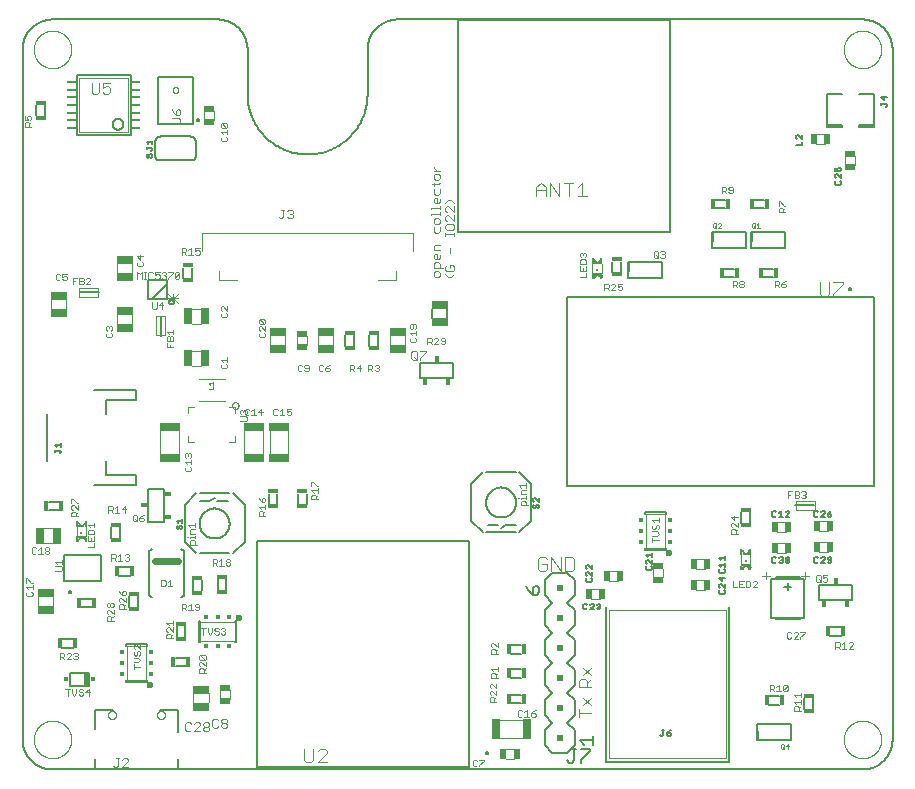
<source format=gto>
G75*
%MOIN*%
%OFA0B0*%
%FSLAX25Y25*%
%IPPOS*%
%LPD*%
%AMOC8*
5,1,8,0,0,1.08239X$1,22.5*
%
%ADD10C,0.00000*%
%ADD11C,0.00500*%
%ADD12C,0.00400*%
%ADD13C,0.00300*%
%ADD14C,0.00200*%
%ADD15C,0.00600*%
%ADD16R,0.05709X0.02953*%
%ADD17R,0.02953X0.05709*%
%ADD18R,0.01600X0.03400*%
%ADD19R,0.00787X0.00591*%
%ADD20R,0.00197X0.00197*%
%ADD21R,0.00197X0.01476*%
%ADD22R,0.00787X0.01181*%
%ADD23R,0.03543X0.00886*%
%ADD24R,0.00787X0.01969*%
%ADD25R,0.02165X0.00886*%
%ADD26R,0.00394X0.00394*%
%ADD27R,0.00984X0.00984*%
%ADD28C,0.00800*%
%ADD29C,0.00100*%
%ADD30C,0.00787*%
%ADD31R,0.02953X0.06693*%
%ADD32R,0.01969X0.03740*%
%ADD33R,0.03740X0.01969*%
%ADD34R,0.03300X0.00800*%
%ADD35R,0.03400X0.01600*%
%ADD36R,0.02000X0.02000*%
%ADD37R,0.01800X0.02300*%
%ADD38R,0.05512X0.02559*%
%ADD39C,0.00010*%
%ADD40R,0.01378X0.01673*%
%ADD41C,0.02362*%
%ADD42C,0.00040*%
%ADD43C,0.00020*%
%ADD44C,0.00276*%
%ADD45R,0.01575X0.00787*%
%ADD46R,0.00787X0.01575*%
%ADD47R,0.06693X0.02953*%
%ADD48R,0.01673X0.01378*%
%ADD49R,0.01772X0.01575*%
%ADD50R,0.01476X0.04528*%
%ADD51R,0.02300X0.01800*%
%ADD52C,0.02362*%
D10*
X0005800Y0012374D02*
X0005802Y0012532D01*
X0005808Y0012689D01*
X0005818Y0012847D01*
X0005832Y0013004D01*
X0005850Y0013160D01*
X0005871Y0013317D01*
X0005897Y0013472D01*
X0005927Y0013627D01*
X0005960Y0013781D01*
X0005998Y0013934D01*
X0006039Y0014087D01*
X0006084Y0014238D01*
X0006133Y0014388D01*
X0006186Y0014536D01*
X0006242Y0014684D01*
X0006303Y0014829D01*
X0006366Y0014974D01*
X0006434Y0015116D01*
X0006505Y0015257D01*
X0006579Y0015396D01*
X0006657Y0015533D01*
X0006739Y0015668D01*
X0006823Y0015801D01*
X0006912Y0015932D01*
X0007003Y0016060D01*
X0007098Y0016187D01*
X0007195Y0016310D01*
X0007296Y0016432D01*
X0007400Y0016550D01*
X0007507Y0016666D01*
X0007617Y0016779D01*
X0007729Y0016890D01*
X0007845Y0016997D01*
X0007963Y0017102D01*
X0008083Y0017204D01*
X0008206Y0017302D01*
X0008332Y0017398D01*
X0008460Y0017490D01*
X0008590Y0017579D01*
X0008722Y0017665D01*
X0008857Y0017747D01*
X0008994Y0017826D01*
X0009132Y0017901D01*
X0009272Y0017973D01*
X0009415Y0018041D01*
X0009558Y0018106D01*
X0009704Y0018167D01*
X0009851Y0018224D01*
X0009999Y0018278D01*
X0010149Y0018328D01*
X0010299Y0018374D01*
X0010451Y0018416D01*
X0010604Y0018455D01*
X0010758Y0018489D01*
X0010913Y0018520D01*
X0011068Y0018546D01*
X0011224Y0018569D01*
X0011381Y0018588D01*
X0011538Y0018603D01*
X0011695Y0018614D01*
X0011853Y0018621D01*
X0012011Y0018624D01*
X0012168Y0018623D01*
X0012326Y0018618D01*
X0012483Y0018609D01*
X0012641Y0018596D01*
X0012797Y0018579D01*
X0012954Y0018558D01*
X0013109Y0018534D01*
X0013264Y0018505D01*
X0013419Y0018472D01*
X0013572Y0018436D01*
X0013725Y0018395D01*
X0013876Y0018351D01*
X0014026Y0018303D01*
X0014175Y0018252D01*
X0014323Y0018196D01*
X0014469Y0018137D01*
X0014614Y0018074D01*
X0014757Y0018007D01*
X0014898Y0017937D01*
X0015037Y0017864D01*
X0015175Y0017787D01*
X0015311Y0017706D01*
X0015444Y0017622D01*
X0015575Y0017535D01*
X0015704Y0017444D01*
X0015831Y0017350D01*
X0015956Y0017253D01*
X0016077Y0017153D01*
X0016197Y0017050D01*
X0016313Y0016944D01*
X0016427Y0016835D01*
X0016539Y0016723D01*
X0016647Y0016609D01*
X0016752Y0016491D01*
X0016855Y0016371D01*
X0016954Y0016249D01*
X0017050Y0016124D01*
X0017143Y0015996D01*
X0017233Y0015867D01*
X0017319Y0015735D01*
X0017403Y0015601D01*
X0017482Y0015465D01*
X0017559Y0015327D01*
X0017631Y0015187D01*
X0017700Y0015045D01*
X0017766Y0014902D01*
X0017828Y0014757D01*
X0017886Y0014610D01*
X0017941Y0014462D01*
X0017992Y0014313D01*
X0018039Y0014162D01*
X0018082Y0014011D01*
X0018121Y0013858D01*
X0018157Y0013704D01*
X0018188Y0013550D01*
X0018216Y0013395D01*
X0018240Y0013239D01*
X0018260Y0013082D01*
X0018276Y0012925D01*
X0018288Y0012768D01*
X0018296Y0012611D01*
X0018300Y0012453D01*
X0018300Y0012295D01*
X0018296Y0012137D01*
X0018288Y0011980D01*
X0018276Y0011823D01*
X0018260Y0011666D01*
X0018240Y0011509D01*
X0018216Y0011353D01*
X0018188Y0011198D01*
X0018157Y0011044D01*
X0018121Y0010890D01*
X0018082Y0010737D01*
X0018039Y0010586D01*
X0017992Y0010435D01*
X0017941Y0010286D01*
X0017886Y0010138D01*
X0017828Y0009991D01*
X0017766Y0009846D01*
X0017700Y0009703D01*
X0017631Y0009561D01*
X0017559Y0009421D01*
X0017482Y0009283D01*
X0017403Y0009147D01*
X0017319Y0009013D01*
X0017233Y0008881D01*
X0017143Y0008752D01*
X0017050Y0008624D01*
X0016954Y0008499D01*
X0016855Y0008377D01*
X0016752Y0008257D01*
X0016647Y0008139D01*
X0016539Y0008025D01*
X0016427Y0007913D01*
X0016313Y0007804D01*
X0016197Y0007698D01*
X0016077Y0007595D01*
X0015956Y0007495D01*
X0015831Y0007398D01*
X0015704Y0007304D01*
X0015575Y0007213D01*
X0015444Y0007126D01*
X0015311Y0007042D01*
X0015175Y0006961D01*
X0015037Y0006884D01*
X0014898Y0006811D01*
X0014757Y0006741D01*
X0014614Y0006674D01*
X0014469Y0006611D01*
X0014323Y0006552D01*
X0014175Y0006496D01*
X0014026Y0006445D01*
X0013876Y0006397D01*
X0013725Y0006353D01*
X0013572Y0006312D01*
X0013419Y0006276D01*
X0013264Y0006243D01*
X0013109Y0006214D01*
X0012954Y0006190D01*
X0012797Y0006169D01*
X0012641Y0006152D01*
X0012483Y0006139D01*
X0012326Y0006130D01*
X0012168Y0006125D01*
X0012011Y0006124D01*
X0011853Y0006127D01*
X0011695Y0006134D01*
X0011538Y0006145D01*
X0011381Y0006160D01*
X0011224Y0006179D01*
X0011068Y0006202D01*
X0010913Y0006228D01*
X0010758Y0006259D01*
X0010604Y0006293D01*
X0010451Y0006332D01*
X0010299Y0006374D01*
X0010149Y0006420D01*
X0009999Y0006470D01*
X0009851Y0006524D01*
X0009704Y0006581D01*
X0009558Y0006642D01*
X0009415Y0006707D01*
X0009272Y0006775D01*
X0009132Y0006847D01*
X0008994Y0006922D01*
X0008857Y0007001D01*
X0008722Y0007083D01*
X0008590Y0007169D01*
X0008460Y0007258D01*
X0008332Y0007350D01*
X0008206Y0007446D01*
X0008083Y0007544D01*
X0007963Y0007646D01*
X0007845Y0007751D01*
X0007729Y0007858D01*
X0007617Y0007969D01*
X0007507Y0008082D01*
X0007400Y0008198D01*
X0007296Y0008316D01*
X0007195Y0008438D01*
X0007098Y0008561D01*
X0007003Y0008688D01*
X0006912Y0008816D01*
X0006823Y0008947D01*
X0006739Y0009080D01*
X0006657Y0009215D01*
X0006579Y0009352D01*
X0006505Y0009491D01*
X0006434Y0009632D01*
X0006366Y0009774D01*
X0006303Y0009919D01*
X0006242Y0010064D01*
X0006186Y0010212D01*
X0006133Y0010360D01*
X0006084Y0010510D01*
X0006039Y0010661D01*
X0005998Y0010814D01*
X0005960Y0010967D01*
X0005927Y0011121D01*
X0005897Y0011276D01*
X0005871Y0011431D01*
X0005850Y0011588D01*
X0005832Y0011744D01*
X0005818Y0011901D01*
X0005808Y0012059D01*
X0005802Y0012216D01*
X0005800Y0012374D01*
X0030503Y0020520D02*
X0030505Y0020594D01*
X0030511Y0020668D01*
X0030521Y0020741D01*
X0030535Y0020814D01*
X0030552Y0020886D01*
X0030574Y0020956D01*
X0030599Y0021026D01*
X0030628Y0021094D01*
X0030661Y0021160D01*
X0030697Y0021225D01*
X0030737Y0021287D01*
X0030779Y0021348D01*
X0030825Y0021406D01*
X0030874Y0021461D01*
X0030926Y0021514D01*
X0030981Y0021564D01*
X0031038Y0021610D01*
X0031098Y0021654D01*
X0031160Y0021694D01*
X0031224Y0021731D01*
X0031290Y0021765D01*
X0031358Y0021795D01*
X0031427Y0021821D01*
X0031498Y0021844D01*
X0031569Y0021862D01*
X0031642Y0021877D01*
X0031715Y0021888D01*
X0031789Y0021895D01*
X0031863Y0021898D01*
X0031936Y0021897D01*
X0032010Y0021892D01*
X0032084Y0021883D01*
X0032157Y0021870D01*
X0032229Y0021853D01*
X0032300Y0021833D01*
X0032370Y0021808D01*
X0032438Y0021780D01*
X0032505Y0021749D01*
X0032570Y0021713D01*
X0032633Y0021675D01*
X0032694Y0021633D01*
X0032753Y0021587D01*
X0032809Y0021539D01*
X0032862Y0021488D01*
X0032912Y0021434D01*
X0032960Y0021377D01*
X0033004Y0021318D01*
X0033046Y0021256D01*
X0033084Y0021193D01*
X0033118Y0021127D01*
X0033149Y0021060D01*
X0033176Y0020991D01*
X0033199Y0020921D01*
X0033219Y0020850D01*
X0033235Y0020777D01*
X0033247Y0020704D01*
X0033255Y0020631D01*
X0033259Y0020557D01*
X0033259Y0020483D01*
X0033255Y0020409D01*
X0033247Y0020336D01*
X0033235Y0020263D01*
X0033219Y0020190D01*
X0033199Y0020119D01*
X0033176Y0020049D01*
X0033149Y0019980D01*
X0033118Y0019913D01*
X0033084Y0019847D01*
X0033046Y0019784D01*
X0033004Y0019722D01*
X0032960Y0019663D01*
X0032912Y0019606D01*
X0032862Y0019552D01*
X0032809Y0019501D01*
X0032753Y0019453D01*
X0032694Y0019407D01*
X0032633Y0019365D01*
X0032570Y0019327D01*
X0032505Y0019291D01*
X0032438Y0019260D01*
X0032370Y0019232D01*
X0032300Y0019207D01*
X0032229Y0019187D01*
X0032157Y0019170D01*
X0032084Y0019157D01*
X0032010Y0019148D01*
X0031936Y0019143D01*
X0031863Y0019142D01*
X0031789Y0019145D01*
X0031715Y0019152D01*
X0031642Y0019163D01*
X0031569Y0019178D01*
X0031498Y0019196D01*
X0031427Y0019219D01*
X0031358Y0019245D01*
X0031290Y0019275D01*
X0031224Y0019309D01*
X0031160Y0019346D01*
X0031098Y0019386D01*
X0031038Y0019430D01*
X0030981Y0019476D01*
X0030926Y0019526D01*
X0030874Y0019579D01*
X0030825Y0019634D01*
X0030779Y0019692D01*
X0030737Y0019753D01*
X0030697Y0019815D01*
X0030661Y0019880D01*
X0030628Y0019946D01*
X0030599Y0020014D01*
X0030574Y0020084D01*
X0030552Y0020154D01*
X0030535Y0020226D01*
X0030521Y0020299D01*
X0030511Y0020372D01*
X0030505Y0020446D01*
X0030503Y0020520D01*
X0046841Y0020520D02*
X0046843Y0020594D01*
X0046849Y0020668D01*
X0046859Y0020741D01*
X0046873Y0020814D01*
X0046890Y0020886D01*
X0046912Y0020956D01*
X0046937Y0021026D01*
X0046966Y0021094D01*
X0046999Y0021160D01*
X0047035Y0021225D01*
X0047075Y0021287D01*
X0047117Y0021348D01*
X0047163Y0021406D01*
X0047212Y0021461D01*
X0047264Y0021514D01*
X0047319Y0021564D01*
X0047376Y0021610D01*
X0047436Y0021654D01*
X0047498Y0021694D01*
X0047562Y0021731D01*
X0047628Y0021765D01*
X0047696Y0021795D01*
X0047765Y0021821D01*
X0047836Y0021844D01*
X0047907Y0021862D01*
X0047980Y0021877D01*
X0048053Y0021888D01*
X0048127Y0021895D01*
X0048201Y0021898D01*
X0048274Y0021897D01*
X0048348Y0021892D01*
X0048422Y0021883D01*
X0048495Y0021870D01*
X0048567Y0021853D01*
X0048638Y0021833D01*
X0048708Y0021808D01*
X0048776Y0021780D01*
X0048843Y0021749D01*
X0048908Y0021713D01*
X0048971Y0021675D01*
X0049032Y0021633D01*
X0049091Y0021587D01*
X0049147Y0021539D01*
X0049200Y0021488D01*
X0049250Y0021434D01*
X0049298Y0021377D01*
X0049342Y0021318D01*
X0049384Y0021256D01*
X0049422Y0021193D01*
X0049456Y0021127D01*
X0049487Y0021060D01*
X0049514Y0020991D01*
X0049537Y0020921D01*
X0049557Y0020850D01*
X0049573Y0020777D01*
X0049585Y0020704D01*
X0049593Y0020631D01*
X0049597Y0020557D01*
X0049597Y0020483D01*
X0049593Y0020409D01*
X0049585Y0020336D01*
X0049573Y0020263D01*
X0049557Y0020190D01*
X0049537Y0020119D01*
X0049514Y0020049D01*
X0049487Y0019980D01*
X0049456Y0019913D01*
X0049422Y0019847D01*
X0049384Y0019784D01*
X0049342Y0019722D01*
X0049298Y0019663D01*
X0049250Y0019606D01*
X0049200Y0019552D01*
X0049147Y0019501D01*
X0049091Y0019453D01*
X0049032Y0019407D01*
X0048971Y0019365D01*
X0048908Y0019327D01*
X0048843Y0019291D01*
X0048776Y0019260D01*
X0048708Y0019232D01*
X0048638Y0019207D01*
X0048567Y0019187D01*
X0048495Y0019170D01*
X0048422Y0019157D01*
X0048348Y0019148D01*
X0048274Y0019143D01*
X0048201Y0019142D01*
X0048127Y0019145D01*
X0048053Y0019152D01*
X0047980Y0019163D01*
X0047907Y0019178D01*
X0047836Y0019196D01*
X0047765Y0019219D01*
X0047696Y0019245D01*
X0047628Y0019275D01*
X0047562Y0019309D01*
X0047498Y0019346D01*
X0047436Y0019386D01*
X0047376Y0019430D01*
X0047319Y0019476D01*
X0047264Y0019526D01*
X0047212Y0019579D01*
X0047163Y0019634D01*
X0047117Y0019692D01*
X0047075Y0019753D01*
X0047035Y0019815D01*
X0046999Y0019880D01*
X0046966Y0019946D01*
X0046937Y0020014D01*
X0046912Y0020084D01*
X0046890Y0020154D01*
X0046873Y0020226D01*
X0046859Y0020299D01*
X0046849Y0020372D01*
X0046843Y0020446D01*
X0046841Y0020520D01*
X0275800Y0012374D02*
X0275802Y0012532D01*
X0275808Y0012689D01*
X0275818Y0012847D01*
X0275832Y0013004D01*
X0275850Y0013160D01*
X0275871Y0013317D01*
X0275897Y0013472D01*
X0275927Y0013627D01*
X0275960Y0013781D01*
X0275998Y0013934D01*
X0276039Y0014087D01*
X0276084Y0014238D01*
X0276133Y0014388D01*
X0276186Y0014536D01*
X0276242Y0014684D01*
X0276303Y0014829D01*
X0276366Y0014974D01*
X0276434Y0015116D01*
X0276505Y0015257D01*
X0276579Y0015396D01*
X0276657Y0015533D01*
X0276739Y0015668D01*
X0276823Y0015801D01*
X0276912Y0015932D01*
X0277003Y0016060D01*
X0277098Y0016187D01*
X0277195Y0016310D01*
X0277296Y0016432D01*
X0277400Y0016550D01*
X0277507Y0016666D01*
X0277617Y0016779D01*
X0277729Y0016890D01*
X0277845Y0016997D01*
X0277963Y0017102D01*
X0278083Y0017204D01*
X0278206Y0017302D01*
X0278332Y0017398D01*
X0278460Y0017490D01*
X0278590Y0017579D01*
X0278722Y0017665D01*
X0278857Y0017747D01*
X0278994Y0017826D01*
X0279132Y0017901D01*
X0279272Y0017973D01*
X0279415Y0018041D01*
X0279558Y0018106D01*
X0279704Y0018167D01*
X0279851Y0018224D01*
X0279999Y0018278D01*
X0280149Y0018328D01*
X0280299Y0018374D01*
X0280451Y0018416D01*
X0280604Y0018455D01*
X0280758Y0018489D01*
X0280913Y0018520D01*
X0281068Y0018546D01*
X0281224Y0018569D01*
X0281381Y0018588D01*
X0281538Y0018603D01*
X0281695Y0018614D01*
X0281853Y0018621D01*
X0282011Y0018624D01*
X0282168Y0018623D01*
X0282326Y0018618D01*
X0282483Y0018609D01*
X0282641Y0018596D01*
X0282797Y0018579D01*
X0282954Y0018558D01*
X0283109Y0018534D01*
X0283264Y0018505D01*
X0283419Y0018472D01*
X0283572Y0018436D01*
X0283725Y0018395D01*
X0283876Y0018351D01*
X0284026Y0018303D01*
X0284175Y0018252D01*
X0284323Y0018196D01*
X0284469Y0018137D01*
X0284614Y0018074D01*
X0284757Y0018007D01*
X0284898Y0017937D01*
X0285037Y0017864D01*
X0285175Y0017787D01*
X0285311Y0017706D01*
X0285444Y0017622D01*
X0285575Y0017535D01*
X0285704Y0017444D01*
X0285831Y0017350D01*
X0285956Y0017253D01*
X0286077Y0017153D01*
X0286197Y0017050D01*
X0286313Y0016944D01*
X0286427Y0016835D01*
X0286539Y0016723D01*
X0286647Y0016609D01*
X0286752Y0016491D01*
X0286855Y0016371D01*
X0286954Y0016249D01*
X0287050Y0016124D01*
X0287143Y0015996D01*
X0287233Y0015867D01*
X0287319Y0015735D01*
X0287403Y0015601D01*
X0287482Y0015465D01*
X0287559Y0015327D01*
X0287631Y0015187D01*
X0287700Y0015045D01*
X0287766Y0014902D01*
X0287828Y0014757D01*
X0287886Y0014610D01*
X0287941Y0014462D01*
X0287992Y0014313D01*
X0288039Y0014162D01*
X0288082Y0014011D01*
X0288121Y0013858D01*
X0288157Y0013704D01*
X0288188Y0013550D01*
X0288216Y0013395D01*
X0288240Y0013239D01*
X0288260Y0013082D01*
X0288276Y0012925D01*
X0288288Y0012768D01*
X0288296Y0012611D01*
X0288300Y0012453D01*
X0288300Y0012295D01*
X0288296Y0012137D01*
X0288288Y0011980D01*
X0288276Y0011823D01*
X0288260Y0011666D01*
X0288240Y0011509D01*
X0288216Y0011353D01*
X0288188Y0011198D01*
X0288157Y0011044D01*
X0288121Y0010890D01*
X0288082Y0010737D01*
X0288039Y0010586D01*
X0287992Y0010435D01*
X0287941Y0010286D01*
X0287886Y0010138D01*
X0287828Y0009991D01*
X0287766Y0009846D01*
X0287700Y0009703D01*
X0287631Y0009561D01*
X0287559Y0009421D01*
X0287482Y0009283D01*
X0287403Y0009147D01*
X0287319Y0009013D01*
X0287233Y0008881D01*
X0287143Y0008752D01*
X0287050Y0008624D01*
X0286954Y0008499D01*
X0286855Y0008377D01*
X0286752Y0008257D01*
X0286647Y0008139D01*
X0286539Y0008025D01*
X0286427Y0007913D01*
X0286313Y0007804D01*
X0286197Y0007698D01*
X0286077Y0007595D01*
X0285956Y0007495D01*
X0285831Y0007398D01*
X0285704Y0007304D01*
X0285575Y0007213D01*
X0285444Y0007126D01*
X0285311Y0007042D01*
X0285175Y0006961D01*
X0285037Y0006884D01*
X0284898Y0006811D01*
X0284757Y0006741D01*
X0284614Y0006674D01*
X0284469Y0006611D01*
X0284323Y0006552D01*
X0284175Y0006496D01*
X0284026Y0006445D01*
X0283876Y0006397D01*
X0283725Y0006353D01*
X0283572Y0006312D01*
X0283419Y0006276D01*
X0283264Y0006243D01*
X0283109Y0006214D01*
X0282954Y0006190D01*
X0282797Y0006169D01*
X0282641Y0006152D01*
X0282483Y0006139D01*
X0282326Y0006130D01*
X0282168Y0006125D01*
X0282011Y0006124D01*
X0281853Y0006127D01*
X0281695Y0006134D01*
X0281538Y0006145D01*
X0281381Y0006160D01*
X0281224Y0006179D01*
X0281068Y0006202D01*
X0280913Y0006228D01*
X0280758Y0006259D01*
X0280604Y0006293D01*
X0280451Y0006332D01*
X0280299Y0006374D01*
X0280149Y0006420D01*
X0279999Y0006470D01*
X0279851Y0006524D01*
X0279704Y0006581D01*
X0279558Y0006642D01*
X0279415Y0006707D01*
X0279272Y0006775D01*
X0279132Y0006847D01*
X0278994Y0006922D01*
X0278857Y0007001D01*
X0278722Y0007083D01*
X0278590Y0007169D01*
X0278460Y0007258D01*
X0278332Y0007350D01*
X0278206Y0007446D01*
X0278083Y0007544D01*
X0277963Y0007646D01*
X0277845Y0007751D01*
X0277729Y0007858D01*
X0277617Y0007969D01*
X0277507Y0008082D01*
X0277400Y0008198D01*
X0277296Y0008316D01*
X0277195Y0008438D01*
X0277098Y0008561D01*
X0277003Y0008688D01*
X0276912Y0008816D01*
X0276823Y0008947D01*
X0276739Y0009080D01*
X0276657Y0009215D01*
X0276579Y0009352D01*
X0276505Y0009491D01*
X0276434Y0009632D01*
X0276366Y0009774D01*
X0276303Y0009919D01*
X0276242Y0010064D01*
X0276186Y0010212D01*
X0276133Y0010360D01*
X0276084Y0010510D01*
X0276039Y0010661D01*
X0275998Y0010814D01*
X0275960Y0010967D01*
X0275927Y0011121D01*
X0275897Y0011276D01*
X0275871Y0011431D01*
X0275850Y0011588D01*
X0275832Y0011744D01*
X0275818Y0011901D01*
X0275808Y0012059D01*
X0275802Y0012216D01*
X0275800Y0012374D01*
X0052066Y0228917D02*
X0052068Y0228979D01*
X0052074Y0229042D01*
X0052084Y0229103D01*
X0052098Y0229164D01*
X0052115Y0229224D01*
X0052136Y0229283D01*
X0052162Y0229340D01*
X0052190Y0229395D01*
X0052222Y0229449D01*
X0052258Y0229500D01*
X0052296Y0229550D01*
X0052338Y0229596D01*
X0052382Y0229640D01*
X0052430Y0229681D01*
X0052479Y0229719D01*
X0052531Y0229753D01*
X0052585Y0229784D01*
X0052641Y0229812D01*
X0052699Y0229836D01*
X0052758Y0229857D01*
X0052818Y0229873D01*
X0052879Y0229886D01*
X0052941Y0229895D01*
X0053003Y0229900D01*
X0053066Y0229901D01*
X0053128Y0229898D01*
X0053190Y0229891D01*
X0053252Y0229880D01*
X0053312Y0229865D01*
X0053372Y0229847D01*
X0053430Y0229825D01*
X0053487Y0229799D01*
X0053542Y0229769D01*
X0053595Y0229736D01*
X0053646Y0229700D01*
X0053694Y0229661D01*
X0053740Y0229618D01*
X0053783Y0229573D01*
X0053823Y0229525D01*
X0053860Y0229475D01*
X0053894Y0229422D01*
X0053925Y0229368D01*
X0053951Y0229312D01*
X0053975Y0229254D01*
X0053994Y0229194D01*
X0054010Y0229134D01*
X0054022Y0229072D01*
X0054030Y0229011D01*
X0054034Y0228948D01*
X0054034Y0228886D01*
X0054030Y0228823D01*
X0054022Y0228762D01*
X0054010Y0228700D01*
X0053994Y0228640D01*
X0053975Y0228580D01*
X0053951Y0228522D01*
X0053925Y0228466D01*
X0053894Y0228412D01*
X0053860Y0228359D01*
X0053823Y0228309D01*
X0053783Y0228261D01*
X0053740Y0228216D01*
X0053694Y0228173D01*
X0053646Y0228134D01*
X0053595Y0228098D01*
X0053542Y0228065D01*
X0053487Y0228035D01*
X0053430Y0228009D01*
X0053372Y0227987D01*
X0053312Y0227969D01*
X0053252Y0227954D01*
X0053190Y0227943D01*
X0053128Y0227936D01*
X0053066Y0227933D01*
X0053003Y0227934D01*
X0052941Y0227939D01*
X0052879Y0227948D01*
X0052818Y0227961D01*
X0052758Y0227977D01*
X0052699Y0227998D01*
X0052641Y0228022D01*
X0052585Y0228050D01*
X0052531Y0228081D01*
X0052479Y0228115D01*
X0052430Y0228153D01*
X0052382Y0228194D01*
X0052338Y0228238D01*
X0052296Y0228284D01*
X0052258Y0228334D01*
X0052222Y0228385D01*
X0052190Y0228439D01*
X0052162Y0228494D01*
X0052136Y0228551D01*
X0052115Y0228610D01*
X0052098Y0228670D01*
X0052084Y0228731D01*
X0052074Y0228792D01*
X0052068Y0228855D01*
X0052066Y0228917D01*
X0005800Y0242374D02*
X0005802Y0242532D01*
X0005808Y0242689D01*
X0005818Y0242847D01*
X0005832Y0243004D01*
X0005850Y0243160D01*
X0005871Y0243317D01*
X0005897Y0243472D01*
X0005927Y0243627D01*
X0005960Y0243781D01*
X0005998Y0243934D01*
X0006039Y0244087D01*
X0006084Y0244238D01*
X0006133Y0244388D01*
X0006186Y0244536D01*
X0006242Y0244684D01*
X0006303Y0244829D01*
X0006366Y0244974D01*
X0006434Y0245116D01*
X0006505Y0245257D01*
X0006579Y0245396D01*
X0006657Y0245533D01*
X0006739Y0245668D01*
X0006823Y0245801D01*
X0006912Y0245932D01*
X0007003Y0246060D01*
X0007098Y0246187D01*
X0007195Y0246310D01*
X0007296Y0246432D01*
X0007400Y0246550D01*
X0007507Y0246666D01*
X0007617Y0246779D01*
X0007729Y0246890D01*
X0007845Y0246997D01*
X0007963Y0247102D01*
X0008083Y0247204D01*
X0008206Y0247302D01*
X0008332Y0247398D01*
X0008460Y0247490D01*
X0008590Y0247579D01*
X0008722Y0247665D01*
X0008857Y0247747D01*
X0008994Y0247826D01*
X0009132Y0247901D01*
X0009272Y0247973D01*
X0009415Y0248041D01*
X0009558Y0248106D01*
X0009704Y0248167D01*
X0009851Y0248224D01*
X0009999Y0248278D01*
X0010149Y0248328D01*
X0010299Y0248374D01*
X0010451Y0248416D01*
X0010604Y0248455D01*
X0010758Y0248489D01*
X0010913Y0248520D01*
X0011068Y0248546D01*
X0011224Y0248569D01*
X0011381Y0248588D01*
X0011538Y0248603D01*
X0011695Y0248614D01*
X0011853Y0248621D01*
X0012011Y0248624D01*
X0012168Y0248623D01*
X0012326Y0248618D01*
X0012483Y0248609D01*
X0012641Y0248596D01*
X0012797Y0248579D01*
X0012954Y0248558D01*
X0013109Y0248534D01*
X0013264Y0248505D01*
X0013419Y0248472D01*
X0013572Y0248436D01*
X0013725Y0248395D01*
X0013876Y0248351D01*
X0014026Y0248303D01*
X0014175Y0248252D01*
X0014323Y0248196D01*
X0014469Y0248137D01*
X0014614Y0248074D01*
X0014757Y0248007D01*
X0014898Y0247937D01*
X0015037Y0247864D01*
X0015175Y0247787D01*
X0015311Y0247706D01*
X0015444Y0247622D01*
X0015575Y0247535D01*
X0015704Y0247444D01*
X0015831Y0247350D01*
X0015956Y0247253D01*
X0016077Y0247153D01*
X0016197Y0247050D01*
X0016313Y0246944D01*
X0016427Y0246835D01*
X0016539Y0246723D01*
X0016647Y0246609D01*
X0016752Y0246491D01*
X0016855Y0246371D01*
X0016954Y0246249D01*
X0017050Y0246124D01*
X0017143Y0245996D01*
X0017233Y0245867D01*
X0017319Y0245735D01*
X0017403Y0245601D01*
X0017482Y0245465D01*
X0017559Y0245327D01*
X0017631Y0245187D01*
X0017700Y0245045D01*
X0017766Y0244902D01*
X0017828Y0244757D01*
X0017886Y0244610D01*
X0017941Y0244462D01*
X0017992Y0244313D01*
X0018039Y0244162D01*
X0018082Y0244011D01*
X0018121Y0243858D01*
X0018157Y0243704D01*
X0018188Y0243550D01*
X0018216Y0243395D01*
X0018240Y0243239D01*
X0018260Y0243082D01*
X0018276Y0242925D01*
X0018288Y0242768D01*
X0018296Y0242611D01*
X0018300Y0242453D01*
X0018300Y0242295D01*
X0018296Y0242137D01*
X0018288Y0241980D01*
X0018276Y0241823D01*
X0018260Y0241666D01*
X0018240Y0241509D01*
X0018216Y0241353D01*
X0018188Y0241198D01*
X0018157Y0241044D01*
X0018121Y0240890D01*
X0018082Y0240737D01*
X0018039Y0240586D01*
X0017992Y0240435D01*
X0017941Y0240286D01*
X0017886Y0240138D01*
X0017828Y0239991D01*
X0017766Y0239846D01*
X0017700Y0239703D01*
X0017631Y0239561D01*
X0017559Y0239421D01*
X0017482Y0239283D01*
X0017403Y0239147D01*
X0017319Y0239013D01*
X0017233Y0238881D01*
X0017143Y0238752D01*
X0017050Y0238624D01*
X0016954Y0238499D01*
X0016855Y0238377D01*
X0016752Y0238257D01*
X0016647Y0238139D01*
X0016539Y0238025D01*
X0016427Y0237913D01*
X0016313Y0237804D01*
X0016197Y0237698D01*
X0016077Y0237595D01*
X0015956Y0237495D01*
X0015831Y0237398D01*
X0015704Y0237304D01*
X0015575Y0237213D01*
X0015444Y0237126D01*
X0015311Y0237042D01*
X0015175Y0236961D01*
X0015037Y0236884D01*
X0014898Y0236811D01*
X0014757Y0236741D01*
X0014614Y0236674D01*
X0014469Y0236611D01*
X0014323Y0236552D01*
X0014175Y0236496D01*
X0014026Y0236445D01*
X0013876Y0236397D01*
X0013725Y0236353D01*
X0013572Y0236312D01*
X0013419Y0236276D01*
X0013264Y0236243D01*
X0013109Y0236214D01*
X0012954Y0236190D01*
X0012797Y0236169D01*
X0012641Y0236152D01*
X0012483Y0236139D01*
X0012326Y0236130D01*
X0012168Y0236125D01*
X0012011Y0236124D01*
X0011853Y0236127D01*
X0011695Y0236134D01*
X0011538Y0236145D01*
X0011381Y0236160D01*
X0011224Y0236179D01*
X0011068Y0236202D01*
X0010913Y0236228D01*
X0010758Y0236259D01*
X0010604Y0236293D01*
X0010451Y0236332D01*
X0010299Y0236374D01*
X0010149Y0236420D01*
X0009999Y0236470D01*
X0009851Y0236524D01*
X0009704Y0236581D01*
X0009558Y0236642D01*
X0009415Y0236707D01*
X0009272Y0236775D01*
X0009132Y0236847D01*
X0008994Y0236922D01*
X0008857Y0237001D01*
X0008722Y0237083D01*
X0008590Y0237169D01*
X0008460Y0237258D01*
X0008332Y0237350D01*
X0008206Y0237446D01*
X0008083Y0237544D01*
X0007963Y0237646D01*
X0007845Y0237751D01*
X0007729Y0237858D01*
X0007617Y0237969D01*
X0007507Y0238082D01*
X0007400Y0238198D01*
X0007296Y0238316D01*
X0007195Y0238438D01*
X0007098Y0238561D01*
X0007003Y0238688D01*
X0006912Y0238816D01*
X0006823Y0238947D01*
X0006739Y0239080D01*
X0006657Y0239215D01*
X0006579Y0239352D01*
X0006505Y0239491D01*
X0006434Y0239632D01*
X0006366Y0239774D01*
X0006303Y0239919D01*
X0006242Y0240064D01*
X0006186Y0240212D01*
X0006133Y0240360D01*
X0006084Y0240510D01*
X0006039Y0240661D01*
X0005998Y0240814D01*
X0005960Y0240967D01*
X0005927Y0241121D01*
X0005897Y0241276D01*
X0005871Y0241431D01*
X0005850Y0241588D01*
X0005832Y0241744D01*
X0005818Y0241901D01*
X0005808Y0242059D01*
X0005802Y0242216D01*
X0005800Y0242374D01*
X0275800Y0242374D02*
X0275802Y0242532D01*
X0275808Y0242689D01*
X0275818Y0242847D01*
X0275832Y0243004D01*
X0275850Y0243160D01*
X0275871Y0243317D01*
X0275897Y0243472D01*
X0275927Y0243627D01*
X0275960Y0243781D01*
X0275998Y0243934D01*
X0276039Y0244087D01*
X0276084Y0244238D01*
X0276133Y0244388D01*
X0276186Y0244536D01*
X0276242Y0244684D01*
X0276303Y0244829D01*
X0276366Y0244974D01*
X0276434Y0245116D01*
X0276505Y0245257D01*
X0276579Y0245396D01*
X0276657Y0245533D01*
X0276739Y0245668D01*
X0276823Y0245801D01*
X0276912Y0245932D01*
X0277003Y0246060D01*
X0277098Y0246187D01*
X0277195Y0246310D01*
X0277296Y0246432D01*
X0277400Y0246550D01*
X0277507Y0246666D01*
X0277617Y0246779D01*
X0277729Y0246890D01*
X0277845Y0246997D01*
X0277963Y0247102D01*
X0278083Y0247204D01*
X0278206Y0247302D01*
X0278332Y0247398D01*
X0278460Y0247490D01*
X0278590Y0247579D01*
X0278722Y0247665D01*
X0278857Y0247747D01*
X0278994Y0247826D01*
X0279132Y0247901D01*
X0279272Y0247973D01*
X0279415Y0248041D01*
X0279558Y0248106D01*
X0279704Y0248167D01*
X0279851Y0248224D01*
X0279999Y0248278D01*
X0280149Y0248328D01*
X0280299Y0248374D01*
X0280451Y0248416D01*
X0280604Y0248455D01*
X0280758Y0248489D01*
X0280913Y0248520D01*
X0281068Y0248546D01*
X0281224Y0248569D01*
X0281381Y0248588D01*
X0281538Y0248603D01*
X0281695Y0248614D01*
X0281853Y0248621D01*
X0282011Y0248624D01*
X0282168Y0248623D01*
X0282326Y0248618D01*
X0282483Y0248609D01*
X0282641Y0248596D01*
X0282797Y0248579D01*
X0282954Y0248558D01*
X0283109Y0248534D01*
X0283264Y0248505D01*
X0283419Y0248472D01*
X0283572Y0248436D01*
X0283725Y0248395D01*
X0283876Y0248351D01*
X0284026Y0248303D01*
X0284175Y0248252D01*
X0284323Y0248196D01*
X0284469Y0248137D01*
X0284614Y0248074D01*
X0284757Y0248007D01*
X0284898Y0247937D01*
X0285037Y0247864D01*
X0285175Y0247787D01*
X0285311Y0247706D01*
X0285444Y0247622D01*
X0285575Y0247535D01*
X0285704Y0247444D01*
X0285831Y0247350D01*
X0285956Y0247253D01*
X0286077Y0247153D01*
X0286197Y0247050D01*
X0286313Y0246944D01*
X0286427Y0246835D01*
X0286539Y0246723D01*
X0286647Y0246609D01*
X0286752Y0246491D01*
X0286855Y0246371D01*
X0286954Y0246249D01*
X0287050Y0246124D01*
X0287143Y0245996D01*
X0287233Y0245867D01*
X0287319Y0245735D01*
X0287403Y0245601D01*
X0287482Y0245465D01*
X0287559Y0245327D01*
X0287631Y0245187D01*
X0287700Y0245045D01*
X0287766Y0244902D01*
X0287828Y0244757D01*
X0287886Y0244610D01*
X0287941Y0244462D01*
X0287992Y0244313D01*
X0288039Y0244162D01*
X0288082Y0244011D01*
X0288121Y0243858D01*
X0288157Y0243704D01*
X0288188Y0243550D01*
X0288216Y0243395D01*
X0288240Y0243239D01*
X0288260Y0243082D01*
X0288276Y0242925D01*
X0288288Y0242768D01*
X0288296Y0242611D01*
X0288300Y0242453D01*
X0288300Y0242295D01*
X0288296Y0242137D01*
X0288288Y0241980D01*
X0288276Y0241823D01*
X0288260Y0241666D01*
X0288240Y0241509D01*
X0288216Y0241353D01*
X0288188Y0241198D01*
X0288157Y0241044D01*
X0288121Y0240890D01*
X0288082Y0240737D01*
X0288039Y0240586D01*
X0287992Y0240435D01*
X0287941Y0240286D01*
X0287886Y0240138D01*
X0287828Y0239991D01*
X0287766Y0239846D01*
X0287700Y0239703D01*
X0287631Y0239561D01*
X0287559Y0239421D01*
X0287482Y0239283D01*
X0287403Y0239147D01*
X0287319Y0239013D01*
X0287233Y0238881D01*
X0287143Y0238752D01*
X0287050Y0238624D01*
X0286954Y0238499D01*
X0286855Y0238377D01*
X0286752Y0238257D01*
X0286647Y0238139D01*
X0286539Y0238025D01*
X0286427Y0237913D01*
X0286313Y0237804D01*
X0286197Y0237698D01*
X0286077Y0237595D01*
X0285956Y0237495D01*
X0285831Y0237398D01*
X0285704Y0237304D01*
X0285575Y0237213D01*
X0285444Y0237126D01*
X0285311Y0237042D01*
X0285175Y0236961D01*
X0285037Y0236884D01*
X0284898Y0236811D01*
X0284757Y0236741D01*
X0284614Y0236674D01*
X0284469Y0236611D01*
X0284323Y0236552D01*
X0284175Y0236496D01*
X0284026Y0236445D01*
X0283876Y0236397D01*
X0283725Y0236353D01*
X0283572Y0236312D01*
X0283419Y0236276D01*
X0283264Y0236243D01*
X0283109Y0236214D01*
X0282954Y0236190D01*
X0282797Y0236169D01*
X0282641Y0236152D01*
X0282483Y0236139D01*
X0282326Y0236130D01*
X0282168Y0236125D01*
X0282011Y0236124D01*
X0281853Y0236127D01*
X0281695Y0236134D01*
X0281538Y0236145D01*
X0281381Y0236160D01*
X0281224Y0236179D01*
X0281068Y0236202D01*
X0280913Y0236228D01*
X0280758Y0236259D01*
X0280604Y0236293D01*
X0280451Y0236332D01*
X0280299Y0236374D01*
X0280149Y0236420D01*
X0279999Y0236470D01*
X0279851Y0236524D01*
X0279704Y0236581D01*
X0279558Y0236642D01*
X0279415Y0236707D01*
X0279272Y0236775D01*
X0279132Y0236847D01*
X0278994Y0236922D01*
X0278857Y0237001D01*
X0278722Y0237083D01*
X0278590Y0237169D01*
X0278460Y0237258D01*
X0278332Y0237350D01*
X0278206Y0237446D01*
X0278083Y0237544D01*
X0277963Y0237646D01*
X0277845Y0237751D01*
X0277729Y0237858D01*
X0277617Y0237969D01*
X0277507Y0238082D01*
X0277400Y0238198D01*
X0277296Y0238316D01*
X0277195Y0238438D01*
X0277098Y0238561D01*
X0277003Y0238688D01*
X0276912Y0238816D01*
X0276823Y0238947D01*
X0276739Y0239080D01*
X0276657Y0239215D01*
X0276579Y0239352D01*
X0276505Y0239491D01*
X0276434Y0239632D01*
X0276366Y0239774D01*
X0276303Y0239919D01*
X0276242Y0240064D01*
X0276186Y0240212D01*
X0276133Y0240360D01*
X0276084Y0240510D01*
X0276039Y0240661D01*
X0275998Y0240814D01*
X0275960Y0240967D01*
X0275927Y0241121D01*
X0275897Y0241276D01*
X0275871Y0241431D01*
X0275850Y0241588D01*
X0275832Y0241744D01*
X0275818Y0241901D01*
X0275808Y0242059D01*
X0275802Y0242216D01*
X0275800Y0242374D01*
D11*
X0282050Y0002374D02*
X0012050Y0002374D01*
X0011808Y0002377D01*
X0011567Y0002386D01*
X0011326Y0002400D01*
X0011085Y0002421D01*
X0010845Y0002447D01*
X0010605Y0002479D01*
X0010366Y0002517D01*
X0010129Y0002560D01*
X0009892Y0002610D01*
X0009657Y0002665D01*
X0009423Y0002725D01*
X0009191Y0002792D01*
X0008960Y0002863D01*
X0008731Y0002941D01*
X0008504Y0003024D01*
X0008279Y0003112D01*
X0008056Y0003206D01*
X0007836Y0003305D01*
X0007618Y0003410D01*
X0007403Y0003519D01*
X0007190Y0003634D01*
X0006980Y0003754D01*
X0006774Y0003879D01*
X0006570Y0004009D01*
X0006369Y0004144D01*
X0006172Y0004284D01*
X0005978Y0004428D01*
X0005788Y0004577D01*
X0005602Y0004731D01*
X0005419Y0004889D01*
X0005240Y0005051D01*
X0005065Y0005218D01*
X0004894Y0005389D01*
X0004727Y0005564D01*
X0004565Y0005743D01*
X0004407Y0005926D01*
X0004253Y0006112D01*
X0004104Y0006302D01*
X0003960Y0006496D01*
X0003820Y0006693D01*
X0003685Y0006894D01*
X0003555Y0007098D01*
X0003430Y0007304D01*
X0003310Y0007514D01*
X0003195Y0007727D01*
X0003086Y0007942D01*
X0002981Y0008160D01*
X0002882Y0008380D01*
X0002788Y0008603D01*
X0002700Y0008828D01*
X0002617Y0009055D01*
X0002539Y0009284D01*
X0002468Y0009515D01*
X0002401Y0009747D01*
X0002341Y0009981D01*
X0002286Y0010216D01*
X0002236Y0010453D01*
X0002193Y0010690D01*
X0002155Y0010929D01*
X0002123Y0011169D01*
X0002097Y0011409D01*
X0002076Y0011650D01*
X0002062Y0011891D01*
X0002053Y0012132D01*
X0002050Y0012374D01*
X0002050Y0242374D01*
X0002053Y0242616D01*
X0002062Y0242857D01*
X0002076Y0243098D01*
X0002097Y0243339D01*
X0002123Y0243579D01*
X0002155Y0243819D01*
X0002193Y0244058D01*
X0002236Y0244295D01*
X0002286Y0244532D01*
X0002341Y0244767D01*
X0002401Y0245001D01*
X0002468Y0245233D01*
X0002539Y0245464D01*
X0002617Y0245693D01*
X0002700Y0245920D01*
X0002788Y0246145D01*
X0002882Y0246368D01*
X0002981Y0246588D01*
X0003086Y0246806D01*
X0003195Y0247021D01*
X0003310Y0247234D01*
X0003430Y0247444D01*
X0003555Y0247650D01*
X0003685Y0247854D01*
X0003820Y0248055D01*
X0003960Y0248252D01*
X0004104Y0248446D01*
X0004253Y0248636D01*
X0004407Y0248822D01*
X0004565Y0249005D01*
X0004727Y0249184D01*
X0004894Y0249359D01*
X0005065Y0249530D01*
X0005240Y0249697D01*
X0005419Y0249859D01*
X0005602Y0250017D01*
X0005788Y0250171D01*
X0005978Y0250320D01*
X0006172Y0250464D01*
X0006369Y0250604D01*
X0006570Y0250739D01*
X0006774Y0250869D01*
X0006980Y0250994D01*
X0007190Y0251114D01*
X0007403Y0251229D01*
X0007618Y0251338D01*
X0007836Y0251443D01*
X0008056Y0251542D01*
X0008279Y0251636D01*
X0008504Y0251724D01*
X0008731Y0251807D01*
X0008960Y0251885D01*
X0009191Y0251956D01*
X0009423Y0252023D01*
X0009657Y0252083D01*
X0009892Y0252138D01*
X0010129Y0252188D01*
X0010366Y0252231D01*
X0010605Y0252269D01*
X0010845Y0252301D01*
X0011085Y0252327D01*
X0011326Y0252348D01*
X0011567Y0252362D01*
X0011808Y0252371D01*
X0012050Y0252374D01*
X0067050Y0252374D01*
X0067292Y0252371D01*
X0067533Y0252362D01*
X0067774Y0252348D01*
X0068015Y0252327D01*
X0068255Y0252301D01*
X0068495Y0252269D01*
X0068734Y0252231D01*
X0068971Y0252188D01*
X0069208Y0252138D01*
X0069443Y0252083D01*
X0069677Y0252023D01*
X0069909Y0251956D01*
X0070140Y0251885D01*
X0070369Y0251807D01*
X0070596Y0251724D01*
X0070821Y0251636D01*
X0071044Y0251542D01*
X0071264Y0251443D01*
X0071482Y0251338D01*
X0071697Y0251229D01*
X0071910Y0251114D01*
X0072120Y0250994D01*
X0072326Y0250869D01*
X0072530Y0250739D01*
X0072731Y0250604D01*
X0072928Y0250464D01*
X0073122Y0250320D01*
X0073312Y0250171D01*
X0073498Y0250017D01*
X0073681Y0249859D01*
X0073860Y0249697D01*
X0074035Y0249530D01*
X0074206Y0249359D01*
X0074373Y0249184D01*
X0074535Y0249005D01*
X0074693Y0248822D01*
X0074847Y0248636D01*
X0074996Y0248446D01*
X0075140Y0248252D01*
X0075280Y0248055D01*
X0075415Y0247854D01*
X0075545Y0247650D01*
X0075670Y0247444D01*
X0075790Y0247234D01*
X0075905Y0247021D01*
X0076014Y0246806D01*
X0076119Y0246588D01*
X0076218Y0246368D01*
X0076312Y0246145D01*
X0076400Y0245920D01*
X0076483Y0245693D01*
X0076561Y0245464D01*
X0076632Y0245233D01*
X0076699Y0245001D01*
X0076759Y0244767D01*
X0076814Y0244532D01*
X0076864Y0244295D01*
X0076907Y0244058D01*
X0076945Y0243819D01*
X0076977Y0243579D01*
X0077003Y0243339D01*
X0077024Y0243098D01*
X0077038Y0242857D01*
X0077047Y0242616D01*
X0077050Y0242374D01*
X0077050Y0227374D01*
X0058956Y0233248D02*
X0058956Y0217500D01*
X0047144Y0217500D01*
X0047144Y0233248D01*
X0058956Y0233248D01*
X0058956Y0217500D01*
X0047144Y0217500D01*
X0047144Y0233248D01*
X0058956Y0233248D01*
X0045300Y0211997D02*
X0045300Y0210729D01*
X0045300Y0211363D02*
X0043398Y0211363D01*
X0044032Y0210729D01*
X0043398Y0209787D02*
X0043398Y0209153D01*
X0043398Y0209470D02*
X0044983Y0209470D01*
X0045300Y0209153D01*
X0045300Y0208836D01*
X0044983Y0208519D01*
X0044983Y0207577D02*
X0045300Y0207260D01*
X0045300Y0206626D01*
X0044983Y0206309D01*
X0044349Y0206626D02*
X0044349Y0207260D01*
X0044666Y0207577D01*
X0044983Y0207577D01*
X0044349Y0206626D02*
X0044032Y0206309D01*
X0043715Y0206309D01*
X0043398Y0206626D01*
X0043398Y0207260D01*
X0043715Y0207577D01*
X0027593Y0161374D02*
X0021294Y0161374D01*
X0048050Y0153130D02*
X0048050Y0146831D01*
X0014816Y0111200D02*
X0014816Y0109932D01*
X0014816Y0110566D02*
X0012914Y0110566D01*
X0013548Y0109932D01*
X0012914Y0108990D02*
X0012914Y0108356D01*
X0012914Y0108673D02*
X0014499Y0108673D01*
X0014816Y0108356D01*
X0014816Y0108039D01*
X0014499Y0107722D01*
X0044144Y0074764D02*
X0044144Y0060984D01*
X0044145Y0060984D02*
X0044147Y0060922D01*
X0044153Y0060861D01*
X0044162Y0060800D01*
X0044176Y0060739D01*
X0044193Y0060680D01*
X0044214Y0060622D01*
X0044239Y0060565D01*
X0044267Y0060510D01*
X0044298Y0060457D01*
X0044333Y0060406D01*
X0044371Y0060357D01*
X0044412Y0060310D01*
X0044455Y0060267D01*
X0044502Y0060226D01*
X0044551Y0060188D01*
X0044602Y0060153D01*
X0044655Y0060122D01*
X0044710Y0060094D01*
X0044767Y0060069D01*
X0044825Y0060048D01*
X0044884Y0060031D01*
X0044945Y0060017D01*
X0045006Y0060008D01*
X0045067Y0060002D01*
X0045129Y0060000D01*
X0054971Y0060000D02*
X0055033Y0060002D01*
X0055094Y0060008D01*
X0055155Y0060017D01*
X0055216Y0060031D01*
X0055275Y0060048D01*
X0055333Y0060069D01*
X0055390Y0060094D01*
X0055445Y0060122D01*
X0055498Y0060153D01*
X0055549Y0060188D01*
X0055598Y0060226D01*
X0055645Y0060267D01*
X0055688Y0060310D01*
X0055729Y0060357D01*
X0055767Y0060406D01*
X0055802Y0060457D01*
X0055833Y0060510D01*
X0055861Y0060565D01*
X0055886Y0060622D01*
X0055907Y0060680D01*
X0055924Y0060739D01*
X0055938Y0060800D01*
X0055947Y0060861D01*
X0055953Y0060922D01*
X0055955Y0060984D01*
X0055956Y0060984D02*
X0055956Y0074764D01*
X0055955Y0074764D02*
X0055953Y0074826D01*
X0055947Y0074887D01*
X0055938Y0074948D01*
X0055924Y0075009D01*
X0055907Y0075068D01*
X0055886Y0075126D01*
X0055861Y0075183D01*
X0055833Y0075238D01*
X0055802Y0075291D01*
X0055767Y0075342D01*
X0055729Y0075391D01*
X0055688Y0075438D01*
X0055645Y0075481D01*
X0055598Y0075522D01*
X0055549Y0075560D01*
X0055498Y0075595D01*
X0055445Y0075626D01*
X0055390Y0075654D01*
X0055333Y0075679D01*
X0055275Y0075700D01*
X0055216Y0075717D01*
X0055155Y0075731D01*
X0055094Y0075740D01*
X0055033Y0075746D01*
X0054971Y0075748D01*
X0054983Y0082414D02*
X0055300Y0082731D01*
X0055300Y0083365D01*
X0054983Y0083682D01*
X0054666Y0083682D01*
X0054349Y0083365D01*
X0054349Y0082731D01*
X0054032Y0082414D01*
X0053715Y0082414D01*
X0053398Y0082731D01*
X0053398Y0083365D01*
X0053715Y0083682D01*
X0054032Y0084624D02*
X0053398Y0085258D01*
X0055300Y0085258D01*
X0055300Y0084624D02*
X0055300Y0085892D01*
X0061050Y0091874D02*
X0064298Y0091874D01*
X0066089Y0092878D01*
X0066956Y0091874D02*
X0070440Y0091874D01*
X0080117Y0078669D02*
X0085019Y0078669D01*
X0080117Y0078669D02*
X0080117Y0075795D01*
X0080117Y0078669D02*
X0150983Y0078669D01*
X0150983Y0075795D01*
X0150983Y0078669D02*
X0146081Y0078669D01*
X0150983Y0078669D02*
X0150983Y0003079D01*
X0080117Y0003079D01*
X0080117Y0004732D01*
X0080117Y0003079D02*
X0080117Y0078669D01*
X0045129Y0075748D02*
X0045067Y0075746D01*
X0045006Y0075740D01*
X0044945Y0075731D01*
X0044884Y0075717D01*
X0044825Y0075700D01*
X0044767Y0075679D01*
X0044710Y0075654D01*
X0044655Y0075626D01*
X0044602Y0075595D01*
X0044551Y0075560D01*
X0044502Y0075522D01*
X0044455Y0075481D01*
X0044412Y0075438D01*
X0044371Y0075391D01*
X0044333Y0075342D01*
X0044298Y0075291D01*
X0044267Y0075238D01*
X0044239Y0075183D01*
X0044214Y0075126D01*
X0044193Y0075068D01*
X0044176Y0075009D01*
X0044162Y0074948D01*
X0044153Y0074887D01*
X0044147Y0074826D01*
X0044145Y0074764D01*
X0028349Y0073705D02*
X0028349Y0065043D01*
X0015751Y0065043D01*
X0015751Y0073705D01*
X0028349Y0073705D01*
X0028349Y0065043D01*
X0015751Y0065043D02*
X0015751Y0073705D01*
X0026270Y0022094D02*
X0026270Y0015795D01*
X0026270Y0022094D02*
X0032176Y0022094D01*
X0047924Y0022094D02*
X0053830Y0022094D01*
X0053830Y0014811D01*
X0053830Y0005953D02*
X0053830Y0002409D01*
X0026270Y0002409D01*
X0026270Y0005953D01*
X0080117Y0003079D02*
X0150983Y0003079D01*
X0150983Y0004732D01*
X0183592Y0005375D02*
X0184343Y0004624D01*
X0185093Y0004624D01*
X0185844Y0005375D01*
X0185844Y0009128D01*
X0185093Y0009128D02*
X0186595Y0009128D01*
X0188196Y0009128D02*
X0191199Y0009128D01*
X0191199Y0008377D01*
X0188196Y0005375D01*
X0188196Y0004624D01*
X0189297Y0010624D02*
X0187796Y0012125D01*
X0192300Y0012125D01*
X0192300Y0010624D02*
X0192300Y0013627D01*
X0214696Y0013958D02*
X0215013Y0013641D01*
X0215330Y0013641D01*
X0215647Y0013958D01*
X0215647Y0015543D01*
X0215330Y0015543D02*
X0215964Y0015543D01*
X0216906Y0014592D02*
X0217857Y0014592D01*
X0218174Y0014275D01*
X0218174Y0013958D01*
X0217857Y0013641D01*
X0217223Y0013641D01*
X0216906Y0013958D01*
X0216906Y0014592D01*
X0217540Y0015226D01*
X0218174Y0015543D01*
X0194356Y0055724D02*
X0193722Y0055724D01*
X0193405Y0056041D01*
X0194039Y0056675D02*
X0194356Y0056675D01*
X0194673Y0056358D01*
X0194673Y0056041D01*
X0194356Y0055724D01*
X0194356Y0056675D02*
X0194673Y0056992D01*
X0194673Y0057309D01*
X0194356Y0057626D01*
X0193722Y0057626D01*
X0193405Y0057309D01*
X0192463Y0057309D02*
X0192146Y0057626D01*
X0191512Y0057626D01*
X0191195Y0057309D01*
X0190253Y0057309D02*
X0189936Y0057626D01*
X0189302Y0057626D01*
X0188985Y0057309D01*
X0188985Y0056041D01*
X0189302Y0055724D01*
X0189936Y0055724D01*
X0190253Y0056041D01*
X0191195Y0055724D02*
X0192463Y0056992D01*
X0192463Y0057309D01*
X0192463Y0055724D02*
X0191195Y0055724D01*
X0191483Y0064809D02*
X0190215Y0064809D01*
X0189898Y0065126D01*
X0189898Y0065760D01*
X0190215Y0066077D01*
X0190215Y0067019D02*
X0189898Y0067336D01*
X0189898Y0067970D01*
X0190215Y0068287D01*
X0190532Y0068287D01*
X0191800Y0067019D01*
X0191800Y0068287D01*
X0191800Y0069229D02*
X0190532Y0070497D01*
X0190215Y0070497D01*
X0189898Y0070180D01*
X0189898Y0069546D01*
X0190215Y0069229D01*
X0191800Y0069229D02*
X0191800Y0070497D01*
X0191483Y0066077D02*
X0191800Y0065760D01*
X0191800Y0065126D01*
X0191483Y0064809D01*
X0174300Y0062876D02*
X0173549Y0063627D01*
X0172799Y0063627D01*
X0172048Y0062876D01*
X0172048Y0060624D01*
X0173549Y0060624D01*
X0174300Y0061375D01*
X0174300Y0062876D01*
X0172048Y0060624D02*
X0170547Y0062125D01*
X0169796Y0063627D01*
X0166550Y0083874D02*
X0163302Y0083874D01*
X0161511Y0082870D01*
X0160644Y0083874D02*
X0157160Y0083874D01*
X0172298Y0089731D02*
X0172615Y0089414D01*
X0172932Y0089414D01*
X0173249Y0089731D01*
X0173249Y0090365D01*
X0173566Y0090682D01*
X0173883Y0090682D01*
X0174200Y0090365D01*
X0174200Y0089731D01*
X0173883Y0089414D01*
X0172298Y0089731D02*
X0172298Y0090365D01*
X0172615Y0090682D01*
X0172615Y0091624D02*
X0172298Y0091941D01*
X0172298Y0092575D01*
X0172615Y0092892D01*
X0172932Y0092892D01*
X0174200Y0091624D01*
X0174200Y0092892D01*
X0183369Y0096878D02*
X0183369Y0103886D01*
X0183369Y0096878D02*
X0188408Y0096878D01*
X0183369Y0096878D02*
X0183369Y0159870D01*
X0183369Y0152862D01*
X0183369Y0159870D02*
X0188408Y0159870D01*
X0183369Y0159870D02*
X0285731Y0159870D01*
X0280692Y0159870D01*
X0285731Y0159870D02*
X0285731Y0152862D01*
X0285731Y0159870D02*
X0285731Y0096878D01*
X0280692Y0096878D01*
X0285731Y0096878D02*
X0285731Y0103886D01*
X0285731Y0096878D02*
X0183369Y0096878D01*
X0211800Y0074497D02*
X0211800Y0073229D01*
X0211800Y0073863D02*
X0209898Y0073863D01*
X0210532Y0073229D01*
X0210532Y0072287D02*
X0210215Y0072287D01*
X0209898Y0071970D01*
X0209898Y0071336D01*
X0210215Y0071019D01*
X0210215Y0070077D02*
X0209898Y0069760D01*
X0209898Y0069126D01*
X0210215Y0068809D01*
X0211483Y0068809D01*
X0211800Y0069126D01*
X0211800Y0069760D01*
X0211483Y0070077D01*
X0211800Y0071019D02*
X0210532Y0072287D01*
X0211800Y0072287D02*
X0211800Y0071019D01*
X0234298Y0070653D02*
X0236200Y0070653D01*
X0236200Y0070019D02*
X0236200Y0071287D01*
X0236200Y0072229D02*
X0236200Y0073497D01*
X0236200Y0072863D02*
X0234298Y0072863D01*
X0234932Y0072229D01*
X0234298Y0070653D02*
X0234932Y0070019D01*
X0234615Y0069077D02*
X0234298Y0068760D01*
X0234298Y0068126D01*
X0234615Y0067809D01*
X0235883Y0067809D01*
X0236200Y0068126D01*
X0236200Y0068760D01*
X0235883Y0069077D01*
X0235249Y0066497D02*
X0235249Y0065229D01*
X0234298Y0066180D01*
X0236200Y0066180D01*
X0236200Y0064287D02*
X0236200Y0063019D01*
X0234932Y0064287D01*
X0234615Y0064287D01*
X0234298Y0063970D01*
X0234298Y0063336D01*
X0234615Y0063019D01*
X0234615Y0062077D02*
X0234298Y0061760D01*
X0234298Y0061126D01*
X0234615Y0060809D01*
X0235883Y0060809D01*
X0236200Y0061126D01*
X0236200Y0061760D01*
X0235883Y0062077D01*
X0251985Y0071541D02*
X0252302Y0071224D01*
X0252936Y0071224D01*
X0253253Y0071541D01*
X0254195Y0071541D02*
X0254512Y0071224D01*
X0255146Y0071224D01*
X0255463Y0071541D01*
X0255463Y0071858D01*
X0255146Y0072175D01*
X0254829Y0072175D01*
X0255146Y0072175D02*
X0255463Y0072492D01*
X0255463Y0072809D01*
X0255146Y0073126D01*
X0254512Y0073126D01*
X0254195Y0072809D01*
X0253253Y0072809D02*
X0252936Y0073126D01*
X0252302Y0073126D01*
X0251985Y0072809D01*
X0251985Y0071541D01*
X0256405Y0071541D02*
X0256722Y0071224D01*
X0257356Y0071224D01*
X0257673Y0071541D01*
X0257673Y0072809D01*
X0256405Y0071541D01*
X0256405Y0072809D01*
X0256722Y0073126D01*
X0257356Y0073126D01*
X0257673Y0072809D01*
X0265985Y0072809D02*
X0265985Y0071541D01*
X0266302Y0071224D01*
X0266936Y0071224D01*
X0267253Y0071541D01*
X0268195Y0071224D02*
X0269463Y0072492D01*
X0269463Y0072809D01*
X0269146Y0073126D01*
X0268512Y0073126D01*
X0268195Y0072809D01*
X0267253Y0072809D02*
X0266936Y0073126D01*
X0266302Y0073126D01*
X0265985Y0072809D01*
X0268195Y0071224D02*
X0269463Y0071224D01*
X0270405Y0071541D02*
X0270722Y0071224D01*
X0271356Y0071224D01*
X0271673Y0071541D01*
X0271673Y0072809D01*
X0271356Y0073126D01*
X0270722Y0073126D01*
X0270405Y0072809D01*
X0270405Y0072492D01*
X0270722Y0072175D01*
X0271673Y0072175D01*
X0271356Y0086624D02*
X0270722Y0086624D01*
X0270405Y0086941D01*
X0270405Y0087575D01*
X0271356Y0087575D01*
X0271673Y0087258D01*
X0271673Y0086941D01*
X0271356Y0086624D01*
X0270405Y0087575D02*
X0271039Y0088209D01*
X0271673Y0088526D01*
X0269463Y0088209D02*
X0269146Y0088526D01*
X0268512Y0088526D01*
X0268195Y0088209D01*
X0267253Y0088209D02*
X0266936Y0088526D01*
X0266302Y0088526D01*
X0265985Y0088209D01*
X0265985Y0086941D01*
X0266302Y0086624D01*
X0266936Y0086624D01*
X0267253Y0086941D01*
X0268195Y0086624D02*
X0269463Y0087892D01*
X0269463Y0088209D01*
X0269463Y0086624D02*
X0268195Y0086624D01*
X0265806Y0090374D02*
X0259507Y0090374D01*
X0257356Y0088526D02*
X0256722Y0088526D01*
X0256405Y0088209D01*
X0257356Y0088526D02*
X0257673Y0088209D01*
X0257673Y0087892D01*
X0256405Y0086624D01*
X0257673Y0086624D01*
X0255463Y0086624D02*
X0254195Y0086624D01*
X0254829Y0086624D02*
X0254829Y0088526D01*
X0254195Y0087892D01*
X0253253Y0088209D02*
X0252936Y0088526D01*
X0252302Y0088526D01*
X0251985Y0088209D01*
X0251985Y0086941D01*
X0252302Y0086624D01*
X0252936Y0086624D01*
X0253253Y0086941D01*
X0292050Y0012374D02*
X0292047Y0012132D01*
X0292038Y0011891D01*
X0292024Y0011650D01*
X0292003Y0011409D01*
X0291977Y0011169D01*
X0291945Y0010929D01*
X0291907Y0010690D01*
X0291864Y0010453D01*
X0291814Y0010216D01*
X0291759Y0009981D01*
X0291699Y0009747D01*
X0291632Y0009515D01*
X0291561Y0009284D01*
X0291483Y0009055D01*
X0291400Y0008828D01*
X0291312Y0008603D01*
X0291218Y0008380D01*
X0291119Y0008160D01*
X0291014Y0007942D01*
X0290905Y0007727D01*
X0290790Y0007514D01*
X0290670Y0007304D01*
X0290545Y0007098D01*
X0290415Y0006894D01*
X0290280Y0006693D01*
X0290140Y0006496D01*
X0289996Y0006302D01*
X0289847Y0006112D01*
X0289693Y0005926D01*
X0289535Y0005743D01*
X0289373Y0005564D01*
X0289206Y0005389D01*
X0289035Y0005218D01*
X0288860Y0005051D01*
X0288681Y0004889D01*
X0288498Y0004731D01*
X0288312Y0004577D01*
X0288122Y0004428D01*
X0287928Y0004284D01*
X0287731Y0004144D01*
X0287530Y0004009D01*
X0287326Y0003879D01*
X0287120Y0003754D01*
X0286910Y0003634D01*
X0286697Y0003519D01*
X0286482Y0003410D01*
X0286264Y0003305D01*
X0286044Y0003206D01*
X0285821Y0003112D01*
X0285596Y0003024D01*
X0285369Y0002941D01*
X0285140Y0002863D01*
X0284909Y0002792D01*
X0284677Y0002725D01*
X0284443Y0002665D01*
X0284208Y0002610D01*
X0283971Y0002560D01*
X0283734Y0002517D01*
X0283495Y0002479D01*
X0283255Y0002447D01*
X0283015Y0002421D01*
X0282774Y0002400D01*
X0282533Y0002386D01*
X0282292Y0002377D01*
X0282050Y0002374D01*
X0292050Y0012374D02*
X0292050Y0242374D01*
X0292047Y0242616D01*
X0292038Y0242857D01*
X0292024Y0243098D01*
X0292003Y0243339D01*
X0291977Y0243579D01*
X0291945Y0243819D01*
X0291907Y0244058D01*
X0291864Y0244295D01*
X0291814Y0244532D01*
X0291759Y0244767D01*
X0291699Y0245001D01*
X0291632Y0245233D01*
X0291561Y0245464D01*
X0291483Y0245693D01*
X0291400Y0245920D01*
X0291312Y0246145D01*
X0291218Y0246368D01*
X0291119Y0246588D01*
X0291014Y0246806D01*
X0290905Y0247021D01*
X0290790Y0247234D01*
X0290670Y0247444D01*
X0290545Y0247650D01*
X0290415Y0247854D01*
X0290280Y0248055D01*
X0290140Y0248252D01*
X0289996Y0248446D01*
X0289847Y0248636D01*
X0289693Y0248822D01*
X0289535Y0249005D01*
X0289373Y0249184D01*
X0289206Y0249359D01*
X0289035Y0249530D01*
X0288860Y0249697D01*
X0288681Y0249859D01*
X0288498Y0250017D01*
X0288312Y0250171D01*
X0288122Y0250320D01*
X0287928Y0250464D01*
X0287731Y0250604D01*
X0287530Y0250739D01*
X0287326Y0250869D01*
X0287120Y0250994D01*
X0286910Y0251114D01*
X0286697Y0251229D01*
X0286482Y0251338D01*
X0286264Y0251443D01*
X0286044Y0251542D01*
X0285821Y0251636D01*
X0285596Y0251724D01*
X0285369Y0251807D01*
X0285140Y0251885D01*
X0284909Y0251956D01*
X0284677Y0252023D01*
X0284443Y0252083D01*
X0284208Y0252138D01*
X0283971Y0252188D01*
X0283734Y0252231D01*
X0283495Y0252269D01*
X0283255Y0252301D01*
X0283015Y0252327D01*
X0282774Y0252348D01*
X0282533Y0252362D01*
X0282292Y0252371D01*
X0282050Y0252374D01*
X0127050Y0252374D01*
X0126808Y0252371D01*
X0126567Y0252362D01*
X0126326Y0252348D01*
X0126085Y0252327D01*
X0125845Y0252301D01*
X0125605Y0252269D01*
X0125366Y0252231D01*
X0125129Y0252188D01*
X0124892Y0252138D01*
X0124657Y0252083D01*
X0124423Y0252023D01*
X0124191Y0251956D01*
X0123960Y0251885D01*
X0123731Y0251807D01*
X0123504Y0251724D01*
X0123279Y0251636D01*
X0123056Y0251542D01*
X0122836Y0251443D01*
X0122618Y0251338D01*
X0122403Y0251229D01*
X0122190Y0251114D01*
X0121980Y0250994D01*
X0121774Y0250869D01*
X0121570Y0250739D01*
X0121369Y0250604D01*
X0121172Y0250464D01*
X0120978Y0250320D01*
X0120788Y0250171D01*
X0120602Y0250017D01*
X0120419Y0249859D01*
X0120240Y0249697D01*
X0120065Y0249530D01*
X0119894Y0249359D01*
X0119727Y0249184D01*
X0119565Y0249005D01*
X0119407Y0248822D01*
X0119253Y0248636D01*
X0119104Y0248446D01*
X0118960Y0248252D01*
X0118820Y0248055D01*
X0118685Y0247854D01*
X0118555Y0247650D01*
X0118430Y0247444D01*
X0118310Y0247234D01*
X0118195Y0247021D01*
X0118086Y0246806D01*
X0117981Y0246588D01*
X0117882Y0246368D01*
X0117788Y0246145D01*
X0117700Y0245920D01*
X0117617Y0245693D01*
X0117539Y0245464D01*
X0117468Y0245233D01*
X0117401Y0245001D01*
X0117341Y0244767D01*
X0117286Y0244532D01*
X0117236Y0244295D01*
X0117193Y0244058D01*
X0117155Y0243819D01*
X0117123Y0243579D01*
X0117097Y0243339D01*
X0117076Y0243098D01*
X0117062Y0242857D01*
X0117053Y0242616D01*
X0117050Y0242374D01*
X0117050Y0227374D01*
X0117044Y0226887D01*
X0117026Y0226400D01*
X0116997Y0225914D01*
X0116955Y0225429D01*
X0116902Y0224945D01*
X0116837Y0224462D01*
X0116760Y0223981D01*
X0116672Y0223502D01*
X0116572Y0223025D01*
X0116460Y0222551D01*
X0116337Y0222080D01*
X0116202Y0221612D01*
X0116056Y0221147D01*
X0115899Y0220686D01*
X0115730Y0220229D01*
X0115551Y0219777D01*
X0115360Y0219328D01*
X0115159Y0218885D01*
X0114947Y0218446D01*
X0114724Y0218013D01*
X0114491Y0217586D01*
X0114247Y0217164D01*
X0113994Y0216748D01*
X0113730Y0216339D01*
X0113456Y0215936D01*
X0113173Y0215540D01*
X0112880Y0215151D01*
X0112578Y0214769D01*
X0112266Y0214394D01*
X0111945Y0214028D01*
X0111616Y0213669D01*
X0111278Y0213318D01*
X0110931Y0212976D01*
X0110577Y0212642D01*
X0110214Y0212317D01*
X0109843Y0212001D01*
X0109465Y0211694D01*
X0109080Y0211396D01*
X0108687Y0211108D01*
X0108288Y0210830D01*
X0107881Y0210561D01*
X0107469Y0210302D01*
X0107050Y0210053D01*
X0106625Y0209815D01*
X0106195Y0209587D01*
X0105759Y0209370D01*
X0105318Y0209163D01*
X0104872Y0208967D01*
X0104422Y0208782D01*
X0103967Y0208608D01*
X0103508Y0208445D01*
X0103045Y0208294D01*
X0102578Y0208153D01*
X0102109Y0208024D01*
X0101636Y0207907D01*
X0101161Y0207801D01*
X0100683Y0207707D01*
X0100203Y0207624D01*
X0099721Y0207553D01*
X0099237Y0207494D01*
X0098753Y0207447D01*
X0098267Y0207411D01*
X0097780Y0207387D01*
X0097294Y0207375D01*
X0096806Y0207375D01*
X0096320Y0207387D01*
X0095833Y0207411D01*
X0095347Y0207447D01*
X0094863Y0207494D01*
X0094379Y0207553D01*
X0093897Y0207624D01*
X0093417Y0207707D01*
X0092939Y0207801D01*
X0092464Y0207907D01*
X0091991Y0208024D01*
X0091522Y0208153D01*
X0091055Y0208294D01*
X0090592Y0208445D01*
X0090133Y0208608D01*
X0089678Y0208782D01*
X0089228Y0208967D01*
X0088782Y0209163D01*
X0088341Y0209370D01*
X0087905Y0209587D01*
X0087475Y0209815D01*
X0087050Y0210053D01*
X0086631Y0210302D01*
X0086219Y0210561D01*
X0085812Y0210830D01*
X0085413Y0211108D01*
X0085020Y0211396D01*
X0084635Y0211694D01*
X0084257Y0212001D01*
X0083886Y0212317D01*
X0083523Y0212642D01*
X0083169Y0212976D01*
X0082822Y0213318D01*
X0082484Y0213669D01*
X0082155Y0214028D01*
X0081834Y0214394D01*
X0081522Y0214769D01*
X0081220Y0215151D01*
X0080927Y0215540D01*
X0080644Y0215936D01*
X0080370Y0216339D01*
X0080106Y0216748D01*
X0079853Y0217164D01*
X0079609Y0217586D01*
X0079376Y0218013D01*
X0079153Y0218446D01*
X0078941Y0218885D01*
X0078740Y0219328D01*
X0078549Y0219777D01*
X0078370Y0220229D01*
X0078201Y0220686D01*
X0078044Y0221147D01*
X0077898Y0221612D01*
X0077763Y0222080D01*
X0077640Y0222551D01*
X0077528Y0223025D01*
X0077428Y0223502D01*
X0077340Y0223981D01*
X0077263Y0224462D01*
X0077198Y0224945D01*
X0077145Y0225429D01*
X0077103Y0225914D01*
X0077074Y0226400D01*
X0077056Y0226887D01*
X0077050Y0227374D01*
X0147117Y0252307D02*
X0147117Y0181441D01*
X0217983Y0181441D01*
X0217983Y0252307D01*
X0147117Y0252307D01*
X0259898Y0213575D02*
X0259898Y0212941D01*
X0260215Y0212624D01*
X0259898Y0213575D02*
X0260215Y0213892D01*
X0260532Y0213892D01*
X0261800Y0212624D01*
X0261800Y0213892D01*
X0261800Y0211682D02*
X0261800Y0210414D01*
X0259898Y0210414D01*
X0270176Y0216469D02*
X0270176Y0217256D01*
X0275294Y0217256D01*
X0275294Y0216469D01*
X0270176Y0216469D01*
X0270176Y0216862D02*
X0275294Y0216862D01*
X0270176Y0217256D02*
X0270176Y0227492D01*
X0275294Y0227492D01*
X0280806Y0227492D02*
X0285924Y0227492D01*
X0285924Y0217256D01*
X0285924Y0216469D01*
X0280806Y0216469D01*
X0280806Y0217256D01*
X0285924Y0217256D01*
X0285924Y0216862D02*
X0280806Y0216862D01*
X0288298Y0223838D02*
X0288298Y0224472D01*
X0288298Y0224155D02*
X0289883Y0224155D01*
X0290200Y0223838D01*
X0290200Y0223521D01*
X0289883Y0223204D01*
X0289249Y0225414D02*
X0288298Y0226365D01*
X0290200Y0226365D01*
X0289249Y0226682D02*
X0289249Y0225414D01*
X0274483Y0202997D02*
X0273849Y0202997D01*
X0273532Y0202680D01*
X0273532Y0202363D01*
X0273849Y0201729D01*
X0272898Y0201729D01*
X0272898Y0202997D01*
X0274483Y0202997D02*
X0274800Y0202680D01*
X0274800Y0202046D01*
X0274483Y0201729D01*
X0274800Y0200787D02*
X0274800Y0199519D01*
X0273532Y0200787D01*
X0273215Y0200787D01*
X0272898Y0200470D01*
X0272898Y0199836D01*
X0273215Y0199519D01*
X0273215Y0198577D02*
X0272898Y0198260D01*
X0272898Y0197626D01*
X0273215Y0197309D01*
X0274483Y0197309D01*
X0274800Y0197626D01*
X0274800Y0198260D01*
X0274483Y0198577D01*
D12*
X0276349Y0203972D02*
X0276349Y0206776D01*
X0279700Y0206776D02*
X0279700Y0203972D01*
X0269452Y0210724D02*
X0266648Y0210724D01*
X0266648Y0214075D02*
X0269452Y0214075D01*
X0270828Y0164835D02*
X0270828Y0160992D01*
X0270059Y0160224D01*
X0268522Y0160224D01*
X0267754Y0160992D01*
X0267754Y0164835D01*
X0272364Y0164835D02*
X0275438Y0164835D01*
X0275438Y0164066D01*
X0272364Y0160992D01*
X0272364Y0160224D01*
X0195125Y0167898D02*
X0195125Y0170752D01*
X0191975Y0170752D02*
X0191975Y0167996D01*
X0190198Y0193381D02*
X0187129Y0193381D01*
X0188663Y0193381D02*
X0188663Y0197985D01*
X0187129Y0196450D01*
X0185594Y0197985D02*
X0182525Y0197985D01*
X0184059Y0197985D02*
X0184059Y0193381D01*
X0180990Y0193381D02*
X0180990Y0197985D01*
X0177921Y0197985D02*
X0180990Y0193381D01*
X0177921Y0193381D02*
X0177921Y0197985D01*
X0176386Y0196450D02*
X0176386Y0193381D01*
X0176386Y0195683D02*
X0173317Y0195683D01*
X0173317Y0196450D02*
X0173317Y0193381D01*
X0173317Y0196450D02*
X0174852Y0197985D01*
X0176386Y0196450D01*
X0129648Y0146874D02*
X0129648Y0143874D01*
X0124452Y0143874D02*
X0124452Y0146776D01*
X0105648Y0146874D02*
X0105648Y0143874D01*
X0100452Y0143874D02*
X0100452Y0146776D01*
X0096751Y0146776D02*
X0096751Y0143972D01*
X0093400Y0143972D02*
X0093400Y0146776D01*
X0089648Y0146874D02*
X0089648Y0143874D01*
X0084452Y0143874D02*
X0084452Y0146776D01*
X0069381Y0132417D02*
X0060719Y0132417D01*
X0061550Y0136776D02*
X0058648Y0136776D01*
X0058550Y0141972D02*
X0061550Y0141972D01*
X0061550Y0150776D02*
X0058648Y0150776D01*
X0058550Y0155972D02*
X0061550Y0155972D01*
X0038648Y0153874D02*
X0038648Y0150874D01*
X0033452Y0150874D02*
X0033452Y0153776D01*
X0033452Y0167874D02*
X0033452Y0170874D01*
X0038648Y0170874D02*
X0038648Y0167972D01*
X0016648Y0158874D02*
X0016648Y0155874D01*
X0011452Y0155874D02*
X0011452Y0158776D01*
X0057176Y0123280D02*
X0057176Y0121311D01*
X0057176Y0123280D02*
X0059144Y0123280D01*
X0060719Y0125331D02*
X0069381Y0125331D01*
X0070956Y0123280D02*
X0072924Y0123280D01*
X0072924Y0121311D01*
X0071810Y0123673D02*
X0071812Y0123740D01*
X0071818Y0123806D01*
X0071828Y0123872D01*
X0071842Y0123937D01*
X0071859Y0124001D01*
X0071881Y0124064D01*
X0071906Y0124126D01*
X0071935Y0124186D01*
X0071968Y0124244D01*
X0072004Y0124301D01*
X0072043Y0124354D01*
X0072085Y0124406D01*
X0072130Y0124455D01*
X0072179Y0124501D01*
X0072229Y0124544D01*
X0072283Y0124584D01*
X0072338Y0124621D01*
X0072396Y0124654D01*
X0072456Y0124684D01*
X0072517Y0124710D01*
X0072580Y0124732D01*
X0072644Y0124751D01*
X0072709Y0124766D01*
X0072774Y0124777D01*
X0072841Y0124784D01*
X0072907Y0124787D01*
X0072974Y0124786D01*
X0073040Y0124781D01*
X0073106Y0124772D01*
X0073172Y0124759D01*
X0073236Y0124742D01*
X0073300Y0124722D01*
X0073362Y0124697D01*
X0073422Y0124669D01*
X0073481Y0124638D01*
X0073538Y0124603D01*
X0073592Y0124564D01*
X0073644Y0124523D01*
X0073694Y0124478D01*
X0073741Y0124431D01*
X0073784Y0124381D01*
X0073825Y0124328D01*
X0073863Y0124273D01*
X0073897Y0124216D01*
X0073928Y0124156D01*
X0073955Y0124095D01*
X0073978Y0124033D01*
X0073998Y0123969D01*
X0074014Y0123905D01*
X0074026Y0123839D01*
X0074034Y0123773D01*
X0074038Y0123706D01*
X0074038Y0123640D01*
X0074034Y0123573D01*
X0074026Y0123507D01*
X0074014Y0123441D01*
X0073998Y0123377D01*
X0073978Y0123313D01*
X0073955Y0123251D01*
X0073928Y0123190D01*
X0073897Y0123130D01*
X0073863Y0123073D01*
X0073825Y0123018D01*
X0073784Y0122965D01*
X0073741Y0122915D01*
X0073694Y0122868D01*
X0073644Y0122823D01*
X0073592Y0122782D01*
X0073538Y0122743D01*
X0073481Y0122708D01*
X0073422Y0122677D01*
X0073362Y0122649D01*
X0073300Y0122624D01*
X0073236Y0122604D01*
X0073172Y0122587D01*
X0073106Y0122574D01*
X0073040Y0122565D01*
X0072974Y0122560D01*
X0072907Y0122559D01*
X0072841Y0122562D01*
X0072774Y0122569D01*
X0072709Y0122580D01*
X0072644Y0122595D01*
X0072580Y0122614D01*
X0072517Y0122636D01*
X0072456Y0122662D01*
X0072396Y0122692D01*
X0072338Y0122725D01*
X0072283Y0122762D01*
X0072229Y0122802D01*
X0072179Y0122845D01*
X0072130Y0122891D01*
X0072085Y0122940D01*
X0072043Y0122992D01*
X0072004Y0123045D01*
X0071968Y0123102D01*
X0071935Y0123160D01*
X0071906Y0123220D01*
X0071881Y0123282D01*
X0071859Y0123345D01*
X0071842Y0123409D01*
X0071828Y0123474D01*
X0071818Y0123540D01*
X0071812Y0123606D01*
X0071810Y0123673D01*
X0075952Y0115173D02*
X0075952Y0107575D01*
X0072924Y0111469D02*
X0070956Y0111469D01*
X0072924Y0111469D02*
X0072924Y0113437D01*
X0082148Y0115173D02*
X0082148Y0107575D01*
X0084452Y0107575D02*
X0084452Y0115173D01*
X0090648Y0115173D02*
X0090648Y0107575D01*
X0059144Y0111469D02*
X0057176Y0111469D01*
X0057176Y0113437D01*
X0054148Y0115173D02*
X0054148Y0107575D01*
X0047952Y0107575D02*
X0047952Y0115173D01*
X0023269Y0083053D02*
X0023269Y0080199D01*
X0022876Y0078526D02*
X0022868Y0078593D01*
X0022856Y0078660D01*
X0022841Y0078726D01*
X0022822Y0078791D01*
X0022799Y0078854D01*
X0022772Y0078917D01*
X0022742Y0078977D01*
X0022709Y0079036D01*
X0022673Y0079093D01*
X0022633Y0079148D01*
X0022590Y0079200D01*
X0022544Y0079250D01*
X0022495Y0079297D01*
X0022444Y0079342D01*
X0022391Y0079383D01*
X0022335Y0079421D01*
X0022277Y0079456D01*
X0022217Y0079487D01*
X0022155Y0079516D01*
X0022092Y0079540D01*
X0022028Y0079561D01*
X0021962Y0079578D01*
X0021896Y0079592D01*
X0021829Y0079601D01*
X0021762Y0079607D01*
X0021694Y0079609D01*
X0021626Y0079607D01*
X0021559Y0079601D01*
X0021492Y0079592D01*
X0021426Y0079578D01*
X0021360Y0079561D01*
X0021296Y0079540D01*
X0021233Y0079516D01*
X0021171Y0079487D01*
X0021111Y0079456D01*
X0021053Y0079421D01*
X0020997Y0079383D01*
X0020944Y0079342D01*
X0020893Y0079297D01*
X0020844Y0079250D01*
X0020798Y0079200D01*
X0020755Y0079148D01*
X0020715Y0079093D01*
X0020679Y0079036D01*
X0020646Y0078977D01*
X0020616Y0078917D01*
X0020589Y0078854D01*
X0020566Y0078791D01*
X0020547Y0078726D01*
X0020532Y0078660D01*
X0020520Y0078593D01*
X0020512Y0078526D01*
X0020119Y0080297D02*
X0020119Y0083053D01*
X0012080Y0082898D02*
X0009178Y0082898D01*
X0009178Y0077701D02*
X0012178Y0077701D01*
X0012318Y0059823D02*
X0012318Y0056823D01*
X0007121Y0056823D02*
X0007121Y0059724D01*
X0058952Y0027594D02*
X0058952Y0024693D01*
X0064148Y0024693D02*
X0064148Y0027693D01*
X0067900Y0028776D02*
X0067900Y0025972D01*
X0071251Y0025972D02*
X0071251Y0028776D01*
X0095928Y0009339D02*
X0095928Y0005503D01*
X0096695Y0004735D01*
X0098230Y0004735D01*
X0098997Y0005503D01*
X0098997Y0009339D01*
X0100532Y0008572D02*
X0101299Y0009339D01*
X0102834Y0009339D01*
X0103601Y0008572D01*
X0103601Y0007805D01*
X0100532Y0004735D01*
X0103601Y0004735D01*
X0161251Y0012776D02*
X0168849Y0012776D01*
X0165952Y0009075D02*
X0163148Y0009075D01*
X0163148Y0005724D02*
X0165952Y0005724D01*
X0168849Y0018972D02*
X0161251Y0018972D01*
X0191648Y0059173D02*
X0194452Y0059173D01*
X0194452Y0062524D02*
X0191648Y0062524D01*
X0197648Y0065173D02*
X0200452Y0065173D01*
X0200452Y0068524D02*
X0197648Y0068524D01*
X0186027Y0069341D02*
X0186027Y0072411D01*
X0185260Y0073178D01*
X0182958Y0073178D01*
X0182958Y0068574D01*
X0185260Y0068574D01*
X0186027Y0069341D01*
X0181423Y0068574D02*
X0181423Y0073178D01*
X0178354Y0073178D02*
X0181423Y0068574D01*
X0178354Y0068574D02*
X0178354Y0073178D01*
X0176819Y0072411D02*
X0176052Y0073178D01*
X0174517Y0073178D01*
X0173750Y0072411D01*
X0173750Y0069341D01*
X0174517Y0068574D01*
X0176052Y0068574D01*
X0176819Y0069341D01*
X0176819Y0070876D01*
X0175285Y0070876D01*
X0212349Y0069276D02*
X0212349Y0066472D01*
X0215700Y0066472D02*
X0215700Y0069276D01*
X0226648Y0069224D02*
X0229452Y0069224D01*
X0229452Y0072575D02*
X0226648Y0072575D01*
X0226648Y0065575D02*
X0229452Y0065575D01*
X0229452Y0062224D02*
X0226648Y0062224D01*
X0241475Y0070996D02*
X0241475Y0073752D01*
X0244625Y0073752D02*
X0244625Y0070898D01*
X0253648Y0074673D02*
X0256452Y0074673D01*
X0256452Y0078024D02*
X0253648Y0078024D01*
X0253648Y0081673D02*
X0256452Y0081673D01*
X0256452Y0085024D02*
X0253648Y0085024D01*
X0267648Y0085075D02*
X0270452Y0085075D01*
X0270452Y0081724D02*
X0267648Y0081724D01*
X0267648Y0078075D02*
X0270452Y0078075D01*
X0270452Y0074724D02*
X0267648Y0074724D01*
X0065751Y0218972D02*
X0065751Y0221776D01*
X0062400Y0221776D02*
X0062400Y0218972D01*
X0031169Y0228275D02*
X0030568Y0227674D01*
X0029367Y0227674D01*
X0028767Y0228275D01*
X0028767Y0229476D02*
X0029968Y0230076D01*
X0030568Y0230076D01*
X0031169Y0229476D01*
X0031169Y0228275D01*
X0028767Y0229476D02*
X0028767Y0231277D01*
X0031169Y0231277D01*
X0027486Y0231277D02*
X0027486Y0228275D01*
X0026885Y0227674D01*
X0025684Y0227674D01*
X0025084Y0228275D01*
X0025084Y0231277D01*
D13*
X0051773Y0222433D02*
X0052259Y0221460D01*
X0053232Y0220487D01*
X0053232Y0221947D01*
X0053718Y0222433D01*
X0054205Y0222433D01*
X0054691Y0221947D01*
X0054691Y0220974D01*
X0054205Y0220487D01*
X0053232Y0220487D01*
X0054205Y0219472D02*
X0051773Y0219472D01*
X0051773Y0217526D02*
X0054205Y0217526D01*
X0054691Y0218012D01*
X0054691Y0218985D01*
X0054205Y0219472D01*
X0088337Y0188975D02*
X0089305Y0188975D01*
X0088821Y0188975D02*
X0088821Y0186556D01*
X0088337Y0186072D01*
X0087854Y0186072D01*
X0087370Y0186556D01*
X0090316Y0186556D02*
X0090800Y0186072D01*
X0091768Y0186072D01*
X0092251Y0186556D01*
X0092251Y0187040D01*
X0091768Y0187523D01*
X0091284Y0187523D01*
X0091768Y0187523D02*
X0092251Y0188007D01*
X0092251Y0188491D01*
X0091768Y0188975D01*
X0090800Y0188975D01*
X0090316Y0188491D01*
X0067522Y0168453D02*
X0067522Y0165500D01*
X0073428Y0165500D01*
X0061814Y0175343D02*
X0061814Y0181248D01*
X0132286Y0181248D01*
X0132286Y0175343D01*
X0126578Y0168453D02*
X0126578Y0165500D01*
X0120672Y0165500D01*
X0139165Y0167008D02*
X0139649Y0166524D01*
X0140616Y0166524D01*
X0141100Y0167008D01*
X0141100Y0167975D01*
X0140616Y0168459D01*
X0139649Y0168459D01*
X0139165Y0167975D01*
X0139165Y0167008D01*
X0139165Y0169471D02*
X0139165Y0170922D01*
X0139649Y0171406D01*
X0140616Y0171406D01*
X0141100Y0170922D01*
X0141100Y0169471D01*
X0142067Y0169471D02*
X0139165Y0169471D01*
X0139649Y0172417D02*
X0139165Y0172901D01*
X0139165Y0173868D01*
X0139649Y0174352D01*
X0140133Y0174352D01*
X0140133Y0172417D01*
X0140616Y0172417D02*
X0139649Y0172417D01*
X0140616Y0172417D02*
X0141100Y0172901D01*
X0141100Y0173868D01*
X0141100Y0175364D02*
X0139165Y0175364D01*
X0139165Y0176815D01*
X0139649Y0177299D01*
X0141100Y0177299D01*
X0142998Y0180274D02*
X0142998Y0181242D01*
X0142998Y0180758D02*
X0145900Y0180758D01*
X0145900Y0180274D02*
X0145900Y0181242D01*
X0145416Y0182239D02*
X0145900Y0182723D01*
X0145900Y0183690D01*
X0145416Y0184174D01*
X0143481Y0184174D01*
X0142998Y0183690D01*
X0142998Y0182723D01*
X0143481Y0182239D01*
X0145416Y0182239D01*
X0145900Y0185185D02*
X0143965Y0187120D01*
X0143481Y0187120D01*
X0142998Y0186637D01*
X0142998Y0185669D01*
X0143481Y0185185D01*
X0145900Y0185185D02*
X0145900Y0187120D01*
X0145900Y0188132D02*
X0143965Y0190067D01*
X0143481Y0190067D01*
X0142998Y0189583D01*
X0142998Y0188616D01*
X0143481Y0188132D01*
X0141100Y0188117D02*
X0141100Y0187150D01*
X0141100Y0187633D02*
X0138198Y0187633D01*
X0138198Y0187150D01*
X0139649Y0186138D02*
X0139165Y0185654D01*
X0139165Y0184687D01*
X0139649Y0184203D01*
X0140616Y0184203D01*
X0141100Y0184687D01*
X0141100Y0185654D01*
X0140616Y0186138D01*
X0139649Y0186138D01*
X0141100Y0189114D02*
X0141100Y0190081D01*
X0141100Y0189598D02*
X0138198Y0189598D01*
X0138198Y0189114D01*
X0139649Y0191078D02*
X0139165Y0191562D01*
X0139165Y0192530D01*
X0139649Y0193013D01*
X0140133Y0193013D01*
X0140133Y0191078D01*
X0140616Y0191078D02*
X0139649Y0191078D01*
X0140616Y0191078D02*
X0141100Y0191562D01*
X0141100Y0192530D01*
X0140616Y0194025D02*
X0141100Y0194509D01*
X0141100Y0195960D01*
X0140616Y0197455D02*
X0141100Y0197939D01*
X0140616Y0197455D02*
X0138681Y0197455D01*
X0139165Y0196971D02*
X0139165Y0197939D01*
X0139649Y0198936D02*
X0140616Y0198936D01*
X0141100Y0199419D01*
X0141100Y0200387D01*
X0140616Y0200871D01*
X0139649Y0200871D01*
X0139165Y0200387D01*
X0139165Y0199419D01*
X0139649Y0198936D01*
X0140133Y0201882D02*
X0139165Y0202850D01*
X0139165Y0203333D01*
X0139165Y0201882D02*
X0141100Y0201882D01*
X0139165Y0195960D02*
X0139165Y0194509D01*
X0139649Y0194025D01*
X0140616Y0194025D01*
X0142998Y0191078D02*
X0143965Y0192046D01*
X0144933Y0192046D01*
X0145900Y0191078D01*
X0145900Y0190067D02*
X0145900Y0188132D01*
X0141100Y0183192D02*
X0141100Y0181740D01*
X0140616Y0181257D01*
X0139649Y0181257D01*
X0139165Y0181740D01*
X0139165Y0183192D01*
X0144449Y0176316D02*
X0144449Y0174381D01*
X0144449Y0170423D02*
X0144449Y0169456D01*
X0144449Y0170423D02*
X0145416Y0170423D01*
X0145900Y0169940D01*
X0145900Y0168972D01*
X0145416Y0168488D01*
X0143481Y0168488D01*
X0142998Y0168972D01*
X0142998Y0169940D01*
X0143481Y0170423D01*
X0142998Y0167491D02*
X0143965Y0166524D01*
X0144933Y0166524D01*
X0145900Y0167491D01*
X0136581Y0141926D02*
X0134647Y0141926D01*
X0133635Y0141443D02*
X0133635Y0139508D01*
X0133151Y0139024D01*
X0132184Y0139024D01*
X0131700Y0139508D01*
X0131700Y0141443D01*
X0132184Y0141926D01*
X0133151Y0141926D01*
X0133635Y0141443D01*
X0132667Y0139991D02*
X0133635Y0139024D01*
X0134647Y0139024D02*
X0134647Y0139508D01*
X0136581Y0141443D01*
X0136581Y0141926D01*
X0053800Y0157804D02*
X0050664Y0160940D01*
X0050664Y0159372D02*
X0053800Y0159372D01*
X0053800Y0160940D02*
X0050664Y0157804D01*
X0052232Y0157804D02*
X0052232Y0160940D01*
X0188931Y0036176D02*
X0191400Y0033707D01*
X0191400Y0032493D02*
X0190166Y0031258D01*
X0190166Y0031876D02*
X0190166Y0030024D01*
X0191400Y0030024D02*
X0187697Y0030024D01*
X0187697Y0031876D01*
X0188314Y0032493D01*
X0189548Y0032493D01*
X0190166Y0031876D01*
X0188931Y0033707D02*
X0191400Y0036176D01*
X0191400Y0026176D02*
X0188931Y0023707D01*
X0187697Y0022493D02*
X0187697Y0020024D01*
X0187697Y0021258D02*
X0191400Y0021258D01*
X0191400Y0023707D02*
X0188931Y0026176D01*
X0248657Y0066974D02*
X0251125Y0066974D01*
X0249891Y0068208D02*
X0249891Y0065740D01*
X0261649Y0066974D02*
X0264118Y0066974D01*
X0262883Y0068208D02*
X0262883Y0065740D01*
X0070188Y0018743D02*
X0070188Y0018259D01*
X0069705Y0017775D01*
X0068737Y0017775D01*
X0068253Y0018259D01*
X0068253Y0018743D01*
X0068737Y0019226D01*
X0069705Y0019226D01*
X0070188Y0018743D01*
X0069705Y0017775D02*
X0070188Y0017291D01*
X0070188Y0016808D01*
X0069705Y0016324D01*
X0068737Y0016324D01*
X0068253Y0016808D01*
X0068253Y0017291D01*
X0068737Y0017775D01*
X0067242Y0016808D02*
X0066758Y0016324D01*
X0065791Y0016324D01*
X0065307Y0016808D01*
X0065307Y0018743D01*
X0065791Y0019226D01*
X0066758Y0019226D01*
X0067242Y0018743D01*
X0064188Y0017562D02*
X0064188Y0017078D01*
X0063705Y0016594D01*
X0062737Y0016594D01*
X0062253Y0017078D01*
X0062253Y0017562D01*
X0062737Y0018045D01*
X0063705Y0018045D01*
X0064188Y0017562D01*
X0063705Y0016594D02*
X0064188Y0016110D01*
X0064188Y0015627D01*
X0063705Y0015143D01*
X0062737Y0015143D01*
X0062253Y0015627D01*
X0062253Y0016110D01*
X0062737Y0016594D01*
X0061242Y0017078D02*
X0059307Y0015143D01*
X0061242Y0015143D01*
X0061242Y0017078D02*
X0061242Y0017562D01*
X0060758Y0018045D01*
X0059791Y0018045D01*
X0059307Y0017562D01*
X0058295Y0017562D02*
X0057812Y0018045D01*
X0056844Y0018045D01*
X0056360Y0017562D01*
X0056360Y0015627D01*
X0056844Y0015143D01*
X0057812Y0015143D01*
X0058295Y0015627D01*
X0037207Y0005569D02*
X0037207Y0005085D01*
X0035273Y0003150D01*
X0037207Y0003150D01*
X0037207Y0005569D02*
X0036724Y0006052D01*
X0035756Y0006052D01*
X0035273Y0005569D01*
X0034261Y0006052D02*
X0033293Y0006052D01*
X0033777Y0006052D02*
X0033777Y0003634D01*
X0033293Y0003150D01*
X0032810Y0003150D01*
X0032326Y0003634D01*
D14*
X0024084Y0027003D02*
X0024084Y0029205D01*
X0022983Y0028104D01*
X0024451Y0028104D01*
X0022241Y0027737D02*
X0022241Y0027370D01*
X0021874Y0027003D01*
X0021140Y0027003D01*
X0020774Y0027370D01*
X0021140Y0028104D02*
X0021874Y0028104D01*
X0022241Y0027737D01*
X0022241Y0028838D02*
X0021874Y0029205D01*
X0021140Y0029205D01*
X0020774Y0028838D01*
X0020774Y0028471D01*
X0021140Y0028104D01*
X0020032Y0027737D02*
X0020032Y0029205D01*
X0020032Y0027737D02*
X0019298Y0027003D01*
X0018564Y0027737D01*
X0018564Y0029205D01*
X0017822Y0029205D02*
X0016354Y0029205D01*
X0017088Y0029205D02*
X0017088Y0027003D01*
X0016730Y0039074D02*
X0018198Y0040542D01*
X0018198Y0040909D01*
X0017831Y0041276D01*
X0017097Y0041276D01*
X0016730Y0040909D01*
X0015988Y0040909D02*
X0015988Y0040175D01*
X0015621Y0039808D01*
X0014520Y0039808D01*
X0014520Y0039074D02*
X0014520Y0041276D01*
X0015621Y0041276D01*
X0015988Y0040909D01*
X0015254Y0039808D02*
X0015988Y0039074D01*
X0016730Y0039074D02*
X0018198Y0039074D01*
X0018940Y0039441D02*
X0019307Y0039074D01*
X0020041Y0039074D01*
X0020408Y0039441D01*
X0020408Y0039808D01*
X0020041Y0040175D01*
X0019674Y0040175D01*
X0020041Y0040175D02*
X0020408Y0040542D01*
X0020408Y0040909D01*
X0020041Y0041276D01*
X0019307Y0041276D01*
X0018940Y0040909D01*
X0030199Y0052014D02*
X0030199Y0053115D01*
X0030566Y0053482D01*
X0031300Y0053482D01*
X0031667Y0053115D01*
X0031667Y0052014D01*
X0031667Y0052748D02*
X0032401Y0053482D01*
X0032401Y0054224D02*
X0030933Y0055691D01*
X0030566Y0055691D01*
X0030199Y0055324D01*
X0030199Y0054591D01*
X0030566Y0054224D01*
X0032401Y0054224D02*
X0032401Y0055691D01*
X0032034Y0056433D02*
X0031667Y0056433D01*
X0031300Y0056800D01*
X0031300Y0057534D01*
X0031667Y0057901D01*
X0032034Y0057901D01*
X0032401Y0057534D01*
X0032401Y0056800D01*
X0032034Y0056433D01*
X0031300Y0056800D02*
X0030933Y0056433D01*
X0030566Y0056433D01*
X0030199Y0056800D01*
X0030199Y0057534D01*
X0030566Y0057901D01*
X0030933Y0057901D01*
X0031300Y0057534D01*
X0034248Y0057075D02*
X0034248Y0055974D01*
X0036450Y0055974D01*
X0035716Y0055974D02*
X0035716Y0057075D01*
X0035349Y0057442D01*
X0034615Y0057442D01*
X0034248Y0057075D01*
X0034615Y0058184D02*
X0034248Y0058551D01*
X0034248Y0059285D01*
X0034615Y0059652D01*
X0034982Y0059652D01*
X0036450Y0058184D01*
X0036450Y0059652D01*
X0036083Y0060394D02*
X0036450Y0060761D01*
X0036450Y0061495D01*
X0036083Y0061862D01*
X0035716Y0061862D01*
X0035349Y0061495D01*
X0035349Y0060394D01*
X0036083Y0060394D01*
X0035349Y0060394D02*
X0034615Y0061128D01*
X0034248Y0061862D01*
X0036450Y0057442D02*
X0035716Y0056708D01*
X0032401Y0052014D02*
X0030199Y0052014D01*
X0039118Y0043669D02*
X0039118Y0042935D01*
X0039485Y0042568D01*
X0039485Y0041826D02*
X0039118Y0041459D01*
X0039118Y0040725D01*
X0039485Y0040358D01*
X0039852Y0040358D01*
X0040219Y0040725D01*
X0040219Y0041459D01*
X0040586Y0041826D01*
X0040953Y0041826D01*
X0041320Y0041459D01*
X0041320Y0040725D01*
X0040953Y0040358D01*
X0040586Y0039616D02*
X0039118Y0039616D01*
X0039118Y0038148D02*
X0040586Y0038148D01*
X0041320Y0038882D01*
X0040586Y0039616D01*
X0039118Y0037406D02*
X0039118Y0035939D01*
X0039118Y0036673D02*
X0041320Y0036673D01*
X0041320Y0042568D02*
X0039852Y0044036D01*
X0039485Y0044036D01*
X0039118Y0043669D01*
X0041320Y0044036D02*
X0041320Y0042568D01*
X0050004Y0046037D02*
X0050004Y0047138D01*
X0050371Y0047505D01*
X0051105Y0047505D01*
X0051472Y0047138D01*
X0051472Y0046037D01*
X0052206Y0046037D02*
X0050004Y0046037D01*
X0051472Y0046771D02*
X0052206Y0047505D01*
X0052206Y0048247D02*
X0050738Y0049715D01*
X0050371Y0049715D01*
X0050004Y0049348D01*
X0050004Y0048614D01*
X0050371Y0048247D01*
X0052206Y0048247D02*
X0052206Y0049715D01*
X0052206Y0050457D02*
X0052206Y0051925D01*
X0052206Y0051191D02*
X0050004Y0051191D01*
X0050738Y0050457D01*
X0055107Y0055448D02*
X0055107Y0057650D01*
X0056208Y0057650D01*
X0056575Y0057283D01*
X0056575Y0056549D01*
X0056208Y0056182D01*
X0055107Y0056182D01*
X0055841Y0056182D02*
X0056575Y0055448D01*
X0057317Y0055448D02*
X0058785Y0055448D01*
X0058051Y0055448D02*
X0058051Y0057650D01*
X0057317Y0056916D01*
X0059527Y0056916D02*
X0059894Y0056549D01*
X0060995Y0056549D01*
X0060995Y0057283D02*
X0060628Y0057650D01*
X0059894Y0057650D01*
X0059527Y0057283D01*
X0059527Y0056916D01*
X0059527Y0055815D02*
X0059894Y0055448D01*
X0060628Y0055448D01*
X0060995Y0055815D01*
X0060995Y0057283D01*
X0061599Y0049558D02*
X0063067Y0049558D01*
X0062333Y0049558D02*
X0062333Y0047356D01*
X0063809Y0048090D02*
X0064543Y0047356D01*
X0065277Y0048090D01*
X0065277Y0049558D01*
X0066019Y0049191D02*
X0066019Y0048824D01*
X0066386Y0048457D01*
X0067120Y0048457D01*
X0067486Y0048090D01*
X0067486Y0047723D01*
X0067120Y0047356D01*
X0066386Y0047356D01*
X0066019Y0047723D01*
X0066019Y0049191D02*
X0066386Y0049558D01*
X0067120Y0049558D01*
X0067486Y0049191D01*
X0068228Y0049191D02*
X0068595Y0049558D01*
X0069329Y0049558D01*
X0069696Y0049191D01*
X0069696Y0048824D01*
X0069329Y0048457D01*
X0069696Y0048090D01*
X0069696Y0047723D01*
X0069329Y0047356D01*
X0068595Y0047356D01*
X0068228Y0047723D01*
X0068962Y0048457D02*
X0069329Y0048457D01*
X0063809Y0048090D02*
X0063809Y0049558D01*
X0062782Y0040452D02*
X0061314Y0040452D01*
X0062782Y0038985D01*
X0063149Y0039352D01*
X0063149Y0040086D01*
X0062782Y0040452D01*
X0062782Y0038985D02*
X0061314Y0038985D01*
X0060947Y0039352D01*
X0060947Y0040086D01*
X0061314Y0040452D01*
X0061314Y0038243D02*
X0060947Y0037876D01*
X0060947Y0037142D01*
X0061314Y0036775D01*
X0061314Y0036033D02*
X0062048Y0036033D01*
X0062415Y0035666D01*
X0062415Y0034565D01*
X0062415Y0035299D02*
X0063149Y0036033D01*
X0063149Y0036775D02*
X0061681Y0038243D01*
X0061314Y0038243D01*
X0063149Y0038243D02*
X0063149Y0036775D01*
X0061314Y0036033D02*
X0060947Y0035666D01*
X0060947Y0034565D01*
X0063149Y0034565D01*
X0051922Y0063364D02*
X0050454Y0063364D01*
X0051188Y0063364D02*
X0051188Y0065566D01*
X0050454Y0064832D01*
X0049712Y0065199D02*
X0049345Y0065566D01*
X0048244Y0065566D01*
X0048244Y0063364D01*
X0049345Y0063364D01*
X0049712Y0063731D01*
X0049712Y0065199D01*
X0037538Y0072341D02*
X0037171Y0071974D01*
X0036437Y0071974D01*
X0036070Y0072341D01*
X0035328Y0071974D02*
X0033860Y0071974D01*
X0034594Y0071974D02*
X0034594Y0074176D01*
X0033860Y0073442D01*
X0033118Y0073809D02*
X0033118Y0073075D01*
X0032751Y0072708D01*
X0031650Y0072708D01*
X0032384Y0072708D02*
X0033118Y0071974D01*
X0031650Y0071974D02*
X0031650Y0074176D01*
X0032751Y0074176D01*
X0033118Y0073809D01*
X0036070Y0073809D02*
X0036437Y0074176D01*
X0037171Y0074176D01*
X0037538Y0073809D01*
X0037538Y0073442D01*
X0037171Y0073075D01*
X0037538Y0072708D01*
X0037538Y0072341D01*
X0037171Y0073075D02*
X0036804Y0073075D01*
X0025994Y0076436D02*
X0025994Y0077904D01*
X0025994Y0078646D02*
X0025994Y0080113D01*
X0025994Y0080855D02*
X0025994Y0081956D01*
X0025627Y0082323D01*
X0024159Y0082323D01*
X0023792Y0081956D01*
X0023792Y0080855D01*
X0025994Y0080855D01*
X0024893Y0079379D02*
X0024893Y0078646D01*
X0023792Y0078646D02*
X0025994Y0078646D01*
X0023792Y0078646D02*
X0023792Y0080113D01*
X0022777Y0079215D02*
X0022779Y0079249D01*
X0022785Y0079283D01*
X0022795Y0079316D01*
X0022808Y0079347D01*
X0022826Y0079377D01*
X0022846Y0079405D01*
X0022870Y0079430D01*
X0022896Y0079452D01*
X0022924Y0079470D01*
X0022955Y0079486D01*
X0022987Y0079498D01*
X0023021Y0079506D01*
X0023055Y0079510D01*
X0023089Y0079510D01*
X0023123Y0079506D01*
X0023157Y0079498D01*
X0023189Y0079486D01*
X0023219Y0079470D01*
X0023248Y0079452D01*
X0023274Y0079430D01*
X0023298Y0079405D01*
X0023318Y0079377D01*
X0023336Y0079347D01*
X0023349Y0079316D01*
X0023359Y0079283D01*
X0023365Y0079249D01*
X0023367Y0079215D01*
X0023365Y0079181D01*
X0023359Y0079147D01*
X0023349Y0079114D01*
X0023336Y0079083D01*
X0023318Y0079053D01*
X0023298Y0079025D01*
X0023274Y0079000D01*
X0023248Y0078978D01*
X0023220Y0078960D01*
X0023189Y0078944D01*
X0023157Y0078932D01*
X0023123Y0078924D01*
X0023089Y0078920D01*
X0023055Y0078920D01*
X0023021Y0078924D01*
X0022987Y0078932D01*
X0022955Y0078944D01*
X0022924Y0078960D01*
X0022896Y0078978D01*
X0022870Y0079000D01*
X0022846Y0079025D01*
X0022826Y0079053D01*
X0022808Y0079083D01*
X0022795Y0079114D01*
X0022785Y0079147D01*
X0022779Y0079181D01*
X0022777Y0079215D01*
X0024526Y0083065D02*
X0023792Y0083799D01*
X0025994Y0083799D01*
X0025994Y0083065D02*
X0025994Y0084533D01*
X0022777Y0084923D02*
X0022775Y0084859D01*
X0022769Y0084795D01*
X0022760Y0084731D01*
X0022747Y0084669D01*
X0022730Y0084607D01*
X0022709Y0084546D01*
X0022685Y0084486D01*
X0022657Y0084428D01*
X0022627Y0084372D01*
X0022592Y0084318D01*
X0022555Y0084266D01*
X0022514Y0084216D01*
X0022471Y0084169D01*
X0022425Y0084124D01*
X0022376Y0084082D01*
X0022325Y0084043D01*
X0022272Y0084007D01*
X0022217Y0083975D01*
X0022160Y0083945D01*
X0022101Y0083919D01*
X0022041Y0083897D01*
X0021979Y0083878D01*
X0021917Y0083863D01*
X0021854Y0083852D01*
X0021790Y0083844D01*
X0021726Y0083840D01*
X0021662Y0083840D01*
X0021598Y0083844D01*
X0021534Y0083852D01*
X0021471Y0083863D01*
X0021409Y0083878D01*
X0021347Y0083897D01*
X0021287Y0083919D01*
X0021228Y0083945D01*
X0021171Y0083975D01*
X0021116Y0084007D01*
X0021063Y0084043D01*
X0021012Y0084082D01*
X0020963Y0084124D01*
X0020917Y0084169D01*
X0020874Y0084216D01*
X0020833Y0084266D01*
X0020796Y0084318D01*
X0020761Y0084372D01*
X0020731Y0084428D01*
X0020703Y0084486D01*
X0020679Y0084546D01*
X0020658Y0084607D01*
X0020641Y0084669D01*
X0020628Y0084731D01*
X0020619Y0084795D01*
X0020613Y0084859D01*
X0020611Y0084923D01*
X0020549Y0086738D02*
X0018347Y0086738D01*
X0018347Y0087839D01*
X0018714Y0088206D01*
X0019448Y0088206D01*
X0019815Y0087839D01*
X0019815Y0086738D01*
X0019815Y0087472D02*
X0020549Y0088206D01*
X0020549Y0088948D02*
X0019081Y0090416D01*
X0018714Y0090416D01*
X0018347Y0090049D01*
X0018347Y0089315D01*
X0018714Y0088948D01*
X0020549Y0088948D02*
X0020549Y0090416D01*
X0020549Y0091158D02*
X0020182Y0091158D01*
X0018714Y0092626D01*
X0018347Y0092626D01*
X0018347Y0091158D01*
X0030650Y0090176D02*
X0030650Y0087974D01*
X0030650Y0088708D02*
X0031751Y0088708D01*
X0032118Y0089075D01*
X0032118Y0089809D01*
X0031751Y0090176D01*
X0030650Y0090176D01*
X0031384Y0088708D02*
X0032118Y0087974D01*
X0032860Y0087974D02*
X0034328Y0087974D01*
X0033594Y0087974D02*
X0033594Y0090176D01*
X0032860Y0089442D01*
X0035070Y0089075D02*
X0036538Y0089075D01*
X0036171Y0087974D02*
X0036171Y0090176D01*
X0035070Y0089075D01*
X0038730Y0086909D02*
X0038730Y0085441D01*
X0039097Y0085074D01*
X0039831Y0085074D01*
X0040198Y0085441D01*
X0040198Y0086909D01*
X0039831Y0087276D01*
X0039097Y0087276D01*
X0038730Y0086909D01*
X0039464Y0085808D02*
X0040198Y0085074D01*
X0040940Y0085441D02*
X0041307Y0085074D01*
X0042041Y0085074D01*
X0042408Y0085441D01*
X0042408Y0085808D01*
X0042041Y0086175D01*
X0040940Y0086175D01*
X0040940Y0085441D01*
X0040940Y0086175D02*
X0041674Y0086909D01*
X0042408Y0087276D01*
X0057228Y0083904D02*
X0059430Y0083904D01*
X0059430Y0083170D02*
X0059430Y0084638D01*
X0057962Y0083170D02*
X0057228Y0083904D01*
X0058329Y0082428D02*
X0059430Y0082428D01*
X0058329Y0082428D02*
X0057962Y0082061D01*
X0057962Y0080960D01*
X0059430Y0080960D01*
X0059430Y0080221D02*
X0059430Y0079487D01*
X0059430Y0079854D02*
X0057962Y0079854D01*
X0057962Y0079487D01*
X0057228Y0079854D02*
X0056861Y0079854D01*
X0058329Y0078745D02*
X0059063Y0078745D01*
X0059430Y0078378D01*
X0059430Y0077277D01*
X0060164Y0077277D02*
X0057962Y0077277D01*
X0057962Y0078378D01*
X0058329Y0078745D01*
X0065398Y0072530D02*
X0065398Y0070328D01*
X0065398Y0071062D02*
X0066499Y0071062D01*
X0066866Y0071429D01*
X0066866Y0072163D01*
X0066499Y0072530D01*
X0065398Y0072530D01*
X0066132Y0071062D02*
X0066866Y0070328D01*
X0067608Y0070328D02*
X0069076Y0070328D01*
X0068342Y0070328D02*
X0068342Y0072530D01*
X0067608Y0071796D01*
X0069818Y0071796D02*
X0069818Y0072163D01*
X0070185Y0072530D01*
X0070919Y0072530D01*
X0071286Y0072163D01*
X0071286Y0071796D01*
X0070919Y0071429D01*
X0070185Y0071429D01*
X0069818Y0071796D01*
X0070185Y0071429D02*
X0069818Y0071062D01*
X0069818Y0070695D01*
X0070185Y0070328D01*
X0070919Y0070328D01*
X0071286Y0070695D01*
X0071286Y0071062D01*
X0070919Y0071429D01*
X0080713Y0086982D02*
X0080713Y0088083D01*
X0081080Y0088450D01*
X0081814Y0088450D01*
X0082181Y0088083D01*
X0082181Y0086982D01*
X0082915Y0086982D02*
X0080713Y0086982D01*
X0082181Y0087716D02*
X0082915Y0088450D01*
X0082915Y0089192D02*
X0082915Y0090660D01*
X0082915Y0089926D02*
X0080713Y0089926D01*
X0081447Y0089192D01*
X0081814Y0091402D02*
X0081814Y0092503D01*
X0082181Y0092870D01*
X0082548Y0092870D01*
X0082915Y0092503D01*
X0082915Y0091769D01*
X0082548Y0091402D01*
X0081814Y0091402D01*
X0081080Y0092136D01*
X0080713Y0092870D01*
X0098349Y0092439D02*
X0098349Y0093540D01*
X0098716Y0093907D01*
X0099450Y0093907D01*
X0099817Y0093540D01*
X0099817Y0092439D01*
X0100551Y0092439D02*
X0098349Y0092439D01*
X0099817Y0093173D02*
X0100551Y0093907D01*
X0100551Y0094649D02*
X0100551Y0096117D01*
X0100551Y0095383D02*
X0098349Y0095383D01*
X0099083Y0094649D01*
X0098349Y0096859D02*
X0098349Y0098327D01*
X0098716Y0098327D01*
X0100184Y0096859D01*
X0100551Y0096859D01*
X0076799Y0118933D02*
X0076799Y0119667D01*
X0076432Y0120034D01*
X0074597Y0120034D01*
X0074964Y0120776D02*
X0074597Y0121143D01*
X0074597Y0121877D01*
X0074964Y0122244D01*
X0075331Y0122244D01*
X0075698Y0121877D01*
X0076065Y0122244D01*
X0076432Y0122244D01*
X0076799Y0121877D01*
X0076799Y0121143D01*
X0076432Y0120776D01*
X0076150Y0120841D02*
X0076517Y0120474D01*
X0077251Y0120474D01*
X0077618Y0120841D01*
X0078360Y0120474D02*
X0079828Y0120474D01*
X0079094Y0120474D02*
X0079094Y0122676D01*
X0078360Y0121942D01*
X0077618Y0122309D02*
X0077251Y0122676D01*
X0076517Y0122676D01*
X0076150Y0122309D01*
X0076150Y0120841D01*
X0075698Y0121510D02*
X0075698Y0121877D01*
X0076799Y0118933D02*
X0076432Y0118566D01*
X0074597Y0118566D01*
X0080570Y0121575D02*
X0081671Y0122676D01*
X0081671Y0120474D01*
X0082038Y0121575D02*
X0080570Y0121575D01*
X0085650Y0122309D02*
X0085650Y0120841D01*
X0086017Y0120474D01*
X0086751Y0120474D01*
X0087118Y0120841D01*
X0087860Y0120474D02*
X0089328Y0120474D01*
X0088594Y0120474D02*
X0088594Y0122676D01*
X0087860Y0121942D01*
X0087118Y0122309D02*
X0086751Y0122676D01*
X0086017Y0122676D01*
X0085650Y0122309D01*
X0090070Y0122676D02*
X0090070Y0121575D01*
X0090804Y0121942D01*
X0091171Y0121942D01*
X0091538Y0121575D01*
X0091538Y0120841D01*
X0091171Y0120474D01*
X0090437Y0120474D01*
X0090070Y0120841D01*
X0090070Y0122676D02*
X0091538Y0122676D01*
X0094097Y0135074D02*
X0094831Y0135074D01*
X0095198Y0135441D01*
X0095940Y0135441D02*
X0096307Y0135074D01*
X0097041Y0135074D01*
X0097408Y0135441D01*
X0097408Y0136909D01*
X0097041Y0137276D01*
X0096307Y0137276D01*
X0095940Y0136909D01*
X0095940Y0136542D01*
X0096307Y0136175D01*
X0097408Y0136175D01*
X0095198Y0136909D02*
X0094831Y0137276D01*
X0094097Y0137276D01*
X0093730Y0136909D01*
X0093730Y0135441D01*
X0094097Y0135074D01*
X0100730Y0135441D02*
X0101097Y0135074D01*
X0101831Y0135074D01*
X0102198Y0135441D01*
X0102940Y0135441D02*
X0103307Y0135074D01*
X0104041Y0135074D01*
X0104408Y0135441D01*
X0104408Y0135808D01*
X0104041Y0136175D01*
X0102940Y0136175D01*
X0102940Y0135441D01*
X0102940Y0136175D02*
X0103674Y0136909D01*
X0104408Y0137276D01*
X0102198Y0136909D02*
X0101831Y0137276D01*
X0101097Y0137276D01*
X0100730Y0136909D01*
X0100730Y0135441D01*
X0111230Y0135074D02*
X0111230Y0137276D01*
X0112331Y0137276D01*
X0112698Y0136909D01*
X0112698Y0136175D01*
X0112331Y0135808D01*
X0111230Y0135808D01*
X0111964Y0135808D02*
X0112698Y0135074D01*
X0113440Y0136175D02*
X0114908Y0136175D01*
X0114541Y0135074D02*
X0114541Y0137276D01*
X0113440Y0136175D01*
X0117230Y0135808D02*
X0118331Y0135808D01*
X0118698Y0136175D01*
X0118698Y0136909D01*
X0118331Y0137276D01*
X0117230Y0137276D01*
X0117230Y0135074D01*
X0117964Y0135808D02*
X0118698Y0135074D01*
X0119440Y0135441D02*
X0119807Y0135074D01*
X0120541Y0135074D01*
X0120908Y0135441D01*
X0120908Y0135808D01*
X0120541Y0136175D01*
X0120174Y0136175D01*
X0120541Y0136175D02*
X0120908Y0136542D01*
X0120908Y0136909D01*
X0120541Y0137276D01*
X0119807Y0137276D01*
X0119440Y0136909D01*
X0131148Y0145211D02*
X0131148Y0145945D01*
X0131515Y0146312D01*
X0131882Y0147054D02*
X0131148Y0147788D01*
X0133350Y0147788D01*
X0133350Y0147054D02*
X0133350Y0148522D01*
X0132983Y0149264D02*
X0133350Y0149631D01*
X0133350Y0150365D01*
X0132983Y0150732D01*
X0131515Y0150732D01*
X0131148Y0150365D01*
X0131148Y0149631D01*
X0131515Y0149264D01*
X0131882Y0149264D01*
X0132249Y0149631D01*
X0132249Y0150732D01*
X0132983Y0146312D02*
X0133350Y0145945D01*
X0133350Y0145211D01*
X0132983Y0144844D01*
X0131515Y0144844D01*
X0131148Y0145211D01*
X0137020Y0144808D02*
X0138121Y0144808D01*
X0138488Y0145175D01*
X0138488Y0145909D01*
X0138121Y0146276D01*
X0137020Y0146276D01*
X0137020Y0144074D01*
X0137754Y0144808D02*
X0138488Y0144074D01*
X0139230Y0144074D02*
X0140698Y0145542D01*
X0140698Y0145909D01*
X0140331Y0146276D01*
X0139597Y0146276D01*
X0139230Y0145909D01*
X0139230Y0144074D02*
X0140698Y0144074D01*
X0141440Y0144441D02*
X0141807Y0144074D01*
X0142541Y0144074D01*
X0142908Y0144441D01*
X0142908Y0145909D01*
X0142541Y0146276D01*
X0141807Y0146276D01*
X0141440Y0145909D01*
X0141440Y0145542D01*
X0141807Y0145175D01*
X0142908Y0145175D01*
X0187748Y0166474D02*
X0189950Y0166474D01*
X0189950Y0167942D01*
X0189950Y0168684D02*
X0187748Y0168684D01*
X0187748Y0170152D01*
X0187748Y0170894D02*
X0187748Y0171995D01*
X0188115Y0172362D01*
X0189583Y0172362D01*
X0189950Y0171995D01*
X0189950Y0170894D01*
X0187748Y0170894D01*
X0188849Y0169418D02*
X0188849Y0168684D01*
X0189950Y0168684D02*
X0189950Y0170152D01*
X0189583Y0173104D02*
X0189950Y0173471D01*
X0189950Y0174205D01*
X0189583Y0174572D01*
X0189216Y0174572D01*
X0188849Y0174205D01*
X0188849Y0173838D01*
X0188849Y0174205D02*
X0188482Y0174572D01*
X0188115Y0174572D01*
X0187748Y0174205D01*
X0187748Y0173471D01*
X0188115Y0173104D01*
X0194633Y0166913D02*
X0194635Y0166947D01*
X0194641Y0166981D01*
X0194651Y0167014D01*
X0194664Y0167045D01*
X0194682Y0167075D01*
X0194702Y0167103D01*
X0194726Y0167128D01*
X0194752Y0167150D01*
X0194780Y0167168D01*
X0194811Y0167184D01*
X0194843Y0167196D01*
X0194877Y0167204D01*
X0194911Y0167208D01*
X0194945Y0167208D01*
X0194979Y0167204D01*
X0195013Y0167196D01*
X0195045Y0167184D01*
X0195075Y0167168D01*
X0195104Y0167150D01*
X0195130Y0167128D01*
X0195154Y0167103D01*
X0195174Y0167075D01*
X0195192Y0167045D01*
X0195205Y0167014D01*
X0195215Y0166981D01*
X0195221Y0166947D01*
X0195223Y0166913D01*
X0195221Y0166879D01*
X0195215Y0166845D01*
X0195205Y0166812D01*
X0195192Y0166781D01*
X0195174Y0166751D01*
X0195154Y0166723D01*
X0195130Y0166698D01*
X0195104Y0166676D01*
X0195076Y0166658D01*
X0195045Y0166642D01*
X0195013Y0166630D01*
X0194979Y0166622D01*
X0194945Y0166618D01*
X0194911Y0166618D01*
X0194877Y0166622D01*
X0194843Y0166630D01*
X0194811Y0166642D01*
X0194780Y0166658D01*
X0194752Y0166676D01*
X0194726Y0166698D01*
X0194702Y0166723D01*
X0194682Y0166751D01*
X0194664Y0166781D01*
X0194651Y0166812D01*
X0194641Y0166845D01*
X0194635Y0166879D01*
X0194633Y0166913D01*
X0196020Y0164276D02*
X0197121Y0164276D01*
X0197488Y0163909D01*
X0197488Y0163175D01*
X0197121Y0162808D01*
X0196020Y0162808D01*
X0196020Y0162074D02*
X0196020Y0164276D01*
X0196754Y0162808D02*
X0197488Y0162074D01*
X0198230Y0162074D02*
X0199698Y0163542D01*
X0199698Y0163909D01*
X0199331Y0164276D01*
X0198597Y0164276D01*
X0198230Y0163909D01*
X0198230Y0162074D02*
X0199698Y0162074D01*
X0200440Y0162441D02*
X0200807Y0162074D01*
X0201541Y0162074D01*
X0201908Y0162441D01*
X0201908Y0163175D01*
X0201541Y0163542D01*
X0201174Y0163542D01*
X0200440Y0163175D01*
X0200440Y0164276D01*
X0201908Y0164276D01*
X0212400Y0173341D02*
X0212767Y0172974D01*
X0213501Y0172974D01*
X0213868Y0173341D01*
X0213868Y0174809D01*
X0213501Y0175176D01*
X0212767Y0175176D01*
X0212400Y0174809D01*
X0212400Y0173341D01*
X0213134Y0173708D02*
X0213868Y0172974D01*
X0214610Y0173341D02*
X0214977Y0172974D01*
X0215711Y0172974D01*
X0216078Y0173341D01*
X0216078Y0173708D01*
X0215711Y0174075D01*
X0215344Y0174075D01*
X0215711Y0174075D02*
X0216078Y0174442D01*
X0216078Y0174809D01*
X0215711Y0175176D01*
X0214977Y0175176D01*
X0214610Y0174809D01*
X0235150Y0194474D02*
X0235150Y0196676D01*
X0236251Y0196676D01*
X0236618Y0196309D01*
X0236618Y0195575D01*
X0236251Y0195208D01*
X0235150Y0195208D01*
X0235884Y0195208D02*
X0236618Y0194474D01*
X0237360Y0194841D02*
X0237727Y0194474D01*
X0238461Y0194474D01*
X0238828Y0194841D01*
X0238828Y0196309D01*
X0238461Y0196676D01*
X0237727Y0196676D01*
X0237360Y0196309D01*
X0237360Y0195942D01*
X0237727Y0195575D01*
X0238828Y0195575D01*
X0254148Y0191732D02*
X0254148Y0190264D01*
X0254515Y0189522D02*
X0255249Y0189522D01*
X0255616Y0189155D01*
X0255616Y0188054D01*
X0256350Y0188054D02*
X0254148Y0188054D01*
X0254148Y0189155D01*
X0254515Y0189522D01*
X0255616Y0188788D02*
X0256350Y0189522D01*
X0256350Y0190264D02*
X0255983Y0190264D01*
X0254515Y0191732D01*
X0254148Y0191732D01*
X0253831Y0165276D02*
X0252730Y0165276D01*
X0252730Y0163074D01*
X0252730Y0163808D02*
X0253831Y0163808D01*
X0254198Y0164175D01*
X0254198Y0164909D01*
X0253831Y0165276D01*
X0253464Y0163808D02*
X0254198Y0163074D01*
X0254940Y0163441D02*
X0255307Y0163074D01*
X0256041Y0163074D01*
X0256408Y0163441D01*
X0256408Y0163808D01*
X0256041Y0164175D01*
X0254940Y0164175D01*
X0254940Y0163441D01*
X0254940Y0164175D02*
X0255674Y0164909D01*
X0256408Y0165276D01*
X0242408Y0164909D02*
X0242408Y0164542D01*
X0242041Y0164175D01*
X0241307Y0164175D01*
X0240940Y0164542D01*
X0240940Y0164909D01*
X0241307Y0165276D01*
X0242041Y0165276D01*
X0242408Y0164909D01*
X0242041Y0164175D02*
X0242408Y0163808D01*
X0242408Y0163441D01*
X0242041Y0163074D01*
X0241307Y0163074D01*
X0240940Y0163441D01*
X0240940Y0163808D01*
X0241307Y0164175D01*
X0240198Y0164175D02*
X0239831Y0163808D01*
X0238730Y0163808D01*
X0238730Y0163074D02*
X0238730Y0165276D01*
X0239831Y0165276D01*
X0240198Y0164909D01*
X0240198Y0164175D01*
X0239464Y0163808D02*
X0240198Y0163074D01*
X0169704Y0097795D02*
X0169704Y0096327D01*
X0169704Y0097061D02*
X0167502Y0097061D01*
X0168236Y0096327D01*
X0168603Y0095585D02*
X0169704Y0095585D01*
X0168603Y0095585D02*
X0168236Y0095218D01*
X0168236Y0094117D01*
X0169704Y0094117D01*
X0169704Y0093378D02*
X0169704Y0092644D01*
X0169704Y0093011D02*
X0168236Y0093011D01*
X0168236Y0092644D01*
X0167502Y0093011D02*
X0167135Y0093011D01*
X0168603Y0091902D02*
X0168236Y0091535D01*
X0168236Y0090434D01*
X0170438Y0090434D01*
X0169704Y0090434D02*
X0169704Y0091535D01*
X0169337Y0091902D01*
X0168603Y0091902D01*
X0211953Y0085428D02*
X0214155Y0085428D01*
X0214155Y0084694D02*
X0214155Y0086162D01*
X0212687Y0084694D02*
X0211953Y0085428D01*
X0212320Y0083952D02*
X0211953Y0083585D01*
X0211953Y0082851D01*
X0212320Y0082484D01*
X0212687Y0082484D01*
X0213054Y0082851D01*
X0213054Y0083585D01*
X0213421Y0083952D01*
X0213788Y0083952D01*
X0214155Y0083585D01*
X0214155Y0082851D01*
X0213788Y0082484D01*
X0213421Y0081742D02*
X0211953Y0081742D01*
X0211953Y0080274D02*
X0213421Y0080274D01*
X0214155Y0081008D01*
X0213421Y0081742D01*
X0211953Y0079532D02*
X0211953Y0078065D01*
X0211953Y0078799D02*
X0214155Y0078799D01*
X0238248Y0080974D02*
X0238248Y0082075D01*
X0238615Y0082442D01*
X0239349Y0082442D01*
X0239716Y0082075D01*
X0239716Y0080974D01*
X0239716Y0081708D02*
X0240450Y0082442D01*
X0240450Y0083184D02*
X0238982Y0084652D01*
X0238615Y0084652D01*
X0238248Y0084285D01*
X0238248Y0083551D01*
X0238615Y0083184D01*
X0240450Y0083184D02*
X0240450Y0084652D01*
X0239349Y0085394D02*
X0239349Y0086862D01*
X0238248Y0086495D02*
X0239349Y0085394D01*
X0240450Y0086495D02*
X0238248Y0086495D01*
X0238248Y0080974D02*
X0240450Y0080974D01*
X0244133Y0069913D02*
X0244135Y0069947D01*
X0244141Y0069981D01*
X0244151Y0070014D01*
X0244164Y0070045D01*
X0244182Y0070075D01*
X0244202Y0070103D01*
X0244226Y0070128D01*
X0244252Y0070150D01*
X0244280Y0070168D01*
X0244311Y0070184D01*
X0244343Y0070196D01*
X0244377Y0070204D01*
X0244411Y0070208D01*
X0244445Y0070208D01*
X0244479Y0070204D01*
X0244513Y0070196D01*
X0244545Y0070184D01*
X0244575Y0070168D01*
X0244604Y0070150D01*
X0244630Y0070128D01*
X0244654Y0070103D01*
X0244674Y0070075D01*
X0244692Y0070045D01*
X0244705Y0070014D01*
X0244715Y0069981D01*
X0244721Y0069947D01*
X0244723Y0069913D01*
X0244721Y0069879D01*
X0244715Y0069845D01*
X0244705Y0069812D01*
X0244692Y0069781D01*
X0244674Y0069751D01*
X0244654Y0069723D01*
X0244630Y0069698D01*
X0244604Y0069676D01*
X0244576Y0069658D01*
X0244545Y0069642D01*
X0244513Y0069630D01*
X0244479Y0069622D01*
X0244445Y0069618D01*
X0244411Y0069618D01*
X0244377Y0069622D01*
X0244343Y0069630D01*
X0244311Y0069642D01*
X0244280Y0069658D01*
X0244252Y0069676D01*
X0244226Y0069698D01*
X0244202Y0069723D01*
X0244182Y0069751D01*
X0244164Y0069781D01*
X0244151Y0069812D01*
X0244141Y0069845D01*
X0244135Y0069879D01*
X0244133Y0069913D01*
X0244331Y0065276D02*
X0243230Y0065276D01*
X0243230Y0063074D01*
X0244331Y0063074D01*
X0244698Y0063441D01*
X0244698Y0064909D01*
X0244331Y0065276D01*
X0245440Y0064909D02*
X0245807Y0065276D01*
X0246541Y0065276D01*
X0246908Y0064909D01*
X0246908Y0064542D01*
X0245440Y0063074D01*
X0246908Y0063074D01*
X0242488Y0063074D02*
X0241020Y0063074D01*
X0241020Y0065276D01*
X0242488Y0065276D01*
X0241754Y0064175D02*
X0241020Y0064175D01*
X0240278Y0063074D02*
X0238810Y0063074D01*
X0238810Y0065276D01*
X0256890Y0047854D02*
X0256890Y0046386D01*
X0257257Y0046019D01*
X0257991Y0046019D01*
X0258358Y0046386D01*
X0259100Y0046019D02*
X0260568Y0047487D01*
X0260568Y0047854D01*
X0260201Y0048221D01*
X0259467Y0048221D01*
X0259100Y0047854D01*
X0258358Y0047854D02*
X0257991Y0048221D01*
X0257257Y0048221D01*
X0256890Y0047854D01*
X0259100Y0046019D02*
X0260568Y0046019D01*
X0261310Y0046019D02*
X0261310Y0046386D01*
X0262778Y0047854D01*
X0262778Y0048221D01*
X0261310Y0048221D01*
X0273020Y0044776D02*
X0273020Y0042574D01*
X0273020Y0043308D02*
X0274121Y0043308D01*
X0274488Y0043675D01*
X0274488Y0044409D01*
X0274121Y0044776D01*
X0273020Y0044776D01*
X0273754Y0043308D02*
X0274488Y0042574D01*
X0275230Y0042574D02*
X0276698Y0042574D01*
X0275964Y0042574D02*
X0275964Y0044776D01*
X0275230Y0044042D01*
X0277440Y0044409D02*
X0277807Y0044776D01*
X0278541Y0044776D01*
X0278908Y0044409D01*
X0278908Y0044042D01*
X0277440Y0042574D01*
X0278908Y0042574D01*
X0261450Y0027862D02*
X0261450Y0026394D01*
X0261450Y0027128D02*
X0259248Y0027128D01*
X0259982Y0026394D01*
X0261450Y0025652D02*
X0261450Y0024184D01*
X0261450Y0024918D02*
X0259248Y0024918D01*
X0259982Y0024184D01*
X0259615Y0023442D02*
X0260349Y0023442D01*
X0260716Y0023075D01*
X0260716Y0021974D01*
X0260716Y0022708D02*
X0261450Y0023442D01*
X0261450Y0021974D02*
X0259248Y0021974D01*
X0259248Y0023075D01*
X0259615Y0023442D01*
X0256671Y0028474D02*
X0255937Y0028474D01*
X0255570Y0028841D01*
X0257038Y0030309D01*
X0257038Y0028841D01*
X0256671Y0028474D01*
X0255570Y0028841D02*
X0255570Y0030309D01*
X0255937Y0030676D01*
X0256671Y0030676D01*
X0257038Y0030309D01*
X0254828Y0028474D02*
X0253360Y0028474D01*
X0254094Y0028474D02*
X0254094Y0030676D01*
X0253360Y0029942D01*
X0252618Y0030309D02*
X0252251Y0030676D01*
X0251150Y0030676D01*
X0251150Y0028474D01*
X0251150Y0029208D02*
X0252251Y0029208D01*
X0252618Y0029575D01*
X0252618Y0030309D01*
X0251884Y0029208D02*
X0252618Y0028474D01*
X0267017Y0064974D02*
X0266650Y0065341D01*
X0266650Y0066809D01*
X0267017Y0067176D01*
X0267751Y0067176D01*
X0268118Y0066809D01*
X0268118Y0065341D01*
X0267751Y0064974D01*
X0267017Y0064974D01*
X0267384Y0065708D02*
X0268118Y0064974D01*
X0268860Y0065341D02*
X0269227Y0064974D01*
X0269961Y0064974D01*
X0270328Y0065341D01*
X0270328Y0066075D01*
X0269961Y0066442D01*
X0269594Y0066442D01*
X0268860Y0066075D01*
X0268860Y0067176D01*
X0270328Y0067176D01*
X0262696Y0092883D02*
X0261962Y0092883D01*
X0261595Y0093250D01*
X0260853Y0093250D02*
X0260486Y0092883D01*
X0259385Y0092883D01*
X0259385Y0095085D01*
X0260486Y0095085D01*
X0260853Y0094718D01*
X0260853Y0094351D01*
X0260486Y0093984D01*
X0259385Y0093984D01*
X0260486Y0093984D02*
X0260853Y0093617D01*
X0260853Y0093250D01*
X0261595Y0094718D02*
X0261962Y0095085D01*
X0262696Y0095085D01*
X0263063Y0094718D01*
X0263063Y0094351D01*
X0262696Y0093984D01*
X0263063Y0093617D01*
X0263063Y0093250D01*
X0262696Y0092883D01*
X0262696Y0093984D02*
X0262329Y0093984D01*
X0258644Y0095085D02*
X0257176Y0095085D01*
X0257176Y0092883D01*
X0257176Y0093984D02*
X0257910Y0093984D01*
X0173038Y0022176D02*
X0172304Y0021809D01*
X0171570Y0021075D01*
X0172671Y0021075D01*
X0173038Y0020708D01*
X0173038Y0020341D01*
X0172671Y0019974D01*
X0171937Y0019974D01*
X0171570Y0020341D01*
X0171570Y0021075D01*
X0170828Y0019974D02*
X0169360Y0019974D01*
X0170094Y0019974D02*
X0170094Y0022176D01*
X0169360Y0021442D01*
X0168618Y0021809D02*
X0168251Y0022176D01*
X0167517Y0022176D01*
X0167150Y0021809D01*
X0167150Y0020341D01*
X0167517Y0019974D01*
X0168251Y0019974D01*
X0168618Y0020341D01*
X0159950Y0024974D02*
X0157748Y0024974D01*
X0157748Y0026075D01*
X0158115Y0026442D01*
X0158849Y0026442D01*
X0159216Y0026075D01*
X0159216Y0024974D01*
X0159216Y0025708D02*
X0159950Y0026442D01*
X0159950Y0027184D02*
X0158482Y0028652D01*
X0158115Y0028652D01*
X0157748Y0028285D01*
X0157748Y0027551D01*
X0158115Y0027184D01*
X0159950Y0027184D02*
X0159950Y0028652D01*
X0159950Y0029394D02*
X0158482Y0030862D01*
X0158115Y0030862D01*
X0157748Y0030495D01*
X0157748Y0029761D01*
X0158115Y0029394D01*
X0159950Y0029394D02*
X0159950Y0030862D01*
X0159716Y0032974D02*
X0159716Y0034075D01*
X0159349Y0034442D01*
X0158615Y0034442D01*
X0158248Y0034075D01*
X0158248Y0032974D01*
X0160450Y0032974D01*
X0159716Y0033708D02*
X0160450Y0034442D01*
X0160450Y0035184D02*
X0160450Y0036652D01*
X0160450Y0035918D02*
X0158248Y0035918D01*
X0158982Y0035184D01*
X0158248Y0040974D02*
X0158248Y0042075D01*
X0158615Y0042442D01*
X0159349Y0042442D01*
X0159716Y0042075D01*
X0159716Y0040974D01*
X0159716Y0041708D02*
X0160450Y0042442D01*
X0160450Y0043184D02*
X0158982Y0044652D01*
X0158615Y0044652D01*
X0158248Y0044285D01*
X0158248Y0043551D01*
X0158615Y0043184D01*
X0160450Y0043184D02*
X0160450Y0044652D01*
X0160450Y0040974D02*
X0158248Y0040974D01*
X0155828Y0005676D02*
X0155828Y0005309D01*
X0154360Y0003841D01*
X0154360Y0003474D01*
X0153618Y0003841D02*
X0153251Y0003474D01*
X0152517Y0003474D01*
X0152150Y0003841D01*
X0152150Y0005309D01*
X0152517Y0005676D01*
X0153251Y0005676D01*
X0153618Y0005309D01*
X0154360Y0005676D02*
X0155828Y0005676D01*
X0058350Y0102211D02*
X0057983Y0101844D01*
X0056515Y0101844D01*
X0056148Y0102211D01*
X0056148Y0102945D01*
X0056515Y0103312D01*
X0056882Y0104054D02*
X0056148Y0104788D01*
X0058350Y0104788D01*
X0058350Y0104054D02*
X0058350Y0105522D01*
X0057983Y0106264D02*
X0058350Y0106631D01*
X0058350Y0107365D01*
X0057983Y0107732D01*
X0057616Y0107732D01*
X0057249Y0107365D01*
X0057249Y0106998D01*
X0057249Y0107365D02*
X0056882Y0107732D01*
X0056515Y0107732D01*
X0056148Y0107365D01*
X0056148Y0106631D01*
X0056515Y0106264D01*
X0057983Y0103312D02*
X0058350Y0102945D01*
X0058350Y0102211D01*
X0025994Y0076436D02*
X0023792Y0076436D01*
X0015076Y0072278D02*
X0015076Y0070810D01*
X0015076Y0071544D02*
X0012874Y0071544D01*
X0013608Y0070810D01*
X0012874Y0070068D02*
X0014709Y0070068D01*
X0015076Y0069701D01*
X0015076Y0068967D01*
X0014709Y0068600D01*
X0012874Y0068600D01*
X0010616Y0074202D02*
X0009882Y0074202D01*
X0009515Y0074569D01*
X0009515Y0074936D01*
X0009882Y0075303D01*
X0010616Y0075303D01*
X0010983Y0074936D01*
X0010983Y0074569D01*
X0010616Y0074202D01*
X0010616Y0075303D02*
X0010983Y0075670D01*
X0010983Y0076037D01*
X0010616Y0076404D01*
X0009882Y0076404D01*
X0009515Y0076037D01*
X0009515Y0075670D01*
X0009882Y0075303D01*
X0008773Y0074202D02*
X0007305Y0074202D01*
X0008039Y0074202D02*
X0008039Y0076404D01*
X0007305Y0075670D01*
X0006563Y0076037D02*
X0006196Y0076404D01*
X0005462Y0076404D01*
X0005095Y0076037D01*
X0005095Y0074569D01*
X0005462Y0074202D01*
X0006196Y0074202D01*
X0006563Y0074569D01*
X0003534Y0066061D02*
X0005002Y0064593D01*
X0005369Y0064593D01*
X0005369Y0063851D02*
X0005369Y0062383D01*
X0005369Y0063117D02*
X0003167Y0063117D01*
X0003901Y0062383D01*
X0003534Y0061641D02*
X0003167Y0061274D01*
X0003167Y0060540D01*
X0003534Y0060173D01*
X0005002Y0060173D01*
X0005369Y0060540D01*
X0005369Y0061274D01*
X0005002Y0061641D01*
X0003167Y0064593D02*
X0003167Y0066061D01*
X0003534Y0066061D01*
X0068515Y0136054D02*
X0069983Y0136054D01*
X0070350Y0136421D01*
X0070350Y0137155D01*
X0069983Y0137522D01*
X0070350Y0138264D02*
X0070350Y0139732D01*
X0070350Y0138998D02*
X0068148Y0138998D01*
X0068882Y0138264D01*
X0068515Y0137522D02*
X0068148Y0137155D01*
X0068148Y0136421D01*
X0068515Y0136054D01*
X0080748Y0146841D02*
X0081115Y0146474D01*
X0082583Y0146474D01*
X0082950Y0146841D01*
X0082950Y0147575D01*
X0082583Y0147942D01*
X0082950Y0148684D02*
X0081482Y0150152D01*
X0081115Y0150152D01*
X0080748Y0149785D01*
X0080748Y0149051D01*
X0081115Y0148684D01*
X0081115Y0147942D02*
X0080748Y0147575D01*
X0080748Y0146841D01*
X0082950Y0148684D02*
X0082950Y0150152D01*
X0082583Y0150894D02*
X0081115Y0152362D01*
X0082583Y0152362D01*
X0082950Y0151995D01*
X0082950Y0151261D01*
X0082583Y0150894D01*
X0081115Y0150894D01*
X0080748Y0151261D01*
X0080748Y0151995D01*
X0081115Y0152362D01*
X0070350Y0153421D02*
X0070350Y0154155D01*
X0069983Y0154522D01*
X0070350Y0155264D02*
X0068882Y0156732D01*
X0068515Y0156732D01*
X0068148Y0156365D01*
X0068148Y0155631D01*
X0068515Y0155264D01*
X0068515Y0154522D02*
X0068148Y0154155D01*
X0068148Y0153421D01*
X0068515Y0153054D01*
X0069983Y0153054D01*
X0070350Y0153421D01*
X0070350Y0155264D02*
X0070350Y0156732D01*
X0052350Y0148982D02*
X0052350Y0147514D01*
X0052350Y0148248D02*
X0050148Y0148248D01*
X0050882Y0147514D01*
X0050882Y0146772D02*
X0051249Y0146405D01*
X0051249Y0145304D01*
X0050148Y0145304D02*
X0050148Y0146405D01*
X0050515Y0146772D01*
X0050882Y0146772D01*
X0051249Y0146405D02*
X0051616Y0146772D01*
X0051983Y0146772D01*
X0052350Y0146405D01*
X0052350Y0145304D01*
X0050148Y0145304D01*
X0050148Y0144562D02*
X0050148Y0143094D01*
X0052350Y0143094D01*
X0051249Y0143094D02*
X0051249Y0143828D01*
X0031950Y0146841D02*
X0031950Y0147575D01*
X0031583Y0147942D01*
X0031583Y0148684D02*
X0031950Y0149051D01*
X0031950Y0149785D01*
X0031583Y0150152D01*
X0031216Y0150152D01*
X0030849Y0149785D01*
X0030849Y0149418D01*
X0030849Y0149785D02*
X0030482Y0150152D01*
X0030115Y0150152D01*
X0029748Y0149785D01*
X0029748Y0149051D01*
X0030115Y0148684D01*
X0030115Y0147942D02*
X0029748Y0147575D01*
X0029748Y0146841D01*
X0030115Y0146474D01*
X0031583Y0146474D01*
X0031950Y0146841D01*
X0024658Y0164074D02*
X0023190Y0164074D01*
X0024658Y0165542D01*
X0024658Y0165909D01*
X0024291Y0166276D01*
X0023557Y0166276D01*
X0023190Y0165909D01*
X0022448Y0165909D02*
X0022448Y0165542D01*
X0022081Y0165175D01*
X0020980Y0165175D01*
X0020980Y0164074D02*
X0020980Y0166276D01*
X0022081Y0166276D01*
X0022448Y0165909D01*
X0022081Y0165175D02*
X0022448Y0164808D01*
X0022448Y0164441D01*
X0022081Y0164074D01*
X0020980Y0164074D01*
X0019504Y0165175D02*
X0018770Y0165175D01*
X0018770Y0164074D02*
X0018770Y0166276D01*
X0020238Y0166276D01*
X0016828Y0166575D02*
X0016828Y0165841D01*
X0016461Y0165474D01*
X0015727Y0165474D01*
X0015360Y0165841D01*
X0015360Y0166575D02*
X0016094Y0166942D01*
X0016461Y0166942D01*
X0016828Y0166575D01*
X0016828Y0167676D02*
X0015360Y0167676D01*
X0015360Y0166575D01*
X0014618Y0167309D02*
X0014251Y0167676D01*
X0013517Y0167676D01*
X0013150Y0167309D01*
X0013150Y0165841D01*
X0013517Y0165474D01*
X0014251Y0165474D01*
X0014618Y0165841D01*
X0040148Y0170421D02*
X0040515Y0170054D01*
X0041983Y0170054D01*
X0042350Y0170421D01*
X0042350Y0171155D01*
X0041983Y0171522D01*
X0041249Y0172264D02*
X0041249Y0173732D01*
X0042350Y0173365D02*
X0040148Y0173365D01*
X0041249Y0172264D01*
X0040515Y0171522D02*
X0040148Y0171155D01*
X0040148Y0170421D01*
X0055150Y0173974D02*
X0055150Y0176176D01*
X0056251Y0176176D01*
X0056618Y0175809D01*
X0056618Y0175075D01*
X0056251Y0174708D01*
X0055150Y0174708D01*
X0055884Y0174708D02*
X0056618Y0173974D01*
X0057360Y0173974D02*
X0058828Y0173974D01*
X0058094Y0173974D02*
X0058094Y0176176D01*
X0057360Y0175442D01*
X0059570Y0175075D02*
X0059570Y0176176D01*
X0061038Y0176176D01*
X0060671Y0175442D02*
X0061038Y0175075D01*
X0061038Y0174341D01*
X0060671Y0173974D01*
X0059937Y0173974D01*
X0059570Y0174341D01*
X0059570Y0175075D02*
X0060304Y0175442D01*
X0060671Y0175442D01*
X0068515Y0211844D02*
X0069983Y0211844D01*
X0070350Y0212211D01*
X0070350Y0212945D01*
X0069983Y0213312D01*
X0070350Y0214054D02*
X0070350Y0215522D01*
X0070350Y0214788D02*
X0068148Y0214788D01*
X0068882Y0214054D01*
X0068515Y0213312D02*
X0068148Y0212945D01*
X0068148Y0212211D01*
X0068515Y0211844D01*
X0068515Y0216264D02*
X0068148Y0216631D01*
X0068148Y0217365D01*
X0068515Y0217732D01*
X0069983Y0216264D01*
X0070350Y0216631D01*
X0070350Y0217365D01*
X0069983Y0217732D01*
X0068515Y0217732D01*
X0068515Y0216264D02*
X0069983Y0216264D01*
X0037137Y0214874D02*
X0020963Y0214874D01*
X0020963Y0232874D01*
X0037137Y0232874D01*
X0037137Y0214874D01*
X0004950Y0216674D02*
X0002748Y0216674D01*
X0002748Y0217775D01*
X0003115Y0218142D01*
X0003849Y0218142D01*
X0004216Y0217775D01*
X0004216Y0216674D01*
X0004216Y0217408D02*
X0004950Y0218142D01*
X0004583Y0218884D02*
X0004950Y0219251D01*
X0004950Y0219985D01*
X0004583Y0220352D01*
X0003849Y0220352D01*
X0003482Y0219985D01*
X0003482Y0219618D01*
X0003849Y0218884D01*
X0002748Y0218884D01*
X0002748Y0220352D01*
D15*
X0006648Y0220373D02*
X0006648Y0223775D01*
X0009452Y0223775D02*
X0009452Y0220373D01*
X0020063Y0213974D02*
X0038037Y0213974D01*
X0038037Y0233774D01*
X0020063Y0233774D01*
X0020063Y0213974D01*
X0032050Y0217474D02*
X0032052Y0217558D01*
X0032058Y0217643D01*
X0032068Y0217726D01*
X0032082Y0217810D01*
X0032099Y0217892D01*
X0032121Y0217974D01*
X0032146Y0218054D01*
X0032175Y0218133D01*
X0032208Y0218211D01*
X0032244Y0218287D01*
X0032284Y0218362D01*
X0032328Y0218434D01*
X0032374Y0218505D01*
X0032424Y0218573D01*
X0032477Y0218638D01*
X0032533Y0218701D01*
X0032592Y0218762D01*
X0032654Y0218819D01*
X0032718Y0218874D01*
X0032785Y0218925D01*
X0032854Y0218974D01*
X0032926Y0219019D01*
X0032999Y0219060D01*
X0033074Y0219098D01*
X0033151Y0219133D01*
X0033230Y0219164D01*
X0033310Y0219191D01*
X0033391Y0219214D01*
X0033473Y0219234D01*
X0033556Y0219250D01*
X0033639Y0219262D01*
X0033724Y0219270D01*
X0033808Y0219274D01*
X0033892Y0219274D01*
X0033976Y0219270D01*
X0034061Y0219262D01*
X0034144Y0219250D01*
X0034227Y0219234D01*
X0034309Y0219214D01*
X0034390Y0219191D01*
X0034470Y0219164D01*
X0034549Y0219133D01*
X0034626Y0219098D01*
X0034701Y0219060D01*
X0034774Y0219019D01*
X0034846Y0218974D01*
X0034915Y0218925D01*
X0034982Y0218874D01*
X0035046Y0218819D01*
X0035108Y0218762D01*
X0035167Y0218701D01*
X0035223Y0218638D01*
X0035276Y0218573D01*
X0035326Y0218505D01*
X0035372Y0218434D01*
X0035416Y0218362D01*
X0035456Y0218287D01*
X0035492Y0218211D01*
X0035525Y0218133D01*
X0035554Y0218054D01*
X0035579Y0217974D01*
X0035601Y0217892D01*
X0035618Y0217810D01*
X0035632Y0217726D01*
X0035642Y0217643D01*
X0035648Y0217558D01*
X0035650Y0217474D01*
X0035648Y0217390D01*
X0035642Y0217305D01*
X0035632Y0217222D01*
X0035618Y0217138D01*
X0035601Y0217056D01*
X0035579Y0216974D01*
X0035554Y0216894D01*
X0035525Y0216815D01*
X0035492Y0216737D01*
X0035456Y0216661D01*
X0035416Y0216586D01*
X0035372Y0216514D01*
X0035326Y0216443D01*
X0035276Y0216375D01*
X0035223Y0216310D01*
X0035167Y0216247D01*
X0035108Y0216186D01*
X0035046Y0216129D01*
X0034982Y0216074D01*
X0034915Y0216023D01*
X0034846Y0215974D01*
X0034774Y0215929D01*
X0034701Y0215888D01*
X0034626Y0215850D01*
X0034549Y0215815D01*
X0034470Y0215784D01*
X0034390Y0215757D01*
X0034309Y0215734D01*
X0034227Y0215714D01*
X0034144Y0215698D01*
X0034061Y0215686D01*
X0033976Y0215678D01*
X0033892Y0215674D01*
X0033808Y0215674D01*
X0033724Y0215678D01*
X0033639Y0215686D01*
X0033556Y0215698D01*
X0033473Y0215714D01*
X0033391Y0215734D01*
X0033310Y0215757D01*
X0033230Y0215784D01*
X0033151Y0215815D01*
X0033074Y0215850D01*
X0032999Y0215888D01*
X0032926Y0215929D01*
X0032854Y0215974D01*
X0032785Y0216023D01*
X0032718Y0216074D01*
X0032654Y0216129D01*
X0032592Y0216186D01*
X0032533Y0216247D01*
X0032477Y0216310D01*
X0032424Y0216375D01*
X0032374Y0216443D01*
X0032328Y0216514D01*
X0032284Y0216586D01*
X0032244Y0216661D01*
X0032208Y0216737D01*
X0032175Y0216815D01*
X0032146Y0216894D01*
X0032121Y0216974D01*
X0032099Y0217056D01*
X0032082Y0217138D01*
X0032068Y0217222D01*
X0032058Y0217305D01*
X0032052Y0217390D01*
X0032050Y0217474D01*
X0046250Y0211574D02*
X0046250Y0207174D01*
X0046252Y0207091D01*
X0046258Y0207008D01*
X0046267Y0206925D01*
X0046281Y0206843D01*
X0046298Y0206762D01*
X0046319Y0206681D01*
X0046343Y0206602D01*
X0046372Y0206524D01*
X0046403Y0206447D01*
X0046439Y0206372D01*
X0046477Y0206298D01*
X0046520Y0206226D01*
X0046565Y0206157D01*
X0046614Y0206089D01*
X0046665Y0206024D01*
X0046720Y0205961D01*
X0046777Y0205901D01*
X0046837Y0205844D01*
X0046900Y0205789D01*
X0046965Y0205738D01*
X0047033Y0205689D01*
X0047102Y0205644D01*
X0047174Y0205601D01*
X0047248Y0205563D01*
X0047323Y0205527D01*
X0047400Y0205496D01*
X0047478Y0205467D01*
X0047557Y0205443D01*
X0047638Y0205422D01*
X0047719Y0205405D01*
X0047801Y0205391D01*
X0047884Y0205382D01*
X0047967Y0205376D01*
X0048050Y0205374D01*
X0058050Y0205374D01*
X0058133Y0205376D01*
X0058216Y0205382D01*
X0058299Y0205391D01*
X0058381Y0205405D01*
X0058462Y0205422D01*
X0058543Y0205443D01*
X0058622Y0205467D01*
X0058700Y0205496D01*
X0058777Y0205527D01*
X0058852Y0205563D01*
X0058926Y0205601D01*
X0058998Y0205644D01*
X0059067Y0205689D01*
X0059135Y0205738D01*
X0059200Y0205789D01*
X0059263Y0205844D01*
X0059323Y0205901D01*
X0059380Y0205961D01*
X0059435Y0206024D01*
X0059486Y0206089D01*
X0059535Y0206157D01*
X0059580Y0206226D01*
X0059623Y0206298D01*
X0059661Y0206372D01*
X0059697Y0206447D01*
X0059728Y0206524D01*
X0059757Y0206602D01*
X0059781Y0206681D01*
X0059802Y0206762D01*
X0059819Y0206843D01*
X0059833Y0206925D01*
X0059842Y0207008D01*
X0059848Y0207091D01*
X0059850Y0207174D01*
X0059850Y0211574D01*
X0059848Y0211657D01*
X0059842Y0211740D01*
X0059833Y0211823D01*
X0059819Y0211905D01*
X0059802Y0211986D01*
X0059781Y0212067D01*
X0059757Y0212146D01*
X0059728Y0212224D01*
X0059697Y0212301D01*
X0059661Y0212376D01*
X0059623Y0212450D01*
X0059580Y0212522D01*
X0059535Y0212591D01*
X0059486Y0212659D01*
X0059435Y0212724D01*
X0059380Y0212787D01*
X0059323Y0212847D01*
X0059263Y0212904D01*
X0059200Y0212959D01*
X0059135Y0213010D01*
X0059067Y0213059D01*
X0058998Y0213104D01*
X0058926Y0213147D01*
X0058852Y0213185D01*
X0058777Y0213221D01*
X0058700Y0213252D01*
X0058622Y0213281D01*
X0058543Y0213305D01*
X0058462Y0213326D01*
X0058381Y0213343D01*
X0058299Y0213357D01*
X0058216Y0213366D01*
X0058133Y0213372D01*
X0058050Y0213374D01*
X0048050Y0213374D01*
X0047967Y0213372D01*
X0047884Y0213366D01*
X0047801Y0213357D01*
X0047719Y0213343D01*
X0047638Y0213326D01*
X0047557Y0213305D01*
X0047478Y0213281D01*
X0047400Y0213252D01*
X0047323Y0213221D01*
X0047248Y0213185D01*
X0047174Y0213147D01*
X0047102Y0213104D01*
X0047033Y0213059D01*
X0046965Y0213010D01*
X0046900Y0212959D01*
X0046837Y0212904D01*
X0046777Y0212847D01*
X0046720Y0212787D01*
X0046665Y0212724D01*
X0046614Y0212659D01*
X0046565Y0212591D01*
X0046520Y0212522D01*
X0046477Y0212450D01*
X0046439Y0212376D01*
X0046403Y0212301D01*
X0046372Y0212224D01*
X0046343Y0212146D01*
X0046319Y0212067D01*
X0046298Y0211986D01*
X0046281Y0211905D01*
X0046267Y0211823D01*
X0046258Y0211740D01*
X0046252Y0211657D01*
X0046250Y0211574D01*
X0055648Y0169575D02*
X0055648Y0166173D01*
X0058452Y0166173D02*
X0058452Y0169575D01*
X0050250Y0165574D02*
X0050250Y0159174D01*
X0043850Y0159174D01*
X0043850Y0165574D01*
X0050250Y0165574D01*
X0050250Y0164974D02*
X0050250Y0163774D01*
X0050250Y0164174D02*
X0045250Y0159174D01*
X0043850Y0159774D02*
X0043850Y0160974D01*
X0043850Y0161774D02*
X0043850Y0162974D01*
X0043850Y0163774D02*
X0043750Y0164974D01*
X0050250Y0162974D02*
X0050250Y0161774D01*
X0050250Y0160974D02*
X0050350Y0159774D01*
X0050869Y0158280D02*
X0050871Y0158336D01*
X0050877Y0158391D01*
X0050887Y0158445D01*
X0050900Y0158499D01*
X0050918Y0158552D01*
X0050939Y0158603D01*
X0050963Y0158653D01*
X0050991Y0158701D01*
X0051023Y0158747D01*
X0051057Y0158791D01*
X0051095Y0158832D01*
X0051135Y0158870D01*
X0051178Y0158905D01*
X0051223Y0158937D01*
X0051271Y0158966D01*
X0051320Y0158992D01*
X0051371Y0159014D01*
X0051423Y0159032D01*
X0051477Y0159046D01*
X0051532Y0159057D01*
X0051587Y0159064D01*
X0051642Y0159067D01*
X0051698Y0159066D01*
X0051753Y0159061D01*
X0051808Y0159052D01*
X0051862Y0159040D01*
X0051915Y0159023D01*
X0051967Y0159003D01*
X0052017Y0158979D01*
X0052065Y0158952D01*
X0052112Y0158922D01*
X0052156Y0158888D01*
X0052198Y0158851D01*
X0052236Y0158811D01*
X0052273Y0158769D01*
X0052306Y0158724D01*
X0052335Y0158678D01*
X0052362Y0158629D01*
X0052384Y0158578D01*
X0052404Y0158526D01*
X0052419Y0158472D01*
X0052431Y0158418D01*
X0052439Y0158363D01*
X0052443Y0158308D01*
X0052443Y0158252D01*
X0052439Y0158197D01*
X0052431Y0158142D01*
X0052419Y0158088D01*
X0052404Y0158034D01*
X0052384Y0157982D01*
X0052362Y0157931D01*
X0052335Y0157882D01*
X0052306Y0157836D01*
X0052273Y0157791D01*
X0052236Y0157749D01*
X0052198Y0157709D01*
X0052156Y0157672D01*
X0052112Y0157638D01*
X0052065Y0157608D01*
X0052017Y0157581D01*
X0051967Y0157557D01*
X0051915Y0157537D01*
X0051862Y0157520D01*
X0051808Y0157508D01*
X0051753Y0157499D01*
X0051698Y0157494D01*
X0051642Y0157493D01*
X0051587Y0157496D01*
X0051532Y0157503D01*
X0051477Y0157514D01*
X0051423Y0157528D01*
X0051371Y0157546D01*
X0051320Y0157568D01*
X0051271Y0157594D01*
X0051223Y0157623D01*
X0051178Y0157655D01*
X0051135Y0157690D01*
X0051095Y0157728D01*
X0051057Y0157769D01*
X0051023Y0157813D01*
X0050991Y0157859D01*
X0050963Y0157907D01*
X0050939Y0157957D01*
X0050918Y0158008D01*
X0050900Y0158061D01*
X0050887Y0158115D01*
X0050877Y0158169D01*
X0050871Y0158224D01*
X0050869Y0158280D01*
X0109648Y0147075D02*
X0109648Y0143673D01*
X0112452Y0143673D02*
X0112452Y0147075D01*
X0117648Y0147075D02*
X0117648Y0143673D01*
X0120452Y0143673D02*
X0120452Y0147075D01*
X0134452Y0137972D02*
X0134452Y0132776D01*
X0145648Y0132776D01*
X0145648Y0137972D01*
X0134452Y0137972D01*
X0138550Y0152760D02*
X0138550Y0155988D01*
X0143550Y0155988D02*
X0143550Y0152760D01*
X0198648Y0168173D02*
X0198648Y0171575D01*
X0201452Y0171575D02*
X0201452Y0168173D01*
X0203950Y0166274D02*
X0203950Y0171474D01*
X0215150Y0171474D01*
X0215150Y0166274D01*
X0203950Y0166274D01*
X0231950Y0176274D02*
X0231950Y0181474D01*
X0243150Y0181474D01*
X0243150Y0176274D01*
X0231950Y0176274D01*
X0235849Y0169276D02*
X0239251Y0169276D01*
X0239251Y0166472D02*
X0235849Y0166472D01*
X0248849Y0166472D02*
X0252251Y0166472D01*
X0252251Y0169276D02*
X0248849Y0169276D01*
X0244950Y0176274D02*
X0244950Y0181474D01*
X0256150Y0181474D01*
X0256150Y0176274D01*
X0244950Y0176274D01*
X0245849Y0189472D02*
X0249251Y0189472D01*
X0249251Y0192276D02*
X0245849Y0192276D01*
X0236251Y0192276D02*
X0232849Y0192276D01*
X0232849Y0189472D02*
X0236251Y0189472D01*
X0241648Y0088075D02*
X0241648Y0084673D01*
X0244452Y0084673D02*
X0244452Y0088075D01*
X0253050Y0066374D02*
X0261050Y0066374D01*
X0267452Y0063972D02*
X0278648Y0063972D01*
X0278648Y0058776D01*
X0267452Y0058776D01*
X0267452Y0063972D01*
X0261050Y0052374D02*
X0253050Y0052374D01*
X0271349Y0049776D02*
X0274751Y0049776D01*
X0274751Y0046972D02*
X0271349Y0046972D01*
X0265452Y0026075D02*
X0265452Y0022673D01*
X0262648Y0022673D02*
X0262648Y0026075D01*
X0254251Y0026776D02*
X0250849Y0026776D01*
X0250849Y0023972D02*
X0254251Y0023972D01*
X0258150Y0017474D02*
X0246950Y0017474D01*
X0246950Y0012274D01*
X0258150Y0012274D01*
X0258150Y0017474D01*
X0186050Y0015374D02*
X0186050Y0010374D01*
X0183550Y0007874D01*
X0178550Y0007874D01*
X0176050Y0010374D01*
X0176050Y0015374D01*
X0178550Y0017874D01*
X0176050Y0020374D01*
X0176050Y0025374D01*
X0178550Y0027874D01*
X0176050Y0030374D01*
X0176050Y0035374D01*
X0178550Y0037874D01*
X0176050Y0040374D01*
X0176050Y0045374D01*
X0178550Y0047874D01*
X0176050Y0050374D01*
X0176050Y0055374D01*
X0178550Y0057874D01*
X0176050Y0060374D01*
X0176050Y0065374D01*
X0178550Y0067874D01*
X0183550Y0067874D01*
X0186050Y0065374D01*
X0186050Y0060374D01*
X0183550Y0057874D01*
X0186050Y0055374D01*
X0186050Y0050374D01*
X0183550Y0047874D01*
X0186050Y0045374D01*
X0186050Y0040374D01*
X0183550Y0037874D01*
X0186050Y0035374D01*
X0186050Y0030374D01*
X0183550Y0027874D01*
X0186050Y0025374D01*
X0186050Y0020374D01*
X0183550Y0017874D01*
X0186050Y0015374D01*
X0168251Y0024472D02*
X0164849Y0024472D01*
X0164849Y0027276D02*
X0168251Y0027276D01*
X0168251Y0032972D02*
X0164849Y0032972D01*
X0164849Y0035776D02*
X0168251Y0035776D01*
X0168251Y0040972D02*
X0164849Y0040972D01*
X0164849Y0043776D02*
X0168251Y0043776D01*
X0096759Y0090831D02*
X0096759Y0094232D01*
X0093956Y0094232D02*
X0093956Y0090831D01*
X0086916Y0090831D02*
X0086916Y0094232D01*
X0084113Y0094232D02*
X0084113Y0090831D01*
X0069987Y0065886D02*
X0069987Y0062484D01*
X0067184Y0062484D02*
X0067184Y0065886D01*
X0061719Y0065492D02*
X0061719Y0062091D01*
X0058916Y0062091D02*
X0058916Y0065492D01*
X0056207Y0050138D02*
X0056207Y0046736D01*
X0053404Y0046736D02*
X0053404Y0050138D01*
X0053105Y0039602D02*
X0056507Y0039602D01*
X0056507Y0036799D02*
X0053105Y0036799D01*
X0040452Y0056673D02*
X0040452Y0060075D01*
X0037648Y0060075D02*
X0037648Y0056673D01*
X0037751Y0066972D02*
X0034349Y0066972D01*
X0034349Y0069776D02*
X0037751Y0069776D01*
X0034452Y0079673D02*
X0034452Y0083075D01*
X0031648Y0083075D02*
X0031648Y0079673D01*
X0043952Y0084776D02*
X0043952Y0095972D01*
X0049148Y0095972D01*
X0049148Y0084776D01*
X0043952Y0084776D01*
X0014144Y0088774D02*
X0010743Y0088774D01*
X0010743Y0091577D02*
X0014144Y0091577D01*
X0021680Y0059327D02*
X0025081Y0059327D01*
X0025081Y0056524D02*
X0021680Y0056524D01*
X0018751Y0045776D02*
X0015349Y0045776D01*
X0015349Y0042972D02*
X0018751Y0042972D01*
D16*
X0009724Y0055446D03*
X0009724Y0061146D03*
X0061555Y0029016D03*
X0061555Y0023316D03*
X0087055Y0142497D03*
X0087055Y0148197D03*
X0103055Y0148197D03*
X0103055Y0142497D03*
X0127055Y0142497D03*
X0127055Y0148197D03*
X0036055Y0149497D03*
X0036055Y0155197D03*
X0036045Y0166551D03*
X0036045Y0172251D03*
X0014055Y0160197D03*
X0014055Y0154497D03*
D17*
X0057227Y0153379D03*
X0062927Y0153379D03*
X0062927Y0139379D03*
X0057227Y0139379D03*
X0013501Y0080295D03*
X0007801Y0080295D03*
D18*
X0009944Y0090175D03*
X0014944Y0090175D03*
X0033550Y0068374D03*
X0038550Y0068374D03*
X0025881Y0057925D03*
X0020881Y0057925D03*
X0019550Y0044374D03*
X0014550Y0044374D03*
X0052306Y0038201D03*
X0057306Y0038201D03*
X0164050Y0034374D03*
X0169050Y0034374D03*
X0169050Y0042374D03*
X0164050Y0042374D03*
X0164050Y0025874D03*
X0169050Y0025874D03*
X0250050Y0025374D03*
X0255050Y0025374D03*
X0270550Y0048374D03*
X0275550Y0048374D03*
X0253050Y0167874D03*
X0248050Y0167874D03*
X0240050Y0167874D03*
X0235050Y0167874D03*
X0237050Y0190874D03*
X0232050Y0190874D03*
X0245050Y0190874D03*
X0250050Y0190874D03*
D19*
X0194928Y0166323D03*
X0244428Y0069323D03*
X0023072Y0078624D03*
D20*
X0022678Y0079411D03*
X0194534Y0167110D03*
X0244034Y0070110D03*
D21*
X0244723Y0070258D03*
X0195223Y0167258D03*
X0023367Y0079559D03*
D22*
X0020316Y0078919D03*
X0192172Y0166618D03*
X0241672Y0069618D03*
D23*
X0243050Y0070553D03*
X0193550Y0167553D03*
X0021694Y0079854D03*
D24*
X0023072Y0084037D03*
X0020316Y0084037D03*
X0192172Y0171736D03*
X0194928Y0171736D03*
X0241672Y0074736D03*
X0244428Y0074736D03*
D25*
X0243050Y0074195D03*
X0193550Y0171195D03*
X0021694Y0083496D03*
D26*
X0022580Y0084037D03*
X0020808Y0084037D03*
X0192664Y0171736D03*
X0194436Y0171736D03*
X0242164Y0074736D03*
X0243936Y0074736D03*
D27*
X0243050Y0071882D03*
X0193550Y0168882D03*
X0021694Y0081183D03*
D28*
X0026003Y0097224D02*
X0039782Y0097224D01*
X0039782Y0100374D01*
X0029940Y0100374D01*
X0029940Y0105098D01*
X0029940Y0120846D02*
X0029940Y0125571D01*
X0039782Y0125571D01*
X0039782Y0128720D01*
X0026003Y0128720D01*
X0010255Y0120846D02*
X0010255Y0105098D01*
X0056050Y0090437D02*
X0056050Y0078311D01*
X0059987Y0074374D01*
X0061050Y0074374D02*
X0070932Y0074374D01*
X0072113Y0074374D02*
X0076050Y0078311D01*
X0076050Y0090437D01*
X0072113Y0094374D01*
X0070932Y0094374D02*
X0061168Y0094374D01*
X0059987Y0094374D02*
X0056050Y0090437D01*
X0061050Y0084374D02*
X0061052Y0084515D01*
X0061058Y0084656D01*
X0061068Y0084796D01*
X0061082Y0084936D01*
X0061100Y0085076D01*
X0061121Y0085215D01*
X0061147Y0085354D01*
X0061176Y0085492D01*
X0061210Y0085628D01*
X0061247Y0085764D01*
X0061288Y0085899D01*
X0061333Y0086033D01*
X0061382Y0086165D01*
X0061434Y0086296D01*
X0061490Y0086425D01*
X0061550Y0086552D01*
X0061613Y0086678D01*
X0061679Y0086802D01*
X0061750Y0086925D01*
X0061823Y0087045D01*
X0061900Y0087163D01*
X0061980Y0087279D01*
X0062064Y0087392D01*
X0062150Y0087503D01*
X0062240Y0087612D01*
X0062333Y0087718D01*
X0062428Y0087821D01*
X0062527Y0087922D01*
X0062628Y0088020D01*
X0062732Y0088115D01*
X0062839Y0088207D01*
X0062948Y0088296D01*
X0063060Y0088381D01*
X0063174Y0088464D01*
X0063290Y0088544D01*
X0063409Y0088620D01*
X0063530Y0088692D01*
X0063652Y0088762D01*
X0063777Y0088827D01*
X0063903Y0088890D01*
X0064031Y0088948D01*
X0064161Y0089003D01*
X0064292Y0089055D01*
X0064425Y0089102D01*
X0064559Y0089146D01*
X0064694Y0089187D01*
X0064830Y0089223D01*
X0064967Y0089255D01*
X0065105Y0089284D01*
X0065243Y0089309D01*
X0065383Y0089329D01*
X0065523Y0089346D01*
X0065663Y0089359D01*
X0065804Y0089368D01*
X0065944Y0089373D01*
X0066085Y0089374D01*
X0066226Y0089371D01*
X0066367Y0089364D01*
X0066507Y0089353D01*
X0066647Y0089338D01*
X0066787Y0089319D01*
X0066926Y0089297D01*
X0067064Y0089270D01*
X0067202Y0089240D01*
X0067338Y0089205D01*
X0067474Y0089167D01*
X0067608Y0089125D01*
X0067742Y0089079D01*
X0067874Y0089030D01*
X0068004Y0088976D01*
X0068133Y0088919D01*
X0068260Y0088859D01*
X0068386Y0088795D01*
X0068509Y0088727D01*
X0068631Y0088656D01*
X0068751Y0088582D01*
X0068868Y0088504D01*
X0068983Y0088423D01*
X0069096Y0088339D01*
X0069207Y0088252D01*
X0069315Y0088161D01*
X0069420Y0088068D01*
X0069523Y0087971D01*
X0069623Y0087872D01*
X0069720Y0087770D01*
X0069814Y0087665D01*
X0069905Y0087558D01*
X0069993Y0087448D01*
X0070078Y0087336D01*
X0070160Y0087221D01*
X0070239Y0087104D01*
X0070314Y0086985D01*
X0070386Y0086864D01*
X0070454Y0086741D01*
X0070519Y0086616D01*
X0070581Y0086489D01*
X0070638Y0086360D01*
X0070693Y0086230D01*
X0070743Y0086099D01*
X0070790Y0085966D01*
X0070833Y0085832D01*
X0070872Y0085696D01*
X0070907Y0085560D01*
X0070939Y0085423D01*
X0070966Y0085285D01*
X0070990Y0085146D01*
X0071010Y0085006D01*
X0071026Y0084866D01*
X0071038Y0084726D01*
X0071046Y0084585D01*
X0071050Y0084444D01*
X0071050Y0084304D01*
X0071046Y0084163D01*
X0071038Y0084022D01*
X0071026Y0083882D01*
X0071010Y0083742D01*
X0070990Y0083602D01*
X0070966Y0083463D01*
X0070939Y0083325D01*
X0070907Y0083188D01*
X0070872Y0083052D01*
X0070833Y0082916D01*
X0070790Y0082782D01*
X0070743Y0082649D01*
X0070693Y0082518D01*
X0070638Y0082388D01*
X0070581Y0082259D01*
X0070519Y0082132D01*
X0070454Y0082007D01*
X0070386Y0081884D01*
X0070314Y0081763D01*
X0070239Y0081644D01*
X0070160Y0081527D01*
X0070078Y0081412D01*
X0069993Y0081300D01*
X0069905Y0081190D01*
X0069814Y0081083D01*
X0069720Y0080978D01*
X0069623Y0080876D01*
X0069523Y0080777D01*
X0069420Y0080680D01*
X0069315Y0080587D01*
X0069207Y0080496D01*
X0069096Y0080409D01*
X0068983Y0080325D01*
X0068868Y0080244D01*
X0068751Y0080166D01*
X0068631Y0080092D01*
X0068509Y0080021D01*
X0068386Y0079953D01*
X0068260Y0079889D01*
X0068133Y0079829D01*
X0068004Y0079772D01*
X0067874Y0079718D01*
X0067742Y0079669D01*
X0067608Y0079623D01*
X0067474Y0079581D01*
X0067338Y0079543D01*
X0067202Y0079508D01*
X0067064Y0079478D01*
X0066926Y0079451D01*
X0066787Y0079429D01*
X0066647Y0079410D01*
X0066507Y0079395D01*
X0066367Y0079384D01*
X0066226Y0079377D01*
X0066085Y0079374D01*
X0065944Y0079375D01*
X0065804Y0079380D01*
X0065663Y0079389D01*
X0065523Y0079402D01*
X0065383Y0079419D01*
X0065243Y0079439D01*
X0065105Y0079464D01*
X0064967Y0079493D01*
X0064830Y0079525D01*
X0064694Y0079561D01*
X0064559Y0079602D01*
X0064425Y0079646D01*
X0064292Y0079693D01*
X0064161Y0079745D01*
X0064031Y0079800D01*
X0063903Y0079858D01*
X0063777Y0079921D01*
X0063652Y0079986D01*
X0063530Y0080056D01*
X0063409Y0080128D01*
X0063290Y0080204D01*
X0063174Y0080284D01*
X0063060Y0080367D01*
X0062948Y0080452D01*
X0062839Y0080541D01*
X0062732Y0080633D01*
X0062628Y0080728D01*
X0062527Y0080826D01*
X0062428Y0080927D01*
X0062333Y0081030D01*
X0062240Y0081136D01*
X0062150Y0081245D01*
X0062064Y0081356D01*
X0061980Y0081469D01*
X0061900Y0081585D01*
X0061823Y0081703D01*
X0061750Y0081823D01*
X0061679Y0081946D01*
X0061613Y0082070D01*
X0061550Y0082196D01*
X0061490Y0082323D01*
X0061434Y0082452D01*
X0061382Y0082583D01*
X0061333Y0082715D01*
X0061288Y0082849D01*
X0061247Y0082984D01*
X0061210Y0083120D01*
X0061176Y0083256D01*
X0061147Y0083394D01*
X0061121Y0083533D01*
X0061100Y0083672D01*
X0061082Y0083812D01*
X0061068Y0083952D01*
X0061058Y0084092D01*
X0061052Y0084233D01*
X0061050Y0084374D01*
X0060798Y0051967D02*
X0061284Y0051967D01*
X0060798Y0051967D02*
X0060798Y0044781D01*
X0061284Y0044781D01*
X0072816Y0044781D02*
X0073302Y0044781D01*
X0073302Y0051967D01*
X0072816Y0051967D01*
X0043643Y0044126D02*
X0043643Y0043640D01*
X0043643Y0044126D02*
X0036457Y0044126D01*
X0036457Y0043640D01*
X0024200Y0034638D02*
X0024200Y0030110D01*
X0017900Y0030110D01*
X0017900Y0034638D01*
X0024200Y0034638D01*
X0036457Y0032108D02*
X0036457Y0031622D01*
X0043643Y0031622D01*
X0043643Y0032108D01*
X0151550Y0085311D02*
X0151550Y0097437D01*
X0155487Y0101374D01*
X0156668Y0101374D02*
X0166550Y0101374D01*
X0167613Y0101374D02*
X0171550Y0097437D01*
X0171550Y0085311D01*
X0167613Y0081374D01*
X0166432Y0081374D02*
X0156668Y0081374D01*
X0155487Y0081374D02*
X0151550Y0085311D01*
X0156550Y0091374D02*
X0156552Y0091515D01*
X0156558Y0091656D01*
X0156568Y0091796D01*
X0156582Y0091936D01*
X0156600Y0092076D01*
X0156621Y0092215D01*
X0156647Y0092354D01*
X0156676Y0092492D01*
X0156710Y0092628D01*
X0156747Y0092764D01*
X0156788Y0092899D01*
X0156833Y0093033D01*
X0156882Y0093165D01*
X0156934Y0093296D01*
X0156990Y0093425D01*
X0157050Y0093552D01*
X0157113Y0093678D01*
X0157179Y0093802D01*
X0157250Y0093925D01*
X0157323Y0094045D01*
X0157400Y0094163D01*
X0157480Y0094279D01*
X0157564Y0094392D01*
X0157650Y0094503D01*
X0157740Y0094612D01*
X0157833Y0094718D01*
X0157928Y0094821D01*
X0158027Y0094922D01*
X0158128Y0095020D01*
X0158232Y0095115D01*
X0158339Y0095207D01*
X0158448Y0095296D01*
X0158560Y0095381D01*
X0158674Y0095464D01*
X0158790Y0095544D01*
X0158909Y0095620D01*
X0159030Y0095692D01*
X0159152Y0095762D01*
X0159277Y0095827D01*
X0159403Y0095890D01*
X0159531Y0095948D01*
X0159661Y0096003D01*
X0159792Y0096055D01*
X0159925Y0096102D01*
X0160059Y0096146D01*
X0160194Y0096187D01*
X0160330Y0096223D01*
X0160467Y0096255D01*
X0160605Y0096284D01*
X0160743Y0096309D01*
X0160883Y0096329D01*
X0161023Y0096346D01*
X0161163Y0096359D01*
X0161304Y0096368D01*
X0161444Y0096373D01*
X0161585Y0096374D01*
X0161726Y0096371D01*
X0161867Y0096364D01*
X0162007Y0096353D01*
X0162147Y0096338D01*
X0162287Y0096319D01*
X0162426Y0096297D01*
X0162564Y0096270D01*
X0162702Y0096240D01*
X0162838Y0096205D01*
X0162974Y0096167D01*
X0163108Y0096125D01*
X0163242Y0096079D01*
X0163374Y0096030D01*
X0163504Y0095976D01*
X0163633Y0095919D01*
X0163760Y0095859D01*
X0163886Y0095795D01*
X0164009Y0095727D01*
X0164131Y0095656D01*
X0164251Y0095582D01*
X0164368Y0095504D01*
X0164483Y0095423D01*
X0164596Y0095339D01*
X0164707Y0095252D01*
X0164815Y0095161D01*
X0164920Y0095068D01*
X0165023Y0094971D01*
X0165123Y0094872D01*
X0165220Y0094770D01*
X0165314Y0094665D01*
X0165405Y0094558D01*
X0165493Y0094448D01*
X0165578Y0094336D01*
X0165660Y0094221D01*
X0165739Y0094104D01*
X0165814Y0093985D01*
X0165886Y0093864D01*
X0165954Y0093741D01*
X0166019Y0093616D01*
X0166081Y0093489D01*
X0166138Y0093360D01*
X0166193Y0093230D01*
X0166243Y0093099D01*
X0166290Y0092966D01*
X0166333Y0092832D01*
X0166372Y0092696D01*
X0166407Y0092560D01*
X0166439Y0092423D01*
X0166466Y0092285D01*
X0166490Y0092146D01*
X0166510Y0092006D01*
X0166526Y0091866D01*
X0166538Y0091726D01*
X0166546Y0091585D01*
X0166550Y0091444D01*
X0166550Y0091304D01*
X0166546Y0091163D01*
X0166538Y0091022D01*
X0166526Y0090882D01*
X0166510Y0090742D01*
X0166490Y0090602D01*
X0166466Y0090463D01*
X0166439Y0090325D01*
X0166407Y0090188D01*
X0166372Y0090052D01*
X0166333Y0089916D01*
X0166290Y0089782D01*
X0166243Y0089649D01*
X0166193Y0089518D01*
X0166138Y0089388D01*
X0166081Y0089259D01*
X0166019Y0089132D01*
X0165954Y0089007D01*
X0165886Y0088884D01*
X0165814Y0088763D01*
X0165739Y0088644D01*
X0165660Y0088527D01*
X0165578Y0088412D01*
X0165493Y0088300D01*
X0165405Y0088190D01*
X0165314Y0088083D01*
X0165220Y0087978D01*
X0165123Y0087876D01*
X0165023Y0087777D01*
X0164920Y0087680D01*
X0164815Y0087587D01*
X0164707Y0087496D01*
X0164596Y0087409D01*
X0164483Y0087325D01*
X0164368Y0087244D01*
X0164251Y0087166D01*
X0164131Y0087092D01*
X0164009Y0087021D01*
X0163886Y0086953D01*
X0163760Y0086889D01*
X0163633Y0086829D01*
X0163504Y0086772D01*
X0163374Y0086718D01*
X0163242Y0086669D01*
X0163108Y0086623D01*
X0162974Y0086581D01*
X0162838Y0086543D01*
X0162702Y0086508D01*
X0162564Y0086478D01*
X0162426Y0086451D01*
X0162287Y0086429D01*
X0162147Y0086410D01*
X0162007Y0086395D01*
X0161867Y0086384D01*
X0161726Y0086377D01*
X0161585Y0086374D01*
X0161444Y0086375D01*
X0161304Y0086380D01*
X0161163Y0086389D01*
X0161023Y0086402D01*
X0160883Y0086419D01*
X0160743Y0086439D01*
X0160605Y0086464D01*
X0160467Y0086493D01*
X0160330Y0086525D01*
X0160194Y0086561D01*
X0160059Y0086602D01*
X0159925Y0086646D01*
X0159792Y0086693D01*
X0159661Y0086745D01*
X0159531Y0086800D01*
X0159403Y0086858D01*
X0159277Y0086921D01*
X0159152Y0086986D01*
X0159030Y0087056D01*
X0158909Y0087128D01*
X0158790Y0087204D01*
X0158674Y0087284D01*
X0158560Y0087367D01*
X0158448Y0087452D01*
X0158339Y0087541D01*
X0158232Y0087633D01*
X0158128Y0087728D01*
X0158027Y0087826D01*
X0157928Y0087927D01*
X0157833Y0088030D01*
X0157740Y0088136D01*
X0157650Y0088245D01*
X0157564Y0088356D01*
X0157480Y0088469D01*
X0157400Y0088585D01*
X0157323Y0088703D01*
X0157250Y0088823D01*
X0157179Y0088946D01*
X0157113Y0089070D01*
X0157050Y0089196D01*
X0156990Y0089323D01*
X0156934Y0089452D01*
X0156882Y0089583D01*
X0156833Y0089715D01*
X0156788Y0089849D01*
X0156747Y0089984D01*
X0156710Y0090120D01*
X0156676Y0090256D01*
X0156647Y0090394D01*
X0156621Y0090533D01*
X0156600Y0090672D01*
X0156582Y0090812D01*
X0156568Y0090952D01*
X0156558Y0091092D01*
X0156552Y0091233D01*
X0156550Y0091374D01*
X0196441Y0056480D02*
X0196441Y0004768D01*
X0237659Y0004768D01*
X0237659Y0056480D01*
X0251605Y0052929D02*
X0262495Y0052929D01*
X0262495Y0065819D01*
X0251605Y0065819D01*
X0251605Y0052929D01*
X0257050Y0062051D02*
X0257050Y0064531D01*
X0258231Y0063311D02*
X0255751Y0063311D01*
X0216643Y0075622D02*
X0216643Y0076108D01*
X0216643Y0075622D02*
X0209457Y0075622D01*
X0209457Y0076108D01*
X0209457Y0087640D02*
X0209457Y0088126D01*
X0216643Y0088126D01*
X0216643Y0087640D01*
X0247038Y0015268D02*
X0247038Y0012118D01*
X0249400Y0012118D01*
X0255700Y0012118D02*
X0258062Y0012118D01*
X0258062Y0015268D01*
X0215062Y0168480D02*
X0215062Y0171630D01*
X0212700Y0171630D01*
X0206400Y0171630D02*
X0204038Y0171630D01*
X0204038Y0168480D01*
X0232038Y0178480D02*
X0232038Y0181630D01*
X0234400Y0181630D01*
X0240700Y0181630D02*
X0243062Y0181630D01*
X0243062Y0178480D01*
X0245038Y0178480D02*
X0245038Y0181630D01*
X0247400Y0181630D01*
X0253700Y0181630D02*
X0256062Y0181630D01*
X0256062Y0178480D01*
D29*
X0247824Y0182924D02*
X0246823Y0182924D01*
X0246351Y0182924D02*
X0245850Y0183424D01*
X0245600Y0182924D02*
X0245350Y0183174D01*
X0245350Y0184175D01*
X0245600Y0184425D01*
X0246101Y0184425D01*
X0246351Y0184175D01*
X0246351Y0183174D01*
X0246101Y0182924D01*
X0245600Y0182924D01*
X0246823Y0183925D02*
X0247324Y0184425D01*
X0247324Y0182924D01*
X0234824Y0182924D02*
X0233823Y0182924D01*
X0234824Y0183925D01*
X0234824Y0184175D01*
X0234574Y0184425D01*
X0234073Y0184425D01*
X0233823Y0184175D01*
X0233351Y0184175D02*
X0233351Y0183174D01*
X0233101Y0182924D01*
X0232600Y0182924D01*
X0232350Y0183174D01*
X0232350Y0184175D01*
X0232600Y0184425D01*
X0233101Y0184425D01*
X0233351Y0184175D01*
X0232850Y0183424D02*
X0233351Y0182924D01*
X0236459Y0055480D02*
X0197641Y0055480D01*
X0197641Y0006268D01*
X0236459Y0006268D01*
X0236459Y0055480D01*
X0255154Y0010825D02*
X0255654Y0010825D01*
X0255904Y0010575D01*
X0255904Y0009574D01*
X0255654Y0009324D01*
X0255154Y0009324D01*
X0254903Y0009574D01*
X0254903Y0010575D01*
X0255154Y0010825D01*
X0255404Y0009824D02*
X0255904Y0009324D01*
X0256377Y0010075D02*
X0257127Y0010825D01*
X0257127Y0009324D01*
X0257378Y0010075D02*
X0256377Y0010075D01*
X0065657Y0129204D02*
X0065657Y0130204D01*
X0065657Y0130677D02*
X0065657Y0131678D01*
X0065657Y0131177D02*
X0064156Y0131177D01*
X0064657Y0130677D01*
X0064156Y0129204D02*
X0065657Y0129204D01*
X0048561Y0155924D02*
X0048561Y0158226D01*
X0047410Y0157075D01*
X0048945Y0157075D01*
X0046735Y0156308D02*
X0046735Y0158226D01*
X0045200Y0158226D02*
X0045200Y0156308D01*
X0045584Y0155924D01*
X0046351Y0155924D01*
X0046735Y0156308D01*
X0046577Y0165924D02*
X0046193Y0166308D01*
X0046577Y0165924D02*
X0047344Y0165924D01*
X0047728Y0166308D01*
X0047728Y0167075D01*
X0047344Y0167459D01*
X0046960Y0167459D01*
X0046193Y0167075D01*
X0046193Y0168226D01*
X0047728Y0168226D01*
X0048403Y0167842D02*
X0048787Y0168226D01*
X0049554Y0168226D01*
X0049938Y0167842D01*
X0049938Y0167459D01*
X0049554Y0167075D01*
X0049938Y0166691D01*
X0049938Y0166308D01*
X0049554Y0165924D01*
X0048787Y0165924D01*
X0048403Y0166308D01*
X0049170Y0167075D02*
X0049554Y0167075D01*
X0050613Y0166308D02*
X0050613Y0165924D01*
X0050613Y0166308D02*
X0052147Y0167842D01*
X0052147Y0168226D01*
X0050613Y0168226D01*
X0052823Y0167842D02*
X0053206Y0168226D01*
X0053974Y0168226D01*
X0054357Y0167842D01*
X0052823Y0166308D01*
X0053206Y0165924D01*
X0053974Y0165924D01*
X0054357Y0166308D01*
X0054357Y0167842D01*
X0052823Y0167842D02*
X0052823Y0166308D01*
X0045518Y0166308D02*
X0045134Y0165924D01*
X0044367Y0165924D01*
X0043983Y0166308D01*
X0043983Y0167842D01*
X0044367Y0168226D01*
X0045134Y0168226D01*
X0045518Y0167842D01*
X0043277Y0168226D02*
X0042510Y0168226D01*
X0042894Y0168226D02*
X0042894Y0165924D01*
X0043277Y0165924D02*
X0042510Y0165924D01*
X0041835Y0165924D02*
X0041835Y0168226D01*
X0041067Y0167459D01*
X0040300Y0168226D01*
X0040300Y0165924D01*
D30*
X0060136Y0218976D02*
X0060138Y0219015D01*
X0060144Y0219054D01*
X0060154Y0219092D01*
X0060167Y0219129D01*
X0060184Y0219164D01*
X0060204Y0219198D01*
X0060228Y0219229D01*
X0060255Y0219258D01*
X0060284Y0219284D01*
X0060316Y0219307D01*
X0060350Y0219327D01*
X0060386Y0219343D01*
X0060423Y0219355D01*
X0060462Y0219364D01*
X0060501Y0219369D01*
X0060540Y0219370D01*
X0060579Y0219367D01*
X0060618Y0219360D01*
X0060655Y0219349D01*
X0060692Y0219335D01*
X0060727Y0219317D01*
X0060760Y0219296D01*
X0060791Y0219271D01*
X0060819Y0219244D01*
X0060844Y0219214D01*
X0060866Y0219181D01*
X0060885Y0219147D01*
X0060900Y0219111D01*
X0060912Y0219073D01*
X0060920Y0219035D01*
X0060924Y0218996D01*
X0060924Y0218956D01*
X0060920Y0218917D01*
X0060912Y0218879D01*
X0060900Y0218841D01*
X0060885Y0218805D01*
X0060866Y0218771D01*
X0060844Y0218738D01*
X0060819Y0218708D01*
X0060791Y0218681D01*
X0060760Y0218656D01*
X0060727Y0218635D01*
X0060692Y0218617D01*
X0060655Y0218603D01*
X0060618Y0218592D01*
X0060579Y0218585D01*
X0060540Y0218582D01*
X0060501Y0218583D01*
X0060462Y0218588D01*
X0060423Y0218597D01*
X0060386Y0218609D01*
X0060350Y0218625D01*
X0060316Y0218645D01*
X0060284Y0218668D01*
X0060255Y0218694D01*
X0060228Y0218723D01*
X0060204Y0218754D01*
X0060184Y0218788D01*
X0060167Y0218823D01*
X0060154Y0218860D01*
X0060144Y0218898D01*
X0060138Y0218937D01*
X0060136Y0218976D01*
X0060138Y0219015D01*
X0060144Y0219054D01*
X0060154Y0219092D01*
X0060167Y0219129D01*
X0060184Y0219164D01*
X0060204Y0219198D01*
X0060228Y0219229D01*
X0060255Y0219258D01*
X0060284Y0219284D01*
X0060316Y0219307D01*
X0060350Y0219327D01*
X0060386Y0219343D01*
X0060423Y0219355D01*
X0060462Y0219364D01*
X0060501Y0219369D01*
X0060540Y0219370D01*
X0060579Y0219367D01*
X0060618Y0219360D01*
X0060655Y0219349D01*
X0060692Y0219335D01*
X0060727Y0219317D01*
X0060760Y0219296D01*
X0060791Y0219271D01*
X0060819Y0219244D01*
X0060844Y0219214D01*
X0060866Y0219181D01*
X0060885Y0219147D01*
X0060900Y0219111D01*
X0060912Y0219073D01*
X0060920Y0219035D01*
X0060924Y0218996D01*
X0060924Y0218956D01*
X0060920Y0218917D01*
X0060912Y0218879D01*
X0060900Y0218841D01*
X0060885Y0218805D01*
X0060866Y0218771D01*
X0060844Y0218738D01*
X0060819Y0218708D01*
X0060791Y0218681D01*
X0060760Y0218656D01*
X0060727Y0218635D01*
X0060692Y0218617D01*
X0060655Y0218603D01*
X0060618Y0218592D01*
X0060579Y0218585D01*
X0060540Y0218582D01*
X0060501Y0218583D01*
X0060462Y0218588D01*
X0060423Y0218597D01*
X0060386Y0218609D01*
X0060350Y0218625D01*
X0060316Y0218645D01*
X0060284Y0218668D01*
X0060255Y0218694D01*
X0060228Y0218723D01*
X0060204Y0218754D01*
X0060184Y0218788D01*
X0060167Y0218823D01*
X0060154Y0218860D01*
X0060144Y0218898D01*
X0060138Y0218937D01*
X0060136Y0218976D01*
X0017443Y0061500D02*
X0017445Y0061539D01*
X0017451Y0061578D01*
X0017461Y0061616D01*
X0017474Y0061653D01*
X0017491Y0061688D01*
X0017511Y0061722D01*
X0017535Y0061753D01*
X0017562Y0061782D01*
X0017591Y0061808D01*
X0017623Y0061831D01*
X0017657Y0061851D01*
X0017693Y0061867D01*
X0017730Y0061879D01*
X0017769Y0061888D01*
X0017808Y0061893D01*
X0017847Y0061894D01*
X0017886Y0061891D01*
X0017925Y0061884D01*
X0017962Y0061873D01*
X0017999Y0061859D01*
X0018034Y0061841D01*
X0018067Y0061820D01*
X0018098Y0061795D01*
X0018126Y0061768D01*
X0018151Y0061738D01*
X0018173Y0061705D01*
X0018192Y0061671D01*
X0018207Y0061635D01*
X0018219Y0061597D01*
X0018227Y0061559D01*
X0018231Y0061520D01*
X0018231Y0061480D01*
X0018227Y0061441D01*
X0018219Y0061403D01*
X0018207Y0061365D01*
X0018192Y0061329D01*
X0018173Y0061295D01*
X0018151Y0061262D01*
X0018126Y0061232D01*
X0018098Y0061205D01*
X0018067Y0061180D01*
X0018034Y0061159D01*
X0017999Y0061141D01*
X0017962Y0061127D01*
X0017925Y0061116D01*
X0017886Y0061109D01*
X0017847Y0061106D01*
X0017808Y0061107D01*
X0017769Y0061112D01*
X0017730Y0061121D01*
X0017693Y0061133D01*
X0017657Y0061149D01*
X0017623Y0061169D01*
X0017591Y0061192D01*
X0017562Y0061218D01*
X0017535Y0061247D01*
X0017511Y0061278D01*
X0017491Y0061312D01*
X0017474Y0061347D01*
X0017461Y0061384D01*
X0017451Y0061422D01*
X0017445Y0061461D01*
X0017443Y0061500D01*
X0017445Y0061539D01*
X0017451Y0061578D01*
X0017461Y0061616D01*
X0017474Y0061653D01*
X0017491Y0061688D01*
X0017511Y0061722D01*
X0017535Y0061753D01*
X0017562Y0061782D01*
X0017591Y0061808D01*
X0017623Y0061831D01*
X0017657Y0061851D01*
X0017693Y0061867D01*
X0017730Y0061879D01*
X0017769Y0061888D01*
X0017808Y0061893D01*
X0017847Y0061894D01*
X0017886Y0061891D01*
X0017925Y0061884D01*
X0017962Y0061873D01*
X0017999Y0061859D01*
X0018034Y0061841D01*
X0018067Y0061820D01*
X0018098Y0061795D01*
X0018126Y0061768D01*
X0018151Y0061738D01*
X0018173Y0061705D01*
X0018192Y0061671D01*
X0018207Y0061635D01*
X0018219Y0061597D01*
X0018227Y0061559D01*
X0018231Y0061520D01*
X0018231Y0061480D01*
X0018227Y0061441D01*
X0018219Y0061403D01*
X0018207Y0061365D01*
X0018192Y0061329D01*
X0018173Y0061295D01*
X0018151Y0061262D01*
X0018126Y0061232D01*
X0018098Y0061205D01*
X0018067Y0061180D01*
X0018034Y0061159D01*
X0017999Y0061141D01*
X0017962Y0061127D01*
X0017925Y0061116D01*
X0017886Y0061109D01*
X0017847Y0061106D01*
X0017808Y0061107D01*
X0017769Y0061112D01*
X0017730Y0061121D01*
X0017693Y0061133D01*
X0017657Y0061149D01*
X0017623Y0061169D01*
X0017591Y0061192D01*
X0017562Y0061218D01*
X0017535Y0061247D01*
X0017511Y0061278D01*
X0017491Y0061312D01*
X0017474Y0061347D01*
X0017461Y0061384D01*
X0017451Y0061422D01*
X0017445Y0061461D01*
X0017443Y0061500D01*
X0156495Y0007764D02*
X0156497Y0007803D01*
X0156503Y0007842D01*
X0156513Y0007880D01*
X0156526Y0007917D01*
X0156543Y0007952D01*
X0156563Y0007986D01*
X0156587Y0008017D01*
X0156614Y0008046D01*
X0156643Y0008072D01*
X0156675Y0008095D01*
X0156709Y0008115D01*
X0156745Y0008131D01*
X0156782Y0008143D01*
X0156821Y0008152D01*
X0156860Y0008157D01*
X0156899Y0008158D01*
X0156938Y0008155D01*
X0156977Y0008148D01*
X0157014Y0008137D01*
X0157051Y0008123D01*
X0157086Y0008105D01*
X0157119Y0008084D01*
X0157150Y0008059D01*
X0157178Y0008032D01*
X0157203Y0008002D01*
X0157225Y0007969D01*
X0157244Y0007935D01*
X0157259Y0007899D01*
X0157271Y0007861D01*
X0157279Y0007823D01*
X0157283Y0007784D01*
X0157283Y0007744D01*
X0157279Y0007705D01*
X0157271Y0007667D01*
X0157259Y0007629D01*
X0157244Y0007593D01*
X0157225Y0007559D01*
X0157203Y0007526D01*
X0157178Y0007496D01*
X0157150Y0007469D01*
X0157119Y0007444D01*
X0157086Y0007423D01*
X0157051Y0007405D01*
X0157014Y0007391D01*
X0156977Y0007380D01*
X0156938Y0007373D01*
X0156899Y0007370D01*
X0156860Y0007371D01*
X0156821Y0007376D01*
X0156782Y0007385D01*
X0156745Y0007397D01*
X0156709Y0007413D01*
X0156675Y0007433D01*
X0156643Y0007456D01*
X0156614Y0007482D01*
X0156587Y0007511D01*
X0156563Y0007542D01*
X0156543Y0007576D01*
X0156526Y0007611D01*
X0156513Y0007648D01*
X0156503Y0007686D01*
X0156497Y0007725D01*
X0156495Y0007764D01*
X0156497Y0007803D01*
X0156503Y0007842D01*
X0156513Y0007880D01*
X0156526Y0007917D01*
X0156543Y0007952D01*
X0156563Y0007986D01*
X0156587Y0008017D01*
X0156614Y0008046D01*
X0156643Y0008072D01*
X0156675Y0008095D01*
X0156709Y0008115D01*
X0156745Y0008131D01*
X0156782Y0008143D01*
X0156821Y0008152D01*
X0156860Y0008157D01*
X0156899Y0008158D01*
X0156938Y0008155D01*
X0156977Y0008148D01*
X0157014Y0008137D01*
X0157051Y0008123D01*
X0157086Y0008105D01*
X0157119Y0008084D01*
X0157150Y0008059D01*
X0157178Y0008032D01*
X0157203Y0008002D01*
X0157225Y0007969D01*
X0157244Y0007935D01*
X0157259Y0007899D01*
X0157271Y0007861D01*
X0157279Y0007823D01*
X0157283Y0007784D01*
X0157283Y0007744D01*
X0157279Y0007705D01*
X0157271Y0007667D01*
X0157259Y0007629D01*
X0157244Y0007593D01*
X0157225Y0007559D01*
X0157203Y0007526D01*
X0157178Y0007496D01*
X0157150Y0007469D01*
X0157119Y0007444D01*
X0157086Y0007423D01*
X0157051Y0007405D01*
X0157014Y0007391D01*
X0156977Y0007380D01*
X0156938Y0007373D01*
X0156899Y0007370D01*
X0156860Y0007371D01*
X0156821Y0007376D01*
X0156782Y0007385D01*
X0156745Y0007397D01*
X0156709Y0007413D01*
X0156675Y0007433D01*
X0156643Y0007456D01*
X0156614Y0007482D01*
X0156587Y0007511D01*
X0156563Y0007542D01*
X0156543Y0007576D01*
X0156526Y0007611D01*
X0156513Y0007648D01*
X0156503Y0007686D01*
X0156497Y0007725D01*
X0156495Y0007764D01*
X0277463Y0162626D02*
X0277465Y0162665D01*
X0277471Y0162704D01*
X0277481Y0162742D01*
X0277494Y0162779D01*
X0277511Y0162814D01*
X0277531Y0162848D01*
X0277555Y0162879D01*
X0277582Y0162908D01*
X0277611Y0162934D01*
X0277643Y0162957D01*
X0277677Y0162977D01*
X0277713Y0162993D01*
X0277750Y0163005D01*
X0277789Y0163014D01*
X0277828Y0163019D01*
X0277867Y0163020D01*
X0277906Y0163017D01*
X0277945Y0163010D01*
X0277982Y0162999D01*
X0278019Y0162985D01*
X0278054Y0162967D01*
X0278087Y0162946D01*
X0278118Y0162921D01*
X0278146Y0162894D01*
X0278171Y0162864D01*
X0278193Y0162831D01*
X0278212Y0162797D01*
X0278227Y0162761D01*
X0278239Y0162723D01*
X0278247Y0162685D01*
X0278251Y0162646D01*
X0278251Y0162606D01*
X0278247Y0162567D01*
X0278239Y0162529D01*
X0278227Y0162491D01*
X0278212Y0162455D01*
X0278193Y0162421D01*
X0278171Y0162388D01*
X0278146Y0162358D01*
X0278118Y0162331D01*
X0278087Y0162306D01*
X0278054Y0162285D01*
X0278019Y0162267D01*
X0277982Y0162253D01*
X0277945Y0162242D01*
X0277906Y0162235D01*
X0277867Y0162232D01*
X0277828Y0162233D01*
X0277789Y0162238D01*
X0277750Y0162247D01*
X0277713Y0162259D01*
X0277677Y0162275D01*
X0277643Y0162295D01*
X0277611Y0162318D01*
X0277582Y0162344D01*
X0277555Y0162373D01*
X0277531Y0162404D01*
X0277511Y0162438D01*
X0277494Y0162473D01*
X0277481Y0162510D01*
X0277471Y0162548D01*
X0277465Y0162587D01*
X0277463Y0162626D01*
X0277465Y0162665D01*
X0277471Y0162704D01*
X0277481Y0162742D01*
X0277494Y0162779D01*
X0277511Y0162814D01*
X0277531Y0162848D01*
X0277555Y0162879D01*
X0277582Y0162908D01*
X0277611Y0162934D01*
X0277643Y0162957D01*
X0277677Y0162977D01*
X0277713Y0162993D01*
X0277750Y0163005D01*
X0277789Y0163014D01*
X0277828Y0163019D01*
X0277867Y0163020D01*
X0277906Y0163017D01*
X0277945Y0163010D01*
X0277982Y0162999D01*
X0278019Y0162985D01*
X0278054Y0162967D01*
X0278087Y0162946D01*
X0278118Y0162921D01*
X0278146Y0162894D01*
X0278171Y0162864D01*
X0278193Y0162831D01*
X0278212Y0162797D01*
X0278227Y0162761D01*
X0278239Y0162723D01*
X0278247Y0162685D01*
X0278251Y0162646D01*
X0278251Y0162606D01*
X0278247Y0162567D01*
X0278239Y0162529D01*
X0278227Y0162491D01*
X0278212Y0162455D01*
X0278193Y0162421D01*
X0278171Y0162388D01*
X0278146Y0162358D01*
X0278118Y0162331D01*
X0278087Y0162306D01*
X0278054Y0162285D01*
X0278019Y0162267D01*
X0277982Y0162253D01*
X0277945Y0162242D01*
X0277906Y0162235D01*
X0277867Y0162232D01*
X0277828Y0162233D01*
X0277789Y0162238D01*
X0277750Y0162247D01*
X0277713Y0162259D01*
X0277677Y0162275D01*
X0277643Y0162295D01*
X0277611Y0162318D01*
X0277582Y0162344D01*
X0277555Y0162373D01*
X0277531Y0162404D01*
X0277511Y0162438D01*
X0277494Y0162473D01*
X0277481Y0162510D01*
X0277471Y0162548D01*
X0277465Y0162587D01*
X0277463Y0162626D01*
D31*
X0170273Y0015878D03*
X0159827Y0015870D03*
D32*
X0162234Y0007394D03*
X0166834Y0007394D03*
X0190766Y0060854D03*
X0195366Y0060854D03*
X0196766Y0066854D03*
X0201366Y0066854D03*
X0225734Y0063894D03*
X0230334Y0063894D03*
X0230334Y0070894D03*
X0225734Y0070894D03*
X0252766Y0076354D03*
X0257366Y0076354D03*
X0257366Y0083354D03*
X0252766Y0083354D03*
X0266734Y0083394D03*
X0271334Y0083394D03*
X0271334Y0076394D03*
X0266734Y0076394D03*
X0265734Y0212394D03*
X0270334Y0212394D03*
D33*
X0278030Y0207658D03*
X0278030Y0203058D03*
X0214030Y0070158D03*
X0214030Y0065558D03*
X0095070Y0143090D03*
X0095070Y0147690D03*
X0064070Y0218090D03*
X0064070Y0222690D03*
X0069570Y0029690D03*
X0069570Y0025090D03*
D34*
X0039687Y0216197D03*
X0039687Y0218756D03*
X0039687Y0221315D03*
X0039687Y0223874D03*
X0039687Y0226433D03*
X0039687Y0228992D03*
X0039687Y0231551D03*
X0018413Y0231551D03*
X0018413Y0228992D03*
X0018413Y0226433D03*
X0018413Y0223874D03*
X0018413Y0221315D03*
X0018413Y0218756D03*
X0018413Y0216197D03*
D35*
X0008050Y0219574D03*
X0008050Y0224574D03*
X0057050Y0170374D03*
X0057050Y0165374D03*
X0111050Y0147874D03*
X0111050Y0142874D03*
X0119050Y0142874D03*
X0119050Y0147874D03*
X0095357Y0095031D03*
X0095357Y0090031D03*
X0085515Y0090031D03*
X0085515Y0095031D03*
X0068585Y0066685D03*
X0068585Y0061685D03*
X0060318Y0061291D03*
X0060318Y0066291D03*
X0054806Y0050937D03*
X0054806Y0045937D03*
X0039050Y0055874D03*
X0039050Y0060874D03*
X0033050Y0078874D03*
X0033050Y0083874D03*
X0200050Y0167374D03*
X0200050Y0172374D03*
X0243050Y0088874D03*
X0243050Y0083874D03*
X0264050Y0026874D03*
X0264050Y0021874D03*
D36*
X0181050Y0022874D03*
X0181050Y0012874D03*
X0181050Y0032874D03*
X0181050Y0042874D03*
X0181050Y0052874D03*
X0181050Y0062874D03*
D37*
X0143750Y0131424D03*
X0136350Y0131424D03*
X0140050Y0139324D03*
X0269350Y0057424D03*
X0276750Y0057424D03*
X0273050Y0065324D03*
D38*
X0141056Y0151494D03*
X0141056Y0157294D03*
D39*
X0209851Y0087632D02*
X0216249Y0087632D01*
X0216249Y0076116D01*
X0209851Y0076116D01*
X0209851Y0087632D01*
X0072808Y0051573D02*
X0072808Y0045175D01*
X0061292Y0045175D01*
X0061292Y0051573D01*
X0072808Y0051573D01*
X0043249Y0043632D02*
X0043249Y0032116D01*
X0036851Y0032116D01*
X0036851Y0043632D01*
X0043249Y0043632D01*
D40*
X0044873Y0041614D03*
X0044873Y0037874D03*
X0044873Y0034134D03*
X0035227Y0034134D03*
X0035227Y0037874D03*
X0035227Y0041614D03*
X0208227Y0078134D03*
X0208227Y0081874D03*
X0208227Y0085614D03*
X0217873Y0085614D03*
X0217873Y0081874D03*
X0217873Y0078134D03*
D41*
X0217674Y0074587D03*
X0074337Y0052998D03*
X0044674Y0030587D03*
D42*
X0194910Y0166145D02*
X0194550Y0166145D01*
X0194551Y0166146D02*
X0194548Y0166208D01*
X0194541Y0166270D01*
X0194530Y0166331D01*
X0194515Y0166391D01*
X0194497Y0166451D01*
X0194475Y0166509D01*
X0194450Y0166565D01*
X0194421Y0166620D01*
X0194388Y0166673D01*
X0194353Y0166724D01*
X0194314Y0166773D01*
X0194273Y0166819D01*
X0194228Y0166862D01*
X0194181Y0166903D01*
X0194132Y0166941D01*
X0194080Y0166975D01*
X0194027Y0167006D01*
X0193971Y0167034D01*
X0193914Y0167058D01*
X0193856Y0167079D01*
X0193796Y0167096D01*
X0193735Y0167110D01*
X0193674Y0167119D01*
X0193612Y0167125D01*
X0193550Y0167127D01*
X0193488Y0167125D01*
X0193426Y0167119D01*
X0193365Y0167110D01*
X0193304Y0167096D01*
X0193244Y0167079D01*
X0193186Y0167058D01*
X0193129Y0167034D01*
X0193073Y0167006D01*
X0193020Y0166975D01*
X0192968Y0166941D01*
X0192919Y0166903D01*
X0192872Y0166862D01*
X0192827Y0166819D01*
X0192786Y0166773D01*
X0192747Y0166724D01*
X0192712Y0166673D01*
X0192679Y0166620D01*
X0192650Y0166565D01*
X0192625Y0166509D01*
X0192603Y0166451D01*
X0192585Y0166391D01*
X0192570Y0166331D01*
X0192559Y0166270D01*
X0192552Y0166208D01*
X0192549Y0166146D01*
X0192190Y0166145D01*
X0192189Y0166146D01*
X0192192Y0166219D01*
X0192199Y0166292D01*
X0192210Y0166364D01*
X0192225Y0166435D01*
X0192243Y0166506D01*
X0192265Y0166576D01*
X0192291Y0166644D01*
X0192321Y0166711D01*
X0192354Y0166776D01*
X0192391Y0166839D01*
X0192431Y0166900D01*
X0192474Y0166959D01*
X0192520Y0167015D01*
X0192569Y0167069D01*
X0192621Y0167121D01*
X0192676Y0167169D01*
X0192733Y0167214D01*
X0192793Y0167257D01*
X0192854Y0167296D01*
X0192918Y0167331D01*
X0192984Y0167364D01*
X0193051Y0167392D01*
X0193119Y0167417D01*
X0193189Y0167438D01*
X0193260Y0167456D01*
X0193332Y0167469D01*
X0193404Y0167479D01*
X0193477Y0167485D01*
X0193550Y0167487D01*
X0193623Y0167485D01*
X0193696Y0167479D01*
X0193768Y0167469D01*
X0193840Y0167456D01*
X0193911Y0167438D01*
X0193981Y0167417D01*
X0194049Y0167392D01*
X0194116Y0167364D01*
X0194182Y0167331D01*
X0194246Y0167296D01*
X0194307Y0167257D01*
X0194367Y0167214D01*
X0194424Y0167169D01*
X0194479Y0167121D01*
X0194531Y0167069D01*
X0194580Y0167015D01*
X0194626Y0166959D01*
X0194669Y0166900D01*
X0194709Y0166839D01*
X0194746Y0166776D01*
X0194779Y0166711D01*
X0194809Y0166644D01*
X0194835Y0166576D01*
X0194857Y0166506D01*
X0194875Y0166435D01*
X0194890Y0166364D01*
X0194901Y0166292D01*
X0194908Y0166219D01*
X0194911Y0166146D01*
X0194874Y0166146D01*
X0194871Y0166218D01*
X0194864Y0166290D01*
X0194853Y0166362D01*
X0194838Y0166432D01*
X0194819Y0166502D01*
X0194797Y0166571D01*
X0194771Y0166638D01*
X0194741Y0166704D01*
X0194708Y0166768D01*
X0194671Y0166830D01*
X0194631Y0166890D01*
X0194588Y0166948D01*
X0194541Y0167004D01*
X0194492Y0167056D01*
X0194440Y0167106D01*
X0194385Y0167154D01*
X0194328Y0167198D01*
X0194268Y0167238D01*
X0194206Y0167276D01*
X0194143Y0167310D01*
X0194077Y0167341D01*
X0194010Y0167368D01*
X0193942Y0167391D01*
X0193872Y0167410D01*
X0193801Y0167426D01*
X0193730Y0167438D01*
X0193658Y0167446D01*
X0193586Y0167450D01*
X0193514Y0167450D01*
X0193442Y0167446D01*
X0193370Y0167438D01*
X0193299Y0167426D01*
X0193228Y0167410D01*
X0193158Y0167391D01*
X0193090Y0167368D01*
X0193023Y0167341D01*
X0192957Y0167310D01*
X0192894Y0167276D01*
X0192832Y0167238D01*
X0192772Y0167198D01*
X0192715Y0167154D01*
X0192660Y0167106D01*
X0192608Y0167056D01*
X0192559Y0167004D01*
X0192512Y0166948D01*
X0192469Y0166890D01*
X0192429Y0166830D01*
X0192392Y0166768D01*
X0192359Y0166704D01*
X0192329Y0166638D01*
X0192303Y0166571D01*
X0192281Y0166502D01*
X0192262Y0166432D01*
X0192247Y0166362D01*
X0192236Y0166290D01*
X0192229Y0166218D01*
X0192226Y0166146D01*
X0192263Y0166146D01*
X0192266Y0166217D01*
X0192273Y0166289D01*
X0192284Y0166359D01*
X0192299Y0166429D01*
X0192318Y0166498D01*
X0192341Y0166566D01*
X0192367Y0166632D01*
X0192397Y0166697D01*
X0192430Y0166760D01*
X0192467Y0166822D01*
X0192507Y0166881D01*
X0192551Y0166937D01*
X0192598Y0166992D01*
X0192647Y0167043D01*
X0192699Y0167092D01*
X0192754Y0167138D01*
X0192812Y0167180D01*
X0192871Y0167220D01*
X0192933Y0167256D01*
X0192997Y0167288D01*
X0193062Y0167317D01*
X0193129Y0167342D01*
X0193197Y0167364D01*
X0193266Y0167381D01*
X0193337Y0167395D01*
X0193407Y0167405D01*
X0193479Y0167411D01*
X0193550Y0167413D01*
X0193621Y0167411D01*
X0193693Y0167405D01*
X0193763Y0167395D01*
X0193834Y0167381D01*
X0193903Y0167364D01*
X0193971Y0167342D01*
X0194038Y0167317D01*
X0194103Y0167288D01*
X0194167Y0167256D01*
X0194229Y0167220D01*
X0194288Y0167180D01*
X0194346Y0167138D01*
X0194401Y0167092D01*
X0194453Y0167043D01*
X0194502Y0166992D01*
X0194549Y0166937D01*
X0194593Y0166881D01*
X0194633Y0166822D01*
X0194670Y0166760D01*
X0194703Y0166697D01*
X0194733Y0166632D01*
X0194759Y0166566D01*
X0194782Y0166498D01*
X0194801Y0166429D01*
X0194816Y0166359D01*
X0194827Y0166289D01*
X0194834Y0166217D01*
X0194837Y0166146D01*
X0194800Y0166146D01*
X0194797Y0166215D01*
X0194790Y0166284D01*
X0194779Y0166353D01*
X0194765Y0166421D01*
X0194746Y0166488D01*
X0194725Y0166554D01*
X0194699Y0166618D01*
X0194670Y0166681D01*
X0194637Y0166742D01*
X0194602Y0166802D01*
X0194562Y0166859D01*
X0194520Y0166914D01*
X0194475Y0166967D01*
X0194427Y0167017D01*
X0194376Y0167064D01*
X0194323Y0167109D01*
X0194267Y0167150D01*
X0194209Y0167188D01*
X0194149Y0167223D01*
X0194087Y0167255D01*
X0194024Y0167283D01*
X0193959Y0167307D01*
X0193893Y0167328D01*
X0193825Y0167345D01*
X0193757Y0167359D01*
X0193689Y0167368D01*
X0193619Y0167374D01*
X0193550Y0167376D01*
X0193481Y0167374D01*
X0193411Y0167368D01*
X0193343Y0167359D01*
X0193275Y0167345D01*
X0193207Y0167328D01*
X0193141Y0167307D01*
X0193076Y0167283D01*
X0193013Y0167255D01*
X0192951Y0167223D01*
X0192891Y0167188D01*
X0192833Y0167150D01*
X0192777Y0167109D01*
X0192724Y0167064D01*
X0192673Y0167017D01*
X0192625Y0166967D01*
X0192580Y0166914D01*
X0192538Y0166859D01*
X0192498Y0166802D01*
X0192463Y0166742D01*
X0192430Y0166681D01*
X0192401Y0166618D01*
X0192375Y0166554D01*
X0192354Y0166488D01*
X0192335Y0166421D01*
X0192321Y0166353D01*
X0192310Y0166284D01*
X0192303Y0166215D01*
X0192300Y0166146D01*
X0192337Y0166146D01*
X0192340Y0166214D01*
X0192347Y0166283D01*
X0192358Y0166350D01*
X0192373Y0166417D01*
X0192391Y0166483D01*
X0192413Y0166548D01*
X0192439Y0166612D01*
X0192468Y0166674D01*
X0192500Y0166734D01*
X0192536Y0166792D01*
X0192576Y0166849D01*
X0192618Y0166903D01*
X0192663Y0166954D01*
X0192712Y0167003D01*
X0192763Y0167049D01*
X0192816Y0167092D01*
X0192872Y0167132D01*
X0192930Y0167168D01*
X0192989Y0167202D01*
X0193051Y0167232D01*
X0193114Y0167258D01*
X0193179Y0167281D01*
X0193245Y0167300D01*
X0193312Y0167315D01*
X0193379Y0167327D01*
X0193447Y0167335D01*
X0193516Y0167339D01*
X0193584Y0167339D01*
X0193653Y0167335D01*
X0193721Y0167327D01*
X0193788Y0167315D01*
X0193855Y0167300D01*
X0193921Y0167281D01*
X0193986Y0167258D01*
X0194049Y0167232D01*
X0194111Y0167202D01*
X0194170Y0167168D01*
X0194228Y0167132D01*
X0194284Y0167092D01*
X0194337Y0167049D01*
X0194388Y0167003D01*
X0194437Y0166954D01*
X0194482Y0166903D01*
X0194524Y0166849D01*
X0194564Y0166792D01*
X0194600Y0166734D01*
X0194632Y0166674D01*
X0194661Y0166612D01*
X0194687Y0166548D01*
X0194709Y0166483D01*
X0194727Y0166417D01*
X0194742Y0166350D01*
X0194753Y0166283D01*
X0194760Y0166214D01*
X0194763Y0166146D01*
X0194726Y0166146D01*
X0194723Y0166214D01*
X0194716Y0166281D01*
X0194705Y0166348D01*
X0194690Y0166414D01*
X0194672Y0166479D01*
X0194650Y0166543D01*
X0194624Y0166605D01*
X0194595Y0166666D01*
X0194562Y0166726D01*
X0194526Y0166783D01*
X0194486Y0166838D01*
X0194444Y0166890D01*
X0194398Y0166941D01*
X0194350Y0166988D01*
X0194299Y0167033D01*
X0194246Y0167074D01*
X0194190Y0167113D01*
X0194132Y0167148D01*
X0194072Y0167180D01*
X0194011Y0167208D01*
X0193948Y0167233D01*
X0193884Y0167254D01*
X0193818Y0167271D01*
X0193752Y0167285D01*
X0193685Y0167294D01*
X0193618Y0167300D01*
X0193550Y0167302D01*
X0193482Y0167300D01*
X0193415Y0167294D01*
X0193348Y0167285D01*
X0193282Y0167271D01*
X0193216Y0167254D01*
X0193152Y0167233D01*
X0193089Y0167208D01*
X0193028Y0167180D01*
X0192968Y0167148D01*
X0192910Y0167113D01*
X0192854Y0167074D01*
X0192801Y0167033D01*
X0192750Y0166988D01*
X0192702Y0166941D01*
X0192656Y0166890D01*
X0192614Y0166838D01*
X0192574Y0166783D01*
X0192538Y0166726D01*
X0192505Y0166666D01*
X0192476Y0166605D01*
X0192450Y0166543D01*
X0192428Y0166479D01*
X0192410Y0166414D01*
X0192395Y0166348D01*
X0192384Y0166281D01*
X0192377Y0166214D01*
X0192374Y0166146D01*
X0192411Y0166146D01*
X0192414Y0166213D01*
X0192421Y0166279D01*
X0192432Y0166345D01*
X0192447Y0166410D01*
X0192466Y0166474D01*
X0192488Y0166537D01*
X0192514Y0166599D01*
X0192543Y0166658D01*
X0192576Y0166717D01*
X0192612Y0166773D01*
X0192652Y0166826D01*
X0192694Y0166878D01*
X0192740Y0166927D01*
X0192788Y0166973D01*
X0192839Y0167016D01*
X0192892Y0167056D01*
X0192948Y0167093D01*
X0193006Y0167127D01*
X0193065Y0167157D01*
X0193126Y0167183D01*
X0193189Y0167206D01*
X0193253Y0167226D01*
X0193318Y0167241D01*
X0193384Y0167253D01*
X0193450Y0167261D01*
X0193517Y0167265D01*
X0193583Y0167265D01*
X0193650Y0167261D01*
X0193716Y0167253D01*
X0193782Y0167241D01*
X0193847Y0167226D01*
X0193911Y0167206D01*
X0193974Y0167183D01*
X0194035Y0167157D01*
X0194094Y0167127D01*
X0194152Y0167093D01*
X0194208Y0167056D01*
X0194261Y0167016D01*
X0194312Y0166973D01*
X0194360Y0166927D01*
X0194406Y0166878D01*
X0194448Y0166826D01*
X0194488Y0166773D01*
X0194524Y0166717D01*
X0194557Y0166658D01*
X0194586Y0166599D01*
X0194612Y0166537D01*
X0194634Y0166474D01*
X0194653Y0166410D01*
X0194668Y0166345D01*
X0194679Y0166279D01*
X0194686Y0166213D01*
X0194689Y0166146D01*
X0194652Y0166146D01*
X0194649Y0166212D01*
X0194642Y0166277D01*
X0194631Y0166342D01*
X0194616Y0166406D01*
X0194597Y0166469D01*
X0194575Y0166531D01*
X0194549Y0166592D01*
X0194519Y0166650D01*
X0194486Y0166707D01*
X0194450Y0166762D01*
X0194410Y0166815D01*
X0194368Y0166865D01*
X0194322Y0166912D01*
X0194274Y0166957D01*
X0194223Y0166999D01*
X0194170Y0167037D01*
X0194114Y0167073D01*
X0194057Y0167105D01*
X0193997Y0167133D01*
X0193936Y0167158D01*
X0193874Y0167179D01*
X0193811Y0167197D01*
X0193746Y0167210D01*
X0193681Y0167220D01*
X0193616Y0167226D01*
X0193550Y0167228D01*
X0193484Y0167226D01*
X0193419Y0167220D01*
X0193354Y0167210D01*
X0193289Y0167197D01*
X0193226Y0167179D01*
X0193164Y0167158D01*
X0193103Y0167133D01*
X0193043Y0167105D01*
X0192986Y0167073D01*
X0192930Y0167037D01*
X0192877Y0166999D01*
X0192826Y0166957D01*
X0192778Y0166912D01*
X0192732Y0166865D01*
X0192690Y0166815D01*
X0192650Y0166762D01*
X0192614Y0166707D01*
X0192581Y0166650D01*
X0192551Y0166592D01*
X0192525Y0166531D01*
X0192503Y0166469D01*
X0192484Y0166406D01*
X0192469Y0166342D01*
X0192458Y0166277D01*
X0192451Y0166212D01*
X0192448Y0166146D01*
X0192485Y0166146D01*
X0192488Y0166211D01*
X0192495Y0166275D01*
X0192507Y0166339D01*
X0192521Y0166402D01*
X0192540Y0166464D01*
X0192563Y0166525D01*
X0192589Y0166584D01*
X0192618Y0166642D01*
X0192651Y0166698D01*
X0192688Y0166751D01*
X0192727Y0166802D01*
X0192770Y0166851D01*
X0192816Y0166897D01*
X0192864Y0166941D01*
X0192915Y0166981D01*
X0192968Y0167018D01*
X0193023Y0167052D01*
X0193081Y0167082D01*
X0193140Y0167109D01*
X0193200Y0167132D01*
X0193262Y0167151D01*
X0193325Y0167167D01*
X0193389Y0167179D01*
X0193453Y0167187D01*
X0193518Y0167191D01*
X0193582Y0167191D01*
X0193647Y0167187D01*
X0193711Y0167179D01*
X0193775Y0167167D01*
X0193838Y0167151D01*
X0193900Y0167132D01*
X0193960Y0167109D01*
X0194019Y0167082D01*
X0194077Y0167052D01*
X0194132Y0167018D01*
X0194185Y0166981D01*
X0194236Y0166941D01*
X0194284Y0166897D01*
X0194330Y0166851D01*
X0194373Y0166802D01*
X0194412Y0166751D01*
X0194449Y0166698D01*
X0194482Y0166642D01*
X0194511Y0166584D01*
X0194537Y0166525D01*
X0194560Y0166464D01*
X0194579Y0166402D01*
X0194593Y0166339D01*
X0194605Y0166275D01*
X0194612Y0166211D01*
X0194615Y0166146D01*
X0194578Y0166146D01*
X0194575Y0166210D01*
X0194567Y0166273D01*
X0194556Y0166336D01*
X0194541Y0166398D01*
X0194523Y0166459D01*
X0194500Y0166519D01*
X0194474Y0166577D01*
X0194444Y0166633D01*
X0194411Y0166688D01*
X0194375Y0166740D01*
X0194335Y0166790D01*
X0194292Y0166837D01*
X0194247Y0166882D01*
X0194198Y0166924D01*
X0194148Y0166962D01*
X0194095Y0166998D01*
X0194040Y0167030D01*
X0193983Y0167059D01*
X0193924Y0167084D01*
X0193864Y0167105D01*
X0193803Y0167122D01*
X0193740Y0167136D01*
X0193677Y0167146D01*
X0193614Y0167152D01*
X0193550Y0167154D01*
X0193486Y0167152D01*
X0193423Y0167146D01*
X0193360Y0167136D01*
X0193297Y0167122D01*
X0193236Y0167105D01*
X0193176Y0167084D01*
X0193117Y0167059D01*
X0193060Y0167030D01*
X0193005Y0166998D01*
X0192952Y0166962D01*
X0192902Y0166924D01*
X0192853Y0166882D01*
X0192808Y0166837D01*
X0192765Y0166790D01*
X0192725Y0166740D01*
X0192689Y0166688D01*
X0192656Y0166633D01*
X0192626Y0166577D01*
X0192600Y0166519D01*
X0192577Y0166459D01*
X0192559Y0166398D01*
X0192544Y0166336D01*
X0192533Y0166273D01*
X0192525Y0166210D01*
X0192522Y0166146D01*
X0244410Y0069145D02*
X0244050Y0069145D01*
X0244051Y0069146D02*
X0244048Y0069208D01*
X0244041Y0069270D01*
X0244030Y0069331D01*
X0244015Y0069391D01*
X0243997Y0069451D01*
X0243975Y0069509D01*
X0243950Y0069565D01*
X0243921Y0069620D01*
X0243888Y0069673D01*
X0243853Y0069724D01*
X0243814Y0069773D01*
X0243773Y0069819D01*
X0243728Y0069862D01*
X0243681Y0069903D01*
X0243632Y0069941D01*
X0243580Y0069975D01*
X0243527Y0070006D01*
X0243471Y0070034D01*
X0243414Y0070058D01*
X0243356Y0070079D01*
X0243296Y0070096D01*
X0243235Y0070110D01*
X0243174Y0070119D01*
X0243112Y0070125D01*
X0243050Y0070127D01*
X0242988Y0070125D01*
X0242926Y0070119D01*
X0242865Y0070110D01*
X0242804Y0070096D01*
X0242744Y0070079D01*
X0242686Y0070058D01*
X0242629Y0070034D01*
X0242573Y0070006D01*
X0242520Y0069975D01*
X0242468Y0069941D01*
X0242419Y0069903D01*
X0242372Y0069862D01*
X0242327Y0069819D01*
X0242286Y0069773D01*
X0242247Y0069724D01*
X0242212Y0069673D01*
X0242179Y0069620D01*
X0242150Y0069565D01*
X0242125Y0069509D01*
X0242103Y0069451D01*
X0242085Y0069391D01*
X0242070Y0069331D01*
X0242059Y0069270D01*
X0242052Y0069208D01*
X0242049Y0069146D01*
X0241690Y0069145D01*
X0241689Y0069146D01*
X0241692Y0069219D01*
X0241699Y0069292D01*
X0241710Y0069364D01*
X0241725Y0069435D01*
X0241743Y0069506D01*
X0241765Y0069576D01*
X0241791Y0069644D01*
X0241821Y0069711D01*
X0241854Y0069776D01*
X0241891Y0069839D01*
X0241931Y0069900D01*
X0241974Y0069959D01*
X0242020Y0070015D01*
X0242069Y0070069D01*
X0242121Y0070121D01*
X0242176Y0070169D01*
X0242233Y0070214D01*
X0242293Y0070257D01*
X0242354Y0070296D01*
X0242418Y0070331D01*
X0242484Y0070364D01*
X0242551Y0070392D01*
X0242619Y0070417D01*
X0242689Y0070438D01*
X0242760Y0070456D01*
X0242832Y0070469D01*
X0242904Y0070479D01*
X0242977Y0070485D01*
X0243050Y0070487D01*
X0243123Y0070485D01*
X0243196Y0070479D01*
X0243268Y0070469D01*
X0243340Y0070456D01*
X0243411Y0070438D01*
X0243481Y0070417D01*
X0243549Y0070392D01*
X0243616Y0070364D01*
X0243682Y0070331D01*
X0243746Y0070296D01*
X0243807Y0070257D01*
X0243867Y0070214D01*
X0243924Y0070169D01*
X0243979Y0070121D01*
X0244031Y0070069D01*
X0244080Y0070015D01*
X0244126Y0069959D01*
X0244169Y0069900D01*
X0244209Y0069839D01*
X0244246Y0069776D01*
X0244279Y0069711D01*
X0244309Y0069644D01*
X0244335Y0069576D01*
X0244357Y0069506D01*
X0244375Y0069435D01*
X0244390Y0069364D01*
X0244401Y0069292D01*
X0244408Y0069219D01*
X0244411Y0069146D01*
X0244374Y0069146D01*
X0244371Y0069218D01*
X0244364Y0069290D01*
X0244353Y0069362D01*
X0244338Y0069432D01*
X0244319Y0069502D01*
X0244297Y0069571D01*
X0244271Y0069638D01*
X0244241Y0069704D01*
X0244208Y0069768D01*
X0244171Y0069830D01*
X0244131Y0069890D01*
X0244088Y0069948D01*
X0244041Y0070004D01*
X0243992Y0070056D01*
X0243940Y0070106D01*
X0243885Y0070154D01*
X0243828Y0070198D01*
X0243768Y0070238D01*
X0243706Y0070276D01*
X0243643Y0070310D01*
X0243577Y0070341D01*
X0243510Y0070368D01*
X0243442Y0070391D01*
X0243372Y0070410D01*
X0243301Y0070426D01*
X0243230Y0070438D01*
X0243158Y0070446D01*
X0243086Y0070450D01*
X0243014Y0070450D01*
X0242942Y0070446D01*
X0242870Y0070438D01*
X0242799Y0070426D01*
X0242728Y0070410D01*
X0242658Y0070391D01*
X0242590Y0070368D01*
X0242523Y0070341D01*
X0242457Y0070310D01*
X0242394Y0070276D01*
X0242332Y0070238D01*
X0242272Y0070198D01*
X0242215Y0070154D01*
X0242160Y0070106D01*
X0242108Y0070056D01*
X0242059Y0070004D01*
X0242012Y0069948D01*
X0241969Y0069890D01*
X0241929Y0069830D01*
X0241892Y0069768D01*
X0241859Y0069704D01*
X0241829Y0069638D01*
X0241803Y0069571D01*
X0241781Y0069502D01*
X0241762Y0069432D01*
X0241747Y0069362D01*
X0241736Y0069290D01*
X0241729Y0069218D01*
X0241726Y0069146D01*
X0241763Y0069146D01*
X0241766Y0069217D01*
X0241773Y0069289D01*
X0241784Y0069359D01*
X0241799Y0069429D01*
X0241818Y0069498D01*
X0241841Y0069566D01*
X0241867Y0069632D01*
X0241897Y0069697D01*
X0241930Y0069760D01*
X0241967Y0069822D01*
X0242007Y0069881D01*
X0242051Y0069937D01*
X0242098Y0069992D01*
X0242147Y0070043D01*
X0242199Y0070092D01*
X0242254Y0070138D01*
X0242312Y0070180D01*
X0242371Y0070220D01*
X0242433Y0070256D01*
X0242497Y0070288D01*
X0242562Y0070317D01*
X0242629Y0070342D01*
X0242697Y0070364D01*
X0242766Y0070381D01*
X0242837Y0070395D01*
X0242907Y0070405D01*
X0242979Y0070411D01*
X0243050Y0070413D01*
X0243121Y0070411D01*
X0243193Y0070405D01*
X0243263Y0070395D01*
X0243334Y0070381D01*
X0243403Y0070364D01*
X0243471Y0070342D01*
X0243538Y0070317D01*
X0243603Y0070288D01*
X0243667Y0070256D01*
X0243729Y0070220D01*
X0243788Y0070180D01*
X0243846Y0070138D01*
X0243901Y0070092D01*
X0243953Y0070043D01*
X0244002Y0069992D01*
X0244049Y0069937D01*
X0244093Y0069881D01*
X0244133Y0069822D01*
X0244170Y0069760D01*
X0244203Y0069697D01*
X0244233Y0069632D01*
X0244259Y0069566D01*
X0244282Y0069498D01*
X0244301Y0069429D01*
X0244316Y0069359D01*
X0244327Y0069289D01*
X0244334Y0069217D01*
X0244337Y0069146D01*
X0244300Y0069146D01*
X0244297Y0069215D01*
X0244290Y0069284D01*
X0244279Y0069353D01*
X0244265Y0069421D01*
X0244246Y0069488D01*
X0244225Y0069554D01*
X0244199Y0069618D01*
X0244170Y0069681D01*
X0244137Y0069742D01*
X0244102Y0069802D01*
X0244062Y0069859D01*
X0244020Y0069914D01*
X0243975Y0069967D01*
X0243927Y0070017D01*
X0243876Y0070064D01*
X0243823Y0070109D01*
X0243767Y0070150D01*
X0243709Y0070188D01*
X0243649Y0070223D01*
X0243587Y0070255D01*
X0243524Y0070283D01*
X0243459Y0070307D01*
X0243393Y0070328D01*
X0243325Y0070345D01*
X0243257Y0070359D01*
X0243189Y0070368D01*
X0243119Y0070374D01*
X0243050Y0070376D01*
X0242981Y0070374D01*
X0242911Y0070368D01*
X0242843Y0070359D01*
X0242775Y0070345D01*
X0242707Y0070328D01*
X0242641Y0070307D01*
X0242576Y0070283D01*
X0242513Y0070255D01*
X0242451Y0070223D01*
X0242391Y0070188D01*
X0242333Y0070150D01*
X0242277Y0070109D01*
X0242224Y0070064D01*
X0242173Y0070017D01*
X0242125Y0069967D01*
X0242080Y0069914D01*
X0242038Y0069859D01*
X0241998Y0069802D01*
X0241963Y0069742D01*
X0241930Y0069681D01*
X0241901Y0069618D01*
X0241875Y0069554D01*
X0241854Y0069488D01*
X0241835Y0069421D01*
X0241821Y0069353D01*
X0241810Y0069284D01*
X0241803Y0069215D01*
X0241800Y0069146D01*
X0241837Y0069146D01*
X0241840Y0069214D01*
X0241847Y0069283D01*
X0241858Y0069350D01*
X0241873Y0069417D01*
X0241891Y0069483D01*
X0241913Y0069548D01*
X0241939Y0069612D01*
X0241968Y0069674D01*
X0242000Y0069734D01*
X0242036Y0069792D01*
X0242076Y0069849D01*
X0242118Y0069903D01*
X0242163Y0069954D01*
X0242212Y0070003D01*
X0242263Y0070049D01*
X0242316Y0070092D01*
X0242372Y0070132D01*
X0242430Y0070168D01*
X0242489Y0070202D01*
X0242551Y0070232D01*
X0242614Y0070258D01*
X0242679Y0070281D01*
X0242745Y0070300D01*
X0242812Y0070315D01*
X0242879Y0070327D01*
X0242947Y0070335D01*
X0243016Y0070339D01*
X0243084Y0070339D01*
X0243153Y0070335D01*
X0243221Y0070327D01*
X0243288Y0070315D01*
X0243355Y0070300D01*
X0243421Y0070281D01*
X0243486Y0070258D01*
X0243549Y0070232D01*
X0243611Y0070202D01*
X0243670Y0070168D01*
X0243728Y0070132D01*
X0243784Y0070092D01*
X0243837Y0070049D01*
X0243888Y0070003D01*
X0243937Y0069954D01*
X0243982Y0069903D01*
X0244024Y0069849D01*
X0244064Y0069792D01*
X0244100Y0069734D01*
X0244132Y0069674D01*
X0244161Y0069612D01*
X0244187Y0069548D01*
X0244209Y0069483D01*
X0244227Y0069417D01*
X0244242Y0069350D01*
X0244253Y0069283D01*
X0244260Y0069214D01*
X0244263Y0069146D01*
X0244226Y0069146D01*
X0244223Y0069214D01*
X0244216Y0069281D01*
X0244205Y0069348D01*
X0244190Y0069414D01*
X0244172Y0069479D01*
X0244150Y0069543D01*
X0244124Y0069605D01*
X0244095Y0069666D01*
X0244062Y0069726D01*
X0244026Y0069783D01*
X0243986Y0069838D01*
X0243944Y0069890D01*
X0243898Y0069941D01*
X0243850Y0069988D01*
X0243799Y0070033D01*
X0243746Y0070074D01*
X0243690Y0070113D01*
X0243632Y0070148D01*
X0243572Y0070180D01*
X0243511Y0070208D01*
X0243448Y0070233D01*
X0243384Y0070254D01*
X0243318Y0070271D01*
X0243252Y0070285D01*
X0243185Y0070294D01*
X0243118Y0070300D01*
X0243050Y0070302D01*
X0242982Y0070300D01*
X0242915Y0070294D01*
X0242848Y0070285D01*
X0242782Y0070271D01*
X0242716Y0070254D01*
X0242652Y0070233D01*
X0242589Y0070208D01*
X0242528Y0070180D01*
X0242468Y0070148D01*
X0242410Y0070113D01*
X0242354Y0070074D01*
X0242301Y0070033D01*
X0242250Y0069988D01*
X0242202Y0069941D01*
X0242156Y0069890D01*
X0242114Y0069838D01*
X0242074Y0069783D01*
X0242038Y0069726D01*
X0242005Y0069666D01*
X0241976Y0069605D01*
X0241950Y0069543D01*
X0241928Y0069479D01*
X0241910Y0069414D01*
X0241895Y0069348D01*
X0241884Y0069281D01*
X0241877Y0069214D01*
X0241874Y0069146D01*
X0241911Y0069146D01*
X0241914Y0069213D01*
X0241921Y0069279D01*
X0241932Y0069345D01*
X0241947Y0069410D01*
X0241966Y0069474D01*
X0241988Y0069537D01*
X0242014Y0069599D01*
X0242043Y0069658D01*
X0242076Y0069717D01*
X0242112Y0069773D01*
X0242152Y0069826D01*
X0242194Y0069878D01*
X0242240Y0069927D01*
X0242288Y0069973D01*
X0242339Y0070016D01*
X0242392Y0070056D01*
X0242448Y0070093D01*
X0242506Y0070127D01*
X0242565Y0070157D01*
X0242626Y0070183D01*
X0242689Y0070206D01*
X0242753Y0070226D01*
X0242818Y0070241D01*
X0242884Y0070253D01*
X0242950Y0070261D01*
X0243017Y0070265D01*
X0243083Y0070265D01*
X0243150Y0070261D01*
X0243216Y0070253D01*
X0243282Y0070241D01*
X0243347Y0070226D01*
X0243411Y0070206D01*
X0243474Y0070183D01*
X0243535Y0070157D01*
X0243594Y0070127D01*
X0243652Y0070093D01*
X0243708Y0070056D01*
X0243761Y0070016D01*
X0243812Y0069973D01*
X0243860Y0069927D01*
X0243906Y0069878D01*
X0243948Y0069826D01*
X0243988Y0069773D01*
X0244024Y0069717D01*
X0244057Y0069658D01*
X0244086Y0069599D01*
X0244112Y0069537D01*
X0244134Y0069474D01*
X0244153Y0069410D01*
X0244168Y0069345D01*
X0244179Y0069279D01*
X0244186Y0069213D01*
X0244189Y0069146D01*
X0244152Y0069146D01*
X0244149Y0069212D01*
X0244142Y0069277D01*
X0244131Y0069342D01*
X0244116Y0069406D01*
X0244097Y0069469D01*
X0244075Y0069531D01*
X0244049Y0069592D01*
X0244019Y0069650D01*
X0243986Y0069707D01*
X0243950Y0069762D01*
X0243910Y0069815D01*
X0243868Y0069865D01*
X0243822Y0069912D01*
X0243774Y0069957D01*
X0243723Y0069999D01*
X0243670Y0070037D01*
X0243614Y0070073D01*
X0243557Y0070105D01*
X0243497Y0070133D01*
X0243436Y0070158D01*
X0243374Y0070179D01*
X0243311Y0070197D01*
X0243246Y0070210D01*
X0243181Y0070220D01*
X0243116Y0070226D01*
X0243050Y0070228D01*
X0242984Y0070226D01*
X0242919Y0070220D01*
X0242854Y0070210D01*
X0242789Y0070197D01*
X0242726Y0070179D01*
X0242664Y0070158D01*
X0242603Y0070133D01*
X0242543Y0070105D01*
X0242486Y0070073D01*
X0242430Y0070037D01*
X0242377Y0069999D01*
X0242326Y0069957D01*
X0242278Y0069912D01*
X0242232Y0069865D01*
X0242190Y0069815D01*
X0242150Y0069762D01*
X0242114Y0069707D01*
X0242081Y0069650D01*
X0242051Y0069592D01*
X0242025Y0069531D01*
X0242003Y0069469D01*
X0241984Y0069406D01*
X0241969Y0069342D01*
X0241958Y0069277D01*
X0241951Y0069212D01*
X0241948Y0069146D01*
X0241985Y0069146D01*
X0241988Y0069211D01*
X0241995Y0069275D01*
X0242007Y0069339D01*
X0242021Y0069402D01*
X0242040Y0069464D01*
X0242063Y0069525D01*
X0242089Y0069584D01*
X0242118Y0069642D01*
X0242151Y0069698D01*
X0242188Y0069751D01*
X0242227Y0069802D01*
X0242270Y0069851D01*
X0242316Y0069897D01*
X0242364Y0069941D01*
X0242415Y0069981D01*
X0242468Y0070018D01*
X0242523Y0070052D01*
X0242581Y0070082D01*
X0242640Y0070109D01*
X0242700Y0070132D01*
X0242762Y0070151D01*
X0242825Y0070167D01*
X0242889Y0070179D01*
X0242953Y0070187D01*
X0243018Y0070191D01*
X0243082Y0070191D01*
X0243147Y0070187D01*
X0243211Y0070179D01*
X0243275Y0070167D01*
X0243338Y0070151D01*
X0243400Y0070132D01*
X0243460Y0070109D01*
X0243519Y0070082D01*
X0243577Y0070052D01*
X0243632Y0070018D01*
X0243685Y0069981D01*
X0243736Y0069941D01*
X0243784Y0069897D01*
X0243830Y0069851D01*
X0243873Y0069802D01*
X0243912Y0069751D01*
X0243949Y0069698D01*
X0243982Y0069642D01*
X0244011Y0069584D01*
X0244037Y0069525D01*
X0244060Y0069464D01*
X0244079Y0069402D01*
X0244093Y0069339D01*
X0244105Y0069275D01*
X0244112Y0069211D01*
X0244115Y0069146D01*
X0244078Y0069146D01*
X0244075Y0069210D01*
X0244067Y0069273D01*
X0244056Y0069336D01*
X0244041Y0069398D01*
X0244023Y0069459D01*
X0244000Y0069519D01*
X0243974Y0069577D01*
X0243944Y0069633D01*
X0243911Y0069688D01*
X0243875Y0069740D01*
X0243835Y0069790D01*
X0243792Y0069837D01*
X0243747Y0069882D01*
X0243698Y0069924D01*
X0243648Y0069962D01*
X0243595Y0069998D01*
X0243540Y0070030D01*
X0243483Y0070059D01*
X0243424Y0070084D01*
X0243364Y0070105D01*
X0243303Y0070122D01*
X0243240Y0070136D01*
X0243177Y0070146D01*
X0243114Y0070152D01*
X0243050Y0070154D01*
X0242986Y0070152D01*
X0242923Y0070146D01*
X0242860Y0070136D01*
X0242797Y0070122D01*
X0242736Y0070105D01*
X0242676Y0070084D01*
X0242617Y0070059D01*
X0242560Y0070030D01*
X0242505Y0069998D01*
X0242452Y0069962D01*
X0242402Y0069924D01*
X0242353Y0069882D01*
X0242308Y0069837D01*
X0242265Y0069790D01*
X0242225Y0069740D01*
X0242189Y0069688D01*
X0242156Y0069633D01*
X0242126Y0069577D01*
X0242100Y0069519D01*
X0242077Y0069459D01*
X0242059Y0069398D01*
X0242044Y0069336D01*
X0242033Y0069273D01*
X0242025Y0069210D01*
X0242022Y0069146D01*
D43*
X0241878Y0075613D02*
X0242058Y0075613D01*
X0242057Y0075612D02*
X0242060Y0075550D01*
X0242066Y0075488D01*
X0242076Y0075427D01*
X0242090Y0075367D01*
X0242108Y0075308D01*
X0242130Y0075249D01*
X0242155Y0075193D01*
X0242183Y0075138D01*
X0242215Y0075085D01*
X0242250Y0075033D01*
X0242288Y0074985D01*
X0242330Y0074938D01*
X0242374Y0074895D01*
X0242420Y0074854D01*
X0242470Y0074816D01*
X0242521Y0074782D01*
X0242574Y0074750D01*
X0242630Y0074722D01*
X0242687Y0074698D01*
X0242745Y0074677D01*
X0242805Y0074660D01*
X0242865Y0074646D01*
X0242926Y0074637D01*
X0242988Y0074631D01*
X0243050Y0074629D01*
X0243112Y0074631D01*
X0243174Y0074637D01*
X0243235Y0074646D01*
X0243295Y0074660D01*
X0243355Y0074677D01*
X0243413Y0074698D01*
X0243470Y0074722D01*
X0243526Y0074750D01*
X0243579Y0074782D01*
X0243630Y0074816D01*
X0243680Y0074854D01*
X0243726Y0074895D01*
X0243770Y0074938D01*
X0243812Y0074985D01*
X0243850Y0075033D01*
X0243885Y0075085D01*
X0243917Y0075138D01*
X0243945Y0075193D01*
X0243970Y0075249D01*
X0243992Y0075308D01*
X0244010Y0075367D01*
X0244024Y0075427D01*
X0244034Y0075488D01*
X0244040Y0075550D01*
X0244043Y0075612D01*
X0244222Y0075613D01*
X0244223Y0075612D01*
X0244220Y0075544D01*
X0244214Y0075477D01*
X0244204Y0075410D01*
X0244189Y0075343D01*
X0244171Y0075278D01*
X0244150Y0075214D01*
X0244124Y0075151D01*
X0244095Y0075089D01*
X0244062Y0075030D01*
X0244027Y0074972D01*
X0243987Y0074917D01*
X0243945Y0074864D01*
X0243900Y0074813D01*
X0243851Y0074765D01*
X0243801Y0074721D01*
X0243747Y0074679D01*
X0243691Y0074640D01*
X0243634Y0074604D01*
X0243574Y0074572D01*
X0243512Y0074544D01*
X0243449Y0074519D01*
X0243385Y0074498D01*
X0243319Y0074480D01*
X0243253Y0074467D01*
X0243185Y0074457D01*
X0243118Y0074451D01*
X0243050Y0074449D01*
X0242982Y0074451D01*
X0242915Y0074457D01*
X0242847Y0074467D01*
X0242781Y0074480D01*
X0242715Y0074498D01*
X0242651Y0074519D01*
X0242588Y0074544D01*
X0242526Y0074572D01*
X0242466Y0074604D01*
X0242409Y0074640D01*
X0242353Y0074679D01*
X0242299Y0074721D01*
X0242249Y0074765D01*
X0242200Y0074813D01*
X0242155Y0074864D01*
X0242113Y0074917D01*
X0242073Y0074972D01*
X0242038Y0075030D01*
X0242005Y0075089D01*
X0241976Y0075151D01*
X0241950Y0075214D01*
X0241929Y0075278D01*
X0241911Y0075343D01*
X0241896Y0075410D01*
X0241886Y0075477D01*
X0241880Y0075544D01*
X0241877Y0075612D01*
X0241895Y0075612D01*
X0241898Y0075545D01*
X0241904Y0075479D01*
X0241914Y0075413D01*
X0241928Y0075347D01*
X0241946Y0075283D01*
X0241967Y0075220D01*
X0241992Y0075158D01*
X0242021Y0075097D01*
X0242053Y0075039D01*
X0242088Y0074982D01*
X0242127Y0074928D01*
X0242169Y0074875D01*
X0242213Y0074826D01*
X0242261Y0074779D01*
X0242311Y0074734D01*
X0242364Y0074693D01*
X0242418Y0074655D01*
X0242475Y0074620D01*
X0242534Y0074589D01*
X0242595Y0074560D01*
X0242657Y0074536D01*
X0242721Y0074515D01*
X0242785Y0074498D01*
X0242851Y0074484D01*
X0242917Y0074475D01*
X0242983Y0074469D01*
X0243050Y0074467D01*
X0243117Y0074469D01*
X0243183Y0074475D01*
X0243249Y0074484D01*
X0243315Y0074498D01*
X0243379Y0074515D01*
X0243443Y0074536D01*
X0243505Y0074560D01*
X0243566Y0074589D01*
X0243625Y0074620D01*
X0243682Y0074655D01*
X0243736Y0074693D01*
X0243789Y0074734D01*
X0243839Y0074779D01*
X0243887Y0074826D01*
X0243931Y0074875D01*
X0243973Y0074928D01*
X0244012Y0074982D01*
X0244047Y0075039D01*
X0244079Y0075097D01*
X0244108Y0075158D01*
X0244133Y0075220D01*
X0244154Y0075283D01*
X0244172Y0075347D01*
X0244186Y0075413D01*
X0244196Y0075479D01*
X0244202Y0075545D01*
X0244205Y0075612D01*
X0244187Y0075612D01*
X0244184Y0075545D01*
X0244178Y0075478D01*
X0244167Y0075412D01*
X0244153Y0075347D01*
X0244135Y0075282D01*
X0244113Y0075219D01*
X0244088Y0075157D01*
X0244058Y0075097D01*
X0244026Y0075038D01*
X0243990Y0074982D01*
X0243950Y0074927D01*
X0243908Y0074876D01*
X0243862Y0074826D01*
X0243814Y0074780D01*
X0243763Y0074736D01*
X0243710Y0074696D01*
X0243654Y0074659D01*
X0243596Y0074625D01*
X0243536Y0074594D01*
X0243475Y0074567D01*
X0243412Y0074544D01*
X0243348Y0074525D01*
X0243283Y0074509D01*
X0243217Y0074497D01*
X0243150Y0074489D01*
X0243084Y0074485D01*
X0243016Y0074485D01*
X0242950Y0074489D01*
X0242883Y0074497D01*
X0242817Y0074509D01*
X0242752Y0074525D01*
X0242688Y0074544D01*
X0242625Y0074567D01*
X0242564Y0074594D01*
X0242504Y0074625D01*
X0242446Y0074659D01*
X0242390Y0074696D01*
X0242337Y0074736D01*
X0242286Y0074780D01*
X0242238Y0074826D01*
X0242192Y0074876D01*
X0242150Y0074927D01*
X0242110Y0074982D01*
X0242074Y0075038D01*
X0242042Y0075097D01*
X0242012Y0075157D01*
X0241987Y0075219D01*
X0241965Y0075282D01*
X0241947Y0075347D01*
X0241933Y0075412D01*
X0241922Y0075478D01*
X0241916Y0075545D01*
X0241913Y0075612D01*
X0241931Y0075612D01*
X0241934Y0075546D01*
X0241940Y0075480D01*
X0241950Y0075415D01*
X0241964Y0075351D01*
X0241982Y0075287D01*
X0242004Y0075225D01*
X0242029Y0075164D01*
X0242058Y0075105D01*
X0242090Y0075047D01*
X0242125Y0074992D01*
X0242164Y0074938D01*
X0242206Y0074887D01*
X0242251Y0074839D01*
X0242298Y0074793D01*
X0242348Y0074750D01*
X0242401Y0074711D01*
X0242456Y0074674D01*
X0242513Y0074641D01*
X0242571Y0074611D01*
X0242632Y0074584D01*
X0242694Y0074561D01*
X0242757Y0074542D01*
X0242821Y0074527D01*
X0242886Y0074515D01*
X0242951Y0074507D01*
X0243017Y0074503D01*
X0243083Y0074503D01*
X0243149Y0074507D01*
X0243214Y0074515D01*
X0243279Y0074527D01*
X0243343Y0074542D01*
X0243406Y0074561D01*
X0243468Y0074584D01*
X0243529Y0074611D01*
X0243587Y0074641D01*
X0243644Y0074674D01*
X0243699Y0074711D01*
X0243752Y0074750D01*
X0243802Y0074793D01*
X0243849Y0074839D01*
X0243894Y0074887D01*
X0243936Y0074938D01*
X0243975Y0074992D01*
X0244010Y0075047D01*
X0244042Y0075105D01*
X0244071Y0075164D01*
X0244096Y0075225D01*
X0244118Y0075287D01*
X0244136Y0075351D01*
X0244150Y0075415D01*
X0244160Y0075480D01*
X0244166Y0075546D01*
X0244169Y0075612D01*
X0244151Y0075612D01*
X0244148Y0075547D01*
X0244142Y0075483D01*
X0244132Y0075419D01*
X0244118Y0075355D01*
X0244101Y0075293D01*
X0244079Y0075231D01*
X0244055Y0075171D01*
X0244026Y0075113D01*
X0243995Y0075056D01*
X0243960Y0075002D01*
X0243922Y0074949D01*
X0243880Y0074899D01*
X0243836Y0074851D01*
X0243790Y0074806D01*
X0243740Y0074764D01*
X0243689Y0074725D01*
X0243635Y0074689D01*
X0243579Y0074656D01*
X0243521Y0074627D01*
X0243462Y0074601D01*
X0243401Y0074578D01*
X0243339Y0074559D01*
X0243275Y0074544D01*
X0243212Y0074533D01*
X0243147Y0074525D01*
X0243082Y0074521D01*
X0243018Y0074521D01*
X0242953Y0074525D01*
X0242888Y0074533D01*
X0242825Y0074544D01*
X0242761Y0074559D01*
X0242699Y0074578D01*
X0242638Y0074601D01*
X0242579Y0074627D01*
X0242521Y0074656D01*
X0242465Y0074689D01*
X0242411Y0074725D01*
X0242360Y0074764D01*
X0242310Y0074806D01*
X0242264Y0074851D01*
X0242220Y0074899D01*
X0242178Y0074949D01*
X0242140Y0075002D01*
X0242105Y0075056D01*
X0242074Y0075113D01*
X0242045Y0075171D01*
X0242021Y0075231D01*
X0241999Y0075293D01*
X0241982Y0075355D01*
X0241968Y0075419D01*
X0241958Y0075483D01*
X0241952Y0075547D01*
X0241949Y0075612D01*
X0241967Y0075612D01*
X0241970Y0075547D01*
X0241976Y0075482D01*
X0241986Y0075418D01*
X0242001Y0075355D01*
X0242018Y0075292D01*
X0242040Y0075231D01*
X0242065Y0075171D01*
X0242094Y0075113D01*
X0242127Y0075056D01*
X0242162Y0075002D01*
X0242201Y0074950D01*
X0242243Y0074900D01*
X0242288Y0074853D01*
X0242335Y0074808D01*
X0242385Y0074767D01*
X0242438Y0074729D01*
X0242493Y0074693D01*
X0242549Y0074662D01*
X0242608Y0074633D01*
X0242668Y0074609D01*
X0242730Y0074587D01*
X0242792Y0074570D01*
X0242856Y0074557D01*
X0242920Y0074547D01*
X0242985Y0074541D01*
X0243050Y0074539D01*
X0243115Y0074541D01*
X0243180Y0074547D01*
X0243244Y0074557D01*
X0243308Y0074570D01*
X0243370Y0074587D01*
X0243432Y0074609D01*
X0243492Y0074633D01*
X0243551Y0074662D01*
X0243607Y0074693D01*
X0243662Y0074729D01*
X0243715Y0074767D01*
X0243765Y0074808D01*
X0243812Y0074853D01*
X0243857Y0074900D01*
X0243899Y0074950D01*
X0243938Y0075002D01*
X0243973Y0075056D01*
X0244006Y0075113D01*
X0244035Y0075171D01*
X0244060Y0075231D01*
X0244082Y0075292D01*
X0244099Y0075355D01*
X0244114Y0075418D01*
X0244124Y0075482D01*
X0244130Y0075547D01*
X0244133Y0075612D01*
X0244115Y0075612D01*
X0244112Y0075548D01*
X0244106Y0075484D01*
X0244096Y0075421D01*
X0244082Y0075359D01*
X0244064Y0075297D01*
X0244043Y0075237D01*
X0244018Y0075178D01*
X0243990Y0075121D01*
X0243958Y0075065D01*
X0243923Y0075012D01*
X0243885Y0074961D01*
X0243844Y0074912D01*
X0243800Y0074865D01*
X0243753Y0074822D01*
X0243703Y0074781D01*
X0243652Y0074743D01*
X0243598Y0074709D01*
X0243542Y0074678D01*
X0243485Y0074650D01*
X0243425Y0074625D01*
X0243365Y0074605D01*
X0243303Y0074588D01*
X0243241Y0074574D01*
X0243178Y0074565D01*
X0243114Y0074559D01*
X0243050Y0074557D01*
X0242986Y0074559D01*
X0242922Y0074565D01*
X0242859Y0074574D01*
X0242797Y0074588D01*
X0242735Y0074605D01*
X0242675Y0074625D01*
X0242615Y0074650D01*
X0242558Y0074678D01*
X0242502Y0074709D01*
X0242448Y0074743D01*
X0242397Y0074781D01*
X0242347Y0074822D01*
X0242300Y0074865D01*
X0242256Y0074912D01*
X0242215Y0074961D01*
X0242177Y0075012D01*
X0242142Y0075065D01*
X0242110Y0075121D01*
X0242082Y0075178D01*
X0242057Y0075237D01*
X0242036Y0075297D01*
X0242018Y0075359D01*
X0242004Y0075421D01*
X0241994Y0075484D01*
X0241988Y0075548D01*
X0241985Y0075612D01*
X0242003Y0075612D01*
X0242006Y0075548D01*
X0242012Y0075484D01*
X0242022Y0075421D01*
X0242037Y0075358D01*
X0242055Y0075297D01*
X0242076Y0075237D01*
X0242102Y0075178D01*
X0242131Y0075121D01*
X0242163Y0075065D01*
X0242199Y0075012D01*
X0242238Y0074961D01*
X0242280Y0074913D01*
X0242325Y0074867D01*
X0242372Y0074824D01*
X0242422Y0074784D01*
X0242475Y0074747D01*
X0242529Y0074714D01*
X0242586Y0074683D01*
X0242644Y0074657D01*
X0242704Y0074634D01*
X0242765Y0074614D01*
X0242827Y0074599D01*
X0242890Y0074587D01*
X0242954Y0074579D01*
X0243018Y0074575D01*
X0243082Y0074575D01*
X0243146Y0074579D01*
X0243210Y0074587D01*
X0243273Y0074599D01*
X0243335Y0074614D01*
X0243396Y0074634D01*
X0243456Y0074657D01*
X0243514Y0074683D01*
X0243571Y0074714D01*
X0243625Y0074747D01*
X0243678Y0074784D01*
X0243728Y0074824D01*
X0243775Y0074867D01*
X0243820Y0074913D01*
X0243862Y0074961D01*
X0243901Y0075012D01*
X0243937Y0075065D01*
X0243969Y0075121D01*
X0243998Y0075178D01*
X0244024Y0075237D01*
X0244045Y0075297D01*
X0244063Y0075358D01*
X0244078Y0075421D01*
X0244088Y0075484D01*
X0244094Y0075548D01*
X0244097Y0075612D01*
X0244079Y0075612D01*
X0244076Y0075549D01*
X0244070Y0075486D01*
X0244060Y0075424D01*
X0244046Y0075363D01*
X0244028Y0075302D01*
X0244007Y0075243D01*
X0243982Y0075185D01*
X0243953Y0075129D01*
X0243921Y0075075D01*
X0243886Y0075023D01*
X0243848Y0074972D01*
X0243807Y0074925D01*
X0243763Y0074880D01*
X0243716Y0074838D01*
X0243667Y0074798D01*
X0243615Y0074762D01*
X0243562Y0074729D01*
X0243506Y0074700D01*
X0243449Y0074673D01*
X0243390Y0074651D01*
X0243330Y0074632D01*
X0243269Y0074617D01*
X0243207Y0074605D01*
X0243144Y0074597D01*
X0243081Y0074593D01*
X0243019Y0074593D01*
X0242956Y0074597D01*
X0242893Y0074605D01*
X0242831Y0074617D01*
X0242770Y0074632D01*
X0242710Y0074651D01*
X0242651Y0074673D01*
X0242594Y0074700D01*
X0242538Y0074729D01*
X0242485Y0074762D01*
X0242433Y0074798D01*
X0242384Y0074838D01*
X0242337Y0074880D01*
X0242293Y0074925D01*
X0242252Y0074972D01*
X0242214Y0075023D01*
X0242179Y0075075D01*
X0242147Y0075129D01*
X0242118Y0075185D01*
X0242093Y0075243D01*
X0242072Y0075302D01*
X0242054Y0075363D01*
X0242040Y0075424D01*
X0242030Y0075486D01*
X0242024Y0075549D01*
X0242021Y0075612D01*
X0242039Y0075612D01*
X0242042Y0075549D01*
X0242048Y0075486D01*
X0242059Y0075424D01*
X0242073Y0075362D01*
X0242091Y0075302D01*
X0242113Y0075243D01*
X0242138Y0075185D01*
X0242167Y0075129D01*
X0242200Y0075075D01*
X0242236Y0075023D01*
X0242275Y0074973D01*
X0242317Y0074926D01*
X0242361Y0074882D01*
X0242409Y0074840D01*
X0242459Y0074802D01*
X0242511Y0074766D01*
X0242566Y0074735D01*
X0242622Y0074706D01*
X0242680Y0074681D01*
X0242739Y0074660D01*
X0242800Y0074642D01*
X0242862Y0074629D01*
X0242924Y0074619D01*
X0242987Y0074613D01*
X0243050Y0074611D01*
X0243113Y0074613D01*
X0243176Y0074619D01*
X0243238Y0074629D01*
X0243300Y0074642D01*
X0243361Y0074660D01*
X0243420Y0074681D01*
X0243478Y0074706D01*
X0243534Y0074735D01*
X0243589Y0074766D01*
X0243641Y0074802D01*
X0243691Y0074840D01*
X0243739Y0074882D01*
X0243783Y0074926D01*
X0243825Y0074973D01*
X0243864Y0075023D01*
X0243900Y0075075D01*
X0243933Y0075129D01*
X0243962Y0075185D01*
X0243987Y0075243D01*
X0244009Y0075302D01*
X0244027Y0075362D01*
X0244041Y0075424D01*
X0244052Y0075486D01*
X0244058Y0075549D01*
X0244061Y0075612D01*
X0192378Y0172613D02*
X0192558Y0172613D01*
X0192557Y0172612D02*
X0192560Y0172550D01*
X0192566Y0172488D01*
X0192576Y0172427D01*
X0192590Y0172367D01*
X0192608Y0172308D01*
X0192630Y0172249D01*
X0192655Y0172193D01*
X0192683Y0172138D01*
X0192715Y0172085D01*
X0192750Y0172033D01*
X0192788Y0171985D01*
X0192830Y0171938D01*
X0192874Y0171895D01*
X0192920Y0171854D01*
X0192970Y0171816D01*
X0193021Y0171782D01*
X0193074Y0171750D01*
X0193130Y0171722D01*
X0193187Y0171698D01*
X0193245Y0171677D01*
X0193305Y0171660D01*
X0193365Y0171646D01*
X0193426Y0171637D01*
X0193488Y0171631D01*
X0193550Y0171629D01*
X0193612Y0171631D01*
X0193674Y0171637D01*
X0193735Y0171646D01*
X0193795Y0171660D01*
X0193855Y0171677D01*
X0193913Y0171698D01*
X0193970Y0171722D01*
X0194026Y0171750D01*
X0194079Y0171782D01*
X0194130Y0171816D01*
X0194180Y0171854D01*
X0194226Y0171895D01*
X0194270Y0171938D01*
X0194312Y0171985D01*
X0194350Y0172033D01*
X0194385Y0172085D01*
X0194417Y0172138D01*
X0194445Y0172193D01*
X0194470Y0172249D01*
X0194492Y0172308D01*
X0194510Y0172367D01*
X0194524Y0172427D01*
X0194534Y0172488D01*
X0194540Y0172550D01*
X0194543Y0172612D01*
X0194722Y0172613D01*
X0194723Y0172612D01*
X0194720Y0172544D01*
X0194714Y0172477D01*
X0194704Y0172410D01*
X0194689Y0172343D01*
X0194671Y0172278D01*
X0194650Y0172214D01*
X0194624Y0172151D01*
X0194595Y0172089D01*
X0194562Y0172030D01*
X0194527Y0171972D01*
X0194487Y0171917D01*
X0194445Y0171864D01*
X0194400Y0171813D01*
X0194351Y0171765D01*
X0194301Y0171721D01*
X0194247Y0171679D01*
X0194191Y0171640D01*
X0194134Y0171604D01*
X0194074Y0171572D01*
X0194012Y0171544D01*
X0193949Y0171519D01*
X0193885Y0171498D01*
X0193819Y0171480D01*
X0193753Y0171467D01*
X0193685Y0171457D01*
X0193618Y0171451D01*
X0193550Y0171449D01*
X0193482Y0171451D01*
X0193415Y0171457D01*
X0193347Y0171467D01*
X0193281Y0171480D01*
X0193215Y0171498D01*
X0193151Y0171519D01*
X0193088Y0171544D01*
X0193026Y0171572D01*
X0192966Y0171604D01*
X0192909Y0171640D01*
X0192853Y0171679D01*
X0192799Y0171721D01*
X0192749Y0171765D01*
X0192700Y0171813D01*
X0192655Y0171864D01*
X0192613Y0171917D01*
X0192573Y0171972D01*
X0192538Y0172030D01*
X0192505Y0172089D01*
X0192476Y0172151D01*
X0192450Y0172214D01*
X0192429Y0172278D01*
X0192411Y0172343D01*
X0192396Y0172410D01*
X0192386Y0172477D01*
X0192380Y0172544D01*
X0192377Y0172612D01*
X0192395Y0172612D01*
X0192398Y0172545D01*
X0192404Y0172479D01*
X0192414Y0172413D01*
X0192428Y0172347D01*
X0192446Y0172283D01*
X0192467Y0172220D01*
X0192492Y0172158D01*
X0192521Y0172097D01*
X0192553Y0172039D01*
X0192588Y0171982D01*
X0192627Y0171928D01*
X0192669Y0171875D01*
X0192713Y0171826D01*
X0192761Y0171779D01*
X0192811Y0171734D01*
X0192864Y0171693D01*
X0192918Y0171655D01*
X0192975Y0171620D01*
X0193034Y0171589D01*
X0193095Y0171560D01*
X0193157Y0171536D01*
X0193221Y0171515D01*
X0193285Y0171498D01*
X0193351Y0171484D01*
X0193417Y0171475D01*
X0193483Y0171469D01*
X0193550Y0171467D01*
X0193617Y0171469D01*
X0193683Y0171475D01*
X0193749Y0171484D01*
X0193815Y0171498D01*
X0193879Y0171515D01*
X0193943Y0171536D01*
X0194005Y0171560D01*
X0194066Y0171589D01*
X0194125Y0171620D01*
X0194182Y0171655D01*
X0194236Y0171693D01*
X0194289Y0171734D01*
X0194339Y0171779D01*
X0194387Y0171826D01*
X0194431Y0171875D01*
X0194473Y0171928D01*
X0194512Y0171982D01*
X0194547Y0172039D01*
X0194579Y0172097D01*
X0194608Y0172158D01*
X0194633Y0172220D01*
X0194654Y0172283D01*
X0194672Y0172347D01*
X0194686Y0172413D01*
X0194696Y0172479D01*
X0194702Y0172545D01*
X0194705Y0172612D01*
X0194687Y0172612D01*
X0194684Y0172545D01*
X0194678Y0172478D01*
X0194667Y0172412D01*
X0194653Y0172347D01*
X0194635Y0172282D01*
X0194613Y0172219D01*
X0194588Y0172157D01*
X0194558Y0172097D01*
X0194526Y0172038D01*
X0194490Y0171982D01*
X0194450Y0171927D01*
X0194408Y0171876D01*
X0194362Y0171826D01*
X0194314Y0171780D01*
X0194263Y0171736D01*
X0194210Y0171696D01*
X0194154Y0171659D01*
X0194096Y0171625D01*
X0194036Y0171594D01*
X0193975Y0171567D01*
X0193912Y0171544D01*
X0193848Y0171525D01*
X0193783Y0171509D01*
X0193717Y0171497D01*
X0193650Y0171489D01*
X0193584Y0171485D01*
X0193516Y0171485D01*
X0193450Y0171489D01*
X0193383Y0171497D01*
X0193317Y0171509D01*
X0193252Y0171525D01*
X0193188Y0171544D01*
X0193125Y0171567D01*
X0193064Y0171594D01*
X0193004Y0171625D01*
X0192946Y0171659D01*
X0192890Y0171696D01*
X0192837Y0171736D01*
X0192786Y0171780D01*
X0192738Y0171826D01*
X0192692Y0171876D01*
X0192650Y0171927D01*
X0192610Y0171982D01*
X0192574Y0172038D01*
X0192542Y0172097D01*
X0192512Y0172157D01*
X0192487Y0172219D01*
X0192465Y0172282D01*
X0192447Y0172347D01*
X0192433Y0172412D01*
X0192422Y0172478D01*
X0192416Y0172545D01*
X0192413Y0172612D01*
X0192431Y0172612D01*
X0192434Y0172546D01*
X0192440Y0172480D01*
X0192450Y0172415D01*
X0192464Y0172351D01*
X0192482Y0172287D01*
X0192504Y0172225D01*
X0192529Y0172164D01*
X0192558Y0172105D01*
X0192590Y0172047D01*
X0192625Y0171992D01*
X0192664Y0171938D01*
X0192706Y0171887D01*
X0192751Y0171839D01*
X0192798Y0171793D01*
X0192848Y0171750D01*
X0192901Y0171711D01*
X0192956Y0171674D01*
X0193013Y0171641D01*
X0193071Y0171611D01*
X0193132Y0171584D01*
X0193194Y0171561D01*
X0193257Y0171542D01*
X0193321Y0171527D01*
X0193386Y0171515D01*
X0193451Y0171507D01*
X0193517Y0171503D01*
X0193583Y0171503D01*
X0193649Y0171507D01*
X0193714Y0171515D01*
X0193779Y0171527D01*
X0193843Y0171542D01*
X0193906Y0171561D01*
X0193968Y0171584D01*
X0194029Y0171611D01*
X0194087Y0171641D01*
X0194144Y0171674D01*
X0194199Y0171711D01*
X0194252Y0171750D01*
X0194302Y0171793D01*
X0194349Y0171839D01*
X0194394Y0171887D01*
X0194436Y0171938D01*
X0194475Y0171992D01*
X0194510Y0172047D01*
X0194542Y0172105D01*
X0194571Y0172164D01*
X0194596Y0172225D01*
X0194618Y0172287D01*
X0194636Y0172351D01*
X0194650Y0172415D01*
X0194660Y0172480D01*
X0194666Y0172546D01*
X0194669Y0172612D01*
X0194651Y0172612D01*
X0194648Y0172547D01*
X0194642Y0172483D01*
X0194632Y0172419D01*
X0194618Y0172355D01*
X0194601Y0172293D01*
X0194579Y0172231D01*
X0194555Y0172171D01*
X0194526Y0172113D01*
X0194495Y0172056D01*
X0194460Y0172002D01*
X0194422Y0171949D01*
X0194380Y0171899D01*
X0194336Y0171851D01*
X0194290Y0171806D01*
X0194240Y0171764D01*
X0194189Y0171725D01*
X0194135Y0171689D01*
X0194079Y0171656D01*
X0194021Y0171627D01*
X0193962Y0171601D01*
X0193901Y0171578D01*
X0193839Y0171559D01*
X0193775Y0171544D01*
X0193712Y0171533D01*
X0193647Y0171525D01*
X0193582Y0171521D01*
X0193518Y0171521D01*
X0193453Y0171525D01*
X0193388Y0171533D01*
X0193325Y0171544D01*
X0193261Y0171559D01*
X0193199Y0171578D01*
X0193138Y0171601D01*
X0193079Y0171627D01*
X0193021Y0171656D01*
X0192965Y0171689D01*
X0192911Y0171725D01*
X0192860Y0171764D01*
X0192810Y0171806D01*
X0192764Y0171851D01*
X0192720Y0171899D01*
X0192678Y0171949D01*
X0192640Y0172002D01*
X0192605Y0172056D01*
X0192574Y0172113D01*
X0192545Y0172171D01*
X0192521Y0172231D01*
X0192499Y0172293D01*
X0192482Y0172355D01*
X0192468Y0172419D01*
X0192458Y0172483D01*
X0192452Y0172547D01*
X0192449Y0172612D01*
X0192467Y0172612D01*
X0192470Y0172547D01*
X0192476Y0172482D01*
X0192486Y0172418D01*
X0192501Y0172355D01*
X0192518Y0172292D01*
X0192540Y0172231D01*
X0192565Y0172171D01*
X0192594Y0172113D01*
X0192627Y0172056D01*
X0192662Y0172002D01*
X0192701Y0171950D01*
X0192743Y0171900D01*
X0192788Y0171853D01*
X0192835Y0171808D01*
X0192885Y0171767D01*
X0192938Y0171729D01*
X0192993Y0171693D01*
X0193049Y0171662D01*
X0193108Y0171633D01*
X0193168Y0171609D01*
X0193230Y0171587D01*
X0193292Y0171570D01*
X0193356Y0171557D01*
X0193420Y0171547D01*
X0193485Y0171541D01*
X0193550Y0171539D01*
X0193615Y0171541D01*
X0193680Y0171547D01*
X0193744Y0171557D01*
X0193808Y0171570D01*
X0193870Y0171587D01*
X0193932Y0171609D01*
X0193992Y0171633D01*
X0194051Y0171662D01*
X0194107Y0171693D01*
X0194162Y0171729D01*
X0194215Y0171767D01*
X0194265Y0171808D01*
X0194312Y0171853D01*
X0194357Y0171900D01*
X0194399Y0171950D01*
X0194438Y0172002D01*
X0194473Y0172056D01*
X0194506Y0172113D01*
X0194535Y0172171D01*
X0194560Y0172231D01*
X0194582Y0172292D01*
X0194599Y0172355D01*
X0194614Y0172418D01*
X0194624Y0172482D01*
X0194630Y0172547D01*
X0194633Y0172612D01*
X0194615Y0172612D01*
X0194612Y0172548D01*
X0194606Y0172484D01*
X0194596Y0172421D01*
X0194582Y0172359D01*
X0194564Y0172297D01*
X0194543Y0172237D01*
X0194518Y0172178D01*
X0194490Y0172121D01*
X0194458Y0172065D01*
X0194423Y0172012D01*
X0194385Y0171961D01*
X0194344Y0171912D01*
X0194300Y0171865D01*
X0194253Y0171822D01*
X0194203Y0171781D01*
X0194152Y0171743D01*
X0194098Y0171709D01*
X0194042Y0171678D01*
X0193985Y0171650D01*
X0193925Y0171625D01*
X0193865Y0171605D01*
X0193803Y0171588D01*
X0193741Y0171574D01*
X0193678Y0171565D01*
X0193614Y0171559D01*
X0193550Y0171557D01*
X0193486Y0171559D01*
X0193422Y0171565D01*
X0193359Y0171574D01*
X0193297Y0171588D01*
X0193235Y0171605D01*
X0193175Y0171625D01*
X0193115Y0171650D01*
X0193058Y0171678D01*
X0193002Y0171709D01*
X0192948Y0171743D01*
X0192897Y0171781D01*
X0192847Y0171822D01*
X0192800Y0171865D01*
X0192756Y0171912D01*
X0192715Y0171961D01*
X0192677Y0172012D01*
X0192642Y0172065D01*
X0192610Y0172121D01*
X0192582Y0172178D01*
X0192557Y0172237D01*
X0192536Y0172297D01*
X0192518Y0172359D01*
X0192504Y0172421D01*
X0192494Y0172484D01*
X0192488Y0172548D01*
X0192485Y0172612D01*
X0192503Y0172612D01*
X0192506Y0172548D01*
X0192512Y0172484D01*
X0192522Y0172421D01*
X0192537Y0172358D01*
X0192555Y0172297D01*
X0192576Y0172237D01*
X0192602Y0172178D01*
X0192631Y0172121D01*
X0192663Y0172065D01*
X0192699Y0172012D01*
X0192738Y0171961D01*
X0192780Y0171913D01*
X0192825Y0171867D01*
X0192872Y0171824D01*
X0192922Y0171784D01*
X0192975Y0171747D01*
X0193029Y0171714D01*
X0193086Y0171683D01*
X0193144Y0171657D01*
X0193204Y0171634D01*
X0193265Y0171614D01*
X0193327Y0171599D01*
X0193390Y0171587D01*
X0193454Y0171579D01*
X0193518Y0171575D01*
X0193582Y0171575D01*
X0193646Y0171579D01*
X0193710Y0171587D01*
X0193773Y0171599D01*
X0193835Y0171614D01*
X0193896Y0171634D01*
X0193956Y0171657D01*
X0194014Y0171683D01*
X0194071Y0171714D01*
X0194125Y0171747D01*
X0194178Y0171784D01*
X0194228Y0171824D01*
X0194275Y0171867D01*
X0194320Y0171913D01*
X0194362Y0171961D01*
X0194401Y0172012D01*
X0194437Y0172065D01*
X0194469Y0172121D01*
X0194498Y0172178D01*
X0194524Y0172237D01*
X0194545Y0172297D01*
X0194563Y0172358D01*
X0194578Y0172421D01*
X0194588Y0172484D01*
X0194594Y0172548D01*
X0194597Y0172612D01*
X0194579Y0172612D01*
X0194576Y0172549D01*
X0194570Y0172486D01*
X0194560Y0172424D01*
X0194546Y0172363D01*
X0194528Y0172302D01*
X0194507Y0172243D01*
X0194482Y0172185D01*
X0194453Y0172129D01*
X0194421Y0172075D01*
X0194386Y0172023D01*
X0194348Y0171972D01*
X0194307Y0171925D01*
X0194263Y0171880D01*
X0194216Y0171838D01*
X0194167Y0171798D01*
X0194115Y0171762D01*
X0194062Y0171729D01*
X0194006Y0171700D01*
X0193949Y0171673D01*
X0193890Y0171651D01*
X0193830Y0171632D01*
X0193769Y0171617D01*
X0193707Y0171605D01*
X0193644Y0171597D01*
X0193581Y0171593D01*
X0193519Y0171593D01*
X0193456Y0171597D01*
X0193393Y0171605D01*
X0193331Y0171617D01*
X0193270Y0171632D01*
X0193210Y0171651D01*
X0193151Y0171673D01*
X0193094Y0171700D01*
X0193038Y0171729D01*
X0192985Y0171762D01*
X0192933Y0171798D01*
X0192884Y0171838D01*
X0192837Y0171880D01*
X0192793Y0171925D01*
X0192752Y0171972D01*
X0192714Y0172023D01*
X0192679Y0172075D01*
X0192647Y0172129D01*
X0192618Y0172185D01*
X0192593Y0172243D01*
X0192572Y0172302D01*
X0192554Y0172363D01*
X0192540Y0172424D01*
X0192530Y0172486D01*
X0192524Y0172549D01*
X0192521Y0172612D01*
X0192539Y0172612D01*
X0192542Y0172549D01*
X0192548Y0172486D01*
X0192559Y0172424D01*
X0192573Y0172362D01*
X0192591Y0172302D01*
X0192613Y0172243D01*
X0192638Y0172185D01*
X0192667Y0172129D01*
X0192700Y0172075D01*
X0192736Y0172023D01*
X0192775Y0171973D01*
X0192817Y0171926D01*
X0192861Y0171882D01*
X0192909Y0171840D01*
X0192959Y0171802D01*
X0193011Y0171766D01*
X0193066Y0171735D01*
X0193122Y0171706D01*
X0193180Y0171681D01*
X0193239Y0171660D01*
X0193300Y0171642D01*
X0193362Y0171629D01*
X0193424Y0171619D01*
X0193487Y0171613D01*
X0193550Y0171611D01*
X0193613Y0171613D01*
X0193676Y0171619D01*
X0193738Y0171629D01*
X0193800Y0171642D01*
X0193861Y0171660D01*
X0193920Y0171681D01*
X0193978Y0171706D01*
X0194034Y0171735D01*
X0194089Y0171766D01*
X0194141Y0171802D01*
X0194191Y0171840D01*
X0194239Y0171882D01*
X0194283Y0171926D01*
X0194325Y0171973D01*
X0194364Y0172023D01*
X0194400Y0172075D01*
X0194433Y0172129D01*
X0194462Y0172185D01*
X0194487Y0172243D01*
X0194509Y0172302D01*
X0194527Y0172362D01*
X0194541Y0172424D01*
X0194552Y0172486D01*
X0194558Y0172549D01*
X0194561Y0172612D01*
D44*
X0259900Y0091949D02*
X0259900Y0088799D01*
X0266200Y0088799D01*
X0266200Y0091949D01*
X0259900Y0091949D01*
X0049625Y0147224D02*
X0046475Y0147224D01*
X0046475Y0153524D01*
X0049625Y0153524D01*
X0049625Y0147224D01*
X0027200Y0159799D02*
X0027200Y0162949D01*
X0020900Y0162949D01*
X0020900Y0159799D01*
X0027200Y0159799D01*
D45*
X0024444Y0161374D03*
X0262656Y0090374D03*
D46*
X0048050Y0149980D03*
D47*
X0051046Y0116597D03*
X0051054Y0106151D03*
X0079054Y0106151D03*
X0087554Y0106151D03*
X0087546Y0116597D03*
X0079046Y0116597D03*
D48*
X0070790Y0053197D03*
X0067050Y0053197D03*
X0063310Y0053197D03*
X0063310Y0043551D03*
X0067050Y0043551D03*
X0070790Y0043551D03*
D49*
X0025479Y0032374D03*
X0016621Y0032374D03*
D50*
X0023265Y0032374D03*
D51*
X0050500Y0086674D03*
X0050500Y0094074D03*
X0042600Y0090374D03*
D52*
X0046113Y0071811D02*
X0053987Y0071811D01*
M02*

</source>
